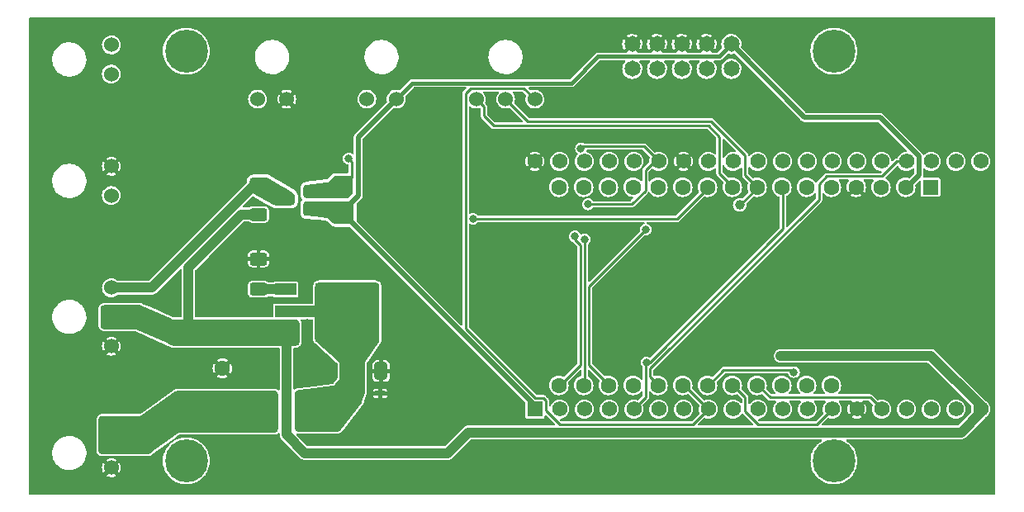
<source format=gbr>
%TF.GenerationSoftware,KiCad,Pcbnew,(6.0.5)*%
%TF.CreationDate,2022-09-13T16:11:19+02:00*%
%TF.ProjectId,Pixelix,50697865-6c69-4782-9e6b-696361645f70,V2.0*%
%TF.SameCoordinates,PX6052340PY72894a0*%
%TF.FileFunction,Copper,L1,Top*%
%TF.FilePolarity,Positive*%
%FSLAX46Y46*%
G04 Gerber Fmt 4.6, Leading zero omitted, Abs format (unit mm)*
G04 Created by KiCad (PCBNEW (6.0.5)) date 2022-09-13 16:11:19*
%MOMM*%
%LPD*%
G01*
G04 APERTURE LIST*
G04 Aperture macros list*
%AMRoundRect*
0 Rectangle with rounded corners*
0 $1 Rounding radius*
0 $2 $3 $4 $5 $6 $7 $8 $9 X,Y pos of 4 corners*
0 Add a 4 corners polygon primitive as box body*
4,1,4,$2,$3,$4,$5,$6,$7,$8,$9,$2,$3,0*
0 Add four circle primitives for the rounded corners*
1,1,$1+$1,$2,$3*
1,1,$1+$1,$4,$5*
1,1,$1+$1,$6,$7*
1,1,$1+$1,$8,$9*
0 Add four rect primitives between the rounded corners*
20,1,$1+$1,$2,$3,$4,$5,0*
20,1,$1+$1,$4,$5,$6,$7,0*
20,1,$1+$1,$6,$7,$8,$9,0*
20,1,$1+$1,$8,$9,$2,$3,0*%
G04 Aperture macros list end*
%TA.AperFunction,SMDPad,CuDef*%
%ADD10R,4.240000X3.810000*%
%TD*%
%TA.AperFunction,ComponentPad*%
%ADD11C,1.530000*%
%TD*%
%TA.AperFunction,ComponentPad*%
%ADD12R,1.600000X1.600000*%
%TD*%
%TA.AperFunction,ComponentPad*%
%ADD13C,1.600000*%
%TD*%
%TA.AperFunction,SMDPad,CuDef*%
%ADD14RoundRect,0.250000X0.625000X-0.400000X0.625000X0.400000X-0.625000X0.400000X-0.625000X-0.400000X0*%
%TD*%
%TA.AperFunction,ComponentPad*%
%ADD15C,0.700000*%
%TD*%
%TA.AperFunction,ComponentPad*%
%ADD16C,4.400000*%
%TD*%
%TA.AperFunction,SMDPad,CuDef*%
%ADD17RoundRect,0.250000X-0.412500X-0.650000X0.412500X-0.650000X0.412500X0.650000X-0.412500X0.650000X0*%
%TD*%
%TA.AperFunction,ComponentPad*%
%ADD18C,1.650000*%
%TD*%
%TA.AperFunction,SMDPad,CuDef*%
%ADD19R,2.200000X1.200000*%
%TD*%
%TA.AperFunction,SMDPad,CuDef*%
%ADD20R,6.400000X5.800000*%
%TD*%
%TA.AperFunction,SMDPad,CuDef*%
%ADD21R,1.900000X0.800000*%
%TD*%
%TA.AperFunction,ComponentPad*%
%ADD22R,1.560000X1.560000*%
%TD*%
%TA.AperFunction,ComponentPad*%
%ADD23C,1.560000*%
%TD*%
%TA.AperFunction,SMDPad,CuDef*%
%ADD24R,1.060000X0.500000*%
%TD*%
%TA.AperFunction,ViaPad*%
%ADD25C,0.800000*%
%TD*%
%TA.AperFunction,ViaPad*%
%ADD26C,1.000000*%
%TD*%
%TA.AperFunction,Conductor*%
%ADD27C,1.000000*%
%TD*%
%TA.AperFunction,Conductor*%
%ADD28C,0.250000*%
%TD*%
%TA.AperFunction,Conductor*%
%ADD29C,0.500000*%
%TD*%
%TA.AperFunction,Conductor*%
%ADD30C,0.400000*%
%TD*%
%TA.AperFunction,Conductor*%
%ADD31C,1.200000*%
%TD*%
G04 APERTURE END LIST*
D10*
%TO.P,F1,1*%
%TO.N,Net-(C1-Pad1)*%
X29990000Y9100000D03*
%TO.P,F1,2*%
%TO.N,Net-(F1-Pad2)*%
X23610000Y9100000D03*
%TD*%
D11*
%TO.P,J7,1,Pin_1*%
%TO.N,/I2S_CLK*%
X46330000Y41080000D03*
%TO.P,J7,2,Pin_2*%
%TO.N,/I2S_WS*%
X49330000Y41080000D03*
%TO.P,J7,3,Pin_3*%
%TO.N,/I2S_Data_IN*%
X52330000Y41080000D03*
%TD*%
%TO.P,J1,1,Pin_1*%
%TO.N,/LDR-ANALOG-IN*%
X35115000Y41080000D03*
%TO.P,J1,2,Pin_2*%
%TO.N,+3V3*%
X38115000Y41080000D03*
%TD*%
%TO.P,J8,1,Pin_1*%
%TO.N,/RESET*%
X23900000Y41080000D03*
%TO.P,J8,2,Pin_2*%
%TO.N,GND*%
X26900000Y41080000D03*
%TD*%
D12*
%TO.P,C2,1*%
%TO.N,/VCC-PROTECTED*%
X16800000Y16987500D03*
D13*
%TO.P,C2,2*%
%TO.N,GND*%
X20300000Y13487500D03*
%TD*%
D14*
%TO.P,R1,1*%
%TO.N,+3V3*%
X32600000Y29250000D03*
%TO.P,R1,2*%
%TO.N,/LV-DATA-OUT*%
X32600000Y32350000D03*
%TD*%
D15*
%TO.P,H1,1,1*%
%TO.N,unconnected-(H1-Pad1)*%
X14950000Y4000000D03*
X18250000Y4000000D03*
X15433274Y2833274D03*
X17766726Y5166726D03*
D16*
X16600000Y4000000D03*
D15*
X15433274Y5166726D03*
X17766726Y2833274D03*
X16600000Y2350000D03*
X16600000Y5650000D03*
%TD*%
D17*
%TO.P,C1,1*%
%TO.N,Net-(C1-Pad1)*%
X33447500Y13200000D03*
%TO.P,C1,2*%
%TO.N,GND*%
X36572500Y13200000D03*
%TD*%
D15*
%TO.P,H4,1,1*%
%TO.N,unconnected-(H4-Pad1)*%
X83000000Y47650000D03*
X81833274Y47166726D03*
X84650000Y46000000D03*
X83000000Y44350000D03*
X81833274Y44833274D03*
D16*
X83000000Y46000000D03*
D15*
X84166726Y44833274D03*
X84166726Y47166726D03*
X81350000Y46000000D03*
%TD*%
D13*
%TO.P,A1,28,VBAT*%
%TO.N,unconnected-(A1-Pad28)*%
X82740000Y11732500D03*
%TO.P,A1,27,EN*%
%TO.N,unconnected-(A1-Pad27)*%
X80200000Y11732500D03*
%TO.P,A1,26,USB*%
%TO.N,/VCC-PROTECTED*%
X77660000Y11732500D03*
%TO.P,A1,25,A12/IO13*%
%TO.N,/MTCK*%
X75120000Y11732500D03*
%TO.P,A1,24,A11/IO12*%
%TO.N,/MTDI*%
X72580000Y11732500D03*
%TO.P,A1,23,A10/IO27*%
%TO.N,/LV-DATA-OUT*%
X70040000Y11732500D03*
%TO.P,A1,22,A9/IO33*%
%TO.N,/I2S_Data_IN*%
X67500000Y11732500D03*
%TO.P,A1,21,A8/IO15*%
%TO.N,/MTDO*%
X64960000Y11732500D03*
%TO.P,A1,20,A7/IO32*%
%TO.N,unconnected-(A1-Pad20)*%
X62420000Y11732500D03*
%TO.P,A1,19,A6/IO14*%
%TO.N,/MTMS*%
X59880000Y11732500D03*
%TO.P,A1,18,SCL/IO22*%
%TO.N,/SCL*%
X57340000Y11732500D03*
%TO.P,A1,17,SDA/IO23*%
%TO.N,/SDA*%
X54800000Y11732500D03*
%TO.P,A1,16,I37*%
%TO.N,unconnected-(A1-Pad16)*%
X54800000Y32052500D03*
%TO.P,A1,15,TX/IO17*%
%TO.N,unconnected-(A1-Pad15)*%
X57340000Y32052500D03*
%TO.P,A1,14,RX/IO16*%
%TO.N,unconnected-(A1-Pad14)*%
X59880000Y32052500D03*
%TO.P,A1,13,MISO/IO19*%
%TO.N,unconnected-(A1-Pad13)*%
X62420000Y32052500D03*
%TO.P,A1,12,MOSI/IO18*%
%TO.N,unconnected-(A1-Pad12)*%
X64960000Y32052500D03*
%TO.P,A1,11,SCK/IO5*%
%TO.N,unconnected-(A1-Pad11)*%
X67500000Y32052500D03*
%TO.P,A1,10,IO4/A5*%
%TO.N,/USER-BUTTON*%
X70040000Y32052500D03*
%TO.P,A1,9,IO36/A4*%
%TO.N,/I2S_CLK*%
X72580000Y32052500D03*
%TO.P,A1,8,I39/A3*%
%TO.N,/I2S_WS*%
X75120000Y32052500D03*
%TO.P,A1,7,I34/A2*%
%TO.N,/LDR-ANALOG-IN*%
X77660000Y32052500D03*
%TO.P,A1,6,DAC1/A1*%
%TO.N,unconnected-(A1-Pad6)*%
X80200000Y32052500D03*
%TO.P,A1,5,DAC2/A0*%
%TO.N,unconnected-(A1-Pad5)*%
X82740000Y32052500D03*
%TO.P,A1,4,GND*%
%TO.N,GND*%
X85280000Y32052500D03*
%TO.P,A1,3,NC*%
%TO.N,unconnected-(A1-Pad3)*%
X87820000Y32052500D03*
%TO.P,A1,2,3V3*%
%TO.N,+3V3*%
X90360000Y32052500D03*
D12*
%TO.P,A1,1,~{RESET}*%
%TO.N,/RESET*%
X92900000Y32052500D03*
%TD*%
D15*
%TO.P,H3,1,1*%
%TO.N,unconnected-(H3-Pad1)*%
X16600000Y47650000D03*
X15433274Y44833274D03*
X14950000Y46000000D03*
D16*
X16600000Y46000000D03*
D15*
X17766726Y47166726D03*
X18250000Y46000000D03*
X17766726Y44833274D03*
X16600000Y44350000D03*
X15433274Y47166726D03*
%TD*%
D18*
%TO.P,J5,1,Pin_1*%
%TO.N,+3V3*%
X72480000Y46720000D03*
%TO.P,J5,2,Pin_2*%
%TO.N,Net-(J5-Pad2)*%
X72480000Y44180000D03*
%TO.P,J5,3,Pin_3*%
%TO.N,GND*%
X69940000Y46720000D03*
%TO.P,J5,4,Pin_4*%
%TO.N,Net-(J5-Pad4)*%
X69940000Y44180000D03*
%TO.P,J5,5,Pin_5*%
%TO.N,GND*%
X67400000Y46720000D03*
%TO.P,J5,6,Pin_6*%
%TO.N,Net-(J5-Pad6)*%
X67400000Y44180000D03*
%TO.P,J5,7,Pin_7*%
%TO.N,GND*%
X64860000Y46720000D03*
%TO.P,J5,8,Pin_8*%
%TO.N,Net-(J5-Pad8)*%
X64860000Y44180000D03*
%TO.P,J5,9,Pin_9*%
%TO.N,GND*%
X62320000Y46720000D03*
%TO.P,J5,10,Pin_10*%
%TO.N,unconnected-(J5-Pad10)*%
X62320000Y44180000D03*
%TD*%
D11*
%TO.P,J2,1,Pin_1*%
%TO.N,GND*%
X8920000Y3300000D03*
%TO.P,J2,2,Pin_2*%
%TO.N,Net-(F1-Pad2)*%
X8920000Y6300000D03*
%TD*%
D19*
%TO.P,Q2,1,G*%
%TO.N,Net-(Q2-Pad1)*%
X26800000Y21580000D03*
%TO.P,Q2,2,D*%
%TO.N,Net-(C1-Pad1)*%
X26800000Y19300000D03*
D20*
X33100000Y19300000D03*
D19*
%TO.P,Q2,3,S*%
%TO.N,/VCC-PROTECTED*%
X26800000Y17020000D03*
%TD*%
D11*
%TO.P,J4,1,Pin_1*%
%TO.N,/USER-BUTTON*%
X8920000Y31200000D03*
%TO.P,J4,2,Pin_2*%
%TO.N,GND*%
X8920000Y34200000D03*
%TD*%
D15*
%TO.P,H2,1,1*%
%TO.N,unconnected-(H2-Pad1)*%
X81350000Y4000000D03*
X81833274Y2833274D03*
X83000000Y2350000D03*
X83000000Y5650000D03*
X81833274Y5166726D03*
D16*
X83000000Y4000000D03*
D15*
X84650000Y4000000D03*
X84166726Y2833274D03*
X84166726Y5166726D03*
%TD*%
D14*
%TO.P,R3,1*%
%TO.N,/VCC-PROTECTED*%
X24000000Y29250000D03*
%TO.P,R3,2*%
%TO.N,/HV-DATA-OUT*%
X24000000Y32350000D03*
%TD*%
D11*
%TO.P,J3,1,Pin_1*%
%TO.N,GND*%
X8920000Y15750000D03*
%TO.P,J3,2,Pin_2*%
%TO.N,/VCC-PROTECTED*%
X8920000Y18750000D03*
%TO.P,J3,3,Pin_3*%
%TO.N,/HV-DATA-OUT*%
X8920000Y21750000D03*
%TD*%
D21*
%TO.P,Q1,1,G*%
%TO.N,+3V3*%
X29700000Y29850000D03*
%TO.P,Q1,2,S*%
%TO.N,/LV-DATA-OUT*%
X29700000Y31750000D03*
%TO.P,Q1,3,D*%
%TO.N,/HV-DATA-OUT*%
X26700000Y30800000D03*
%TD*%
D22*
%TO.P,U1,1,3V3*%
%TO.N,+3V3*%
X52340000Y9300000D03*
D23*
%TO.P,U1,2,EN*%
%TO.N,/RESET*%
X54880000Y9300000D03*
%TO.P,U1,3,SENSOR_VP*%
%TO.N,unconnected-(U1-Pad3)*%
X57420000Y9300000D03*
%TO.P,U1,4,SENSOR_VN*%
%TO.N,unconnected-(U1-Pad4)*%
X59960000Y9300000D03*
%TO.P,U1,5,IO34*%
%TO.N,/LDR-ANALOG-IN*%
X62500000Y9300000D03*
%TO.P,U1,6,IO35*%
%TO.N,unconnected-(U1-Pad6)*%
X65040000Y9300000D03*
%TO.P,U1,7,IO32*%
%TO.N,unconnected-(U1-Pad7)*%
X67580000Y9300000D03*
%TO.P,U1,8,IO33*%
%TO.N,/I2S_Data_IN*%
X70120000Y9300000D03*
%TO.P,U1,9,IO25*%
%TO.N,/I2S_WS*%
X72660000Y9300000D03*
%TO.P,U1,10,IO26*%
%TO.N,/I2S_CLK*%
X75200000Y9300000D03*
%TO.P,U1,11,IO27*%
%TO.N,/LV-DATA-OUT*%
X77740000Y9300000D03*
%TO.P,U1,12,IO14*%
%TO.N,/MTMS*%
X80280000Y9300000D03*
%TO.P,U1,13,IO12*%
%TO.N,/MTDI*%
X82820000Y9300000D03*
%TO.P,U1,14,GND1*%
%TO.N,GND*%
X85360000Y9300000D03*
%TO.P,U1,15,IO13*%
%TO.N,/MTCK*%
X87900000Y9300000D03*
%TO.P,U1,16,SD2*%
%TO.N,unconnected-(U1-Pad16)*%
X90440000Y9300000D03*
%TO.P,U1,17,SD3*%
%TO.N,unconnected-(U1-Pad17)*%
X92980000Y9300000D03*
%TO.P,U1,18,CMD*%
%TO.N,unconnected-(U1-Pad18)*%
X95520000Y9300000D03*
%TO.P,U1,19,EXT_5V*%
%TO.N,/VCC-PROTECTED*%
X98060000Y9300000D03*
%TO.P,U1,20,GND3*%
%TO.N,GND*%
X52340000Y34700000D03*
%TO.P,U1,21,IO23*%
%TO.N,unconnected-(U1-Pad21)*%
X54880000Y34700000D03*
%TO.P,U1,22,IO22*%
%TO.N,/SCL*%
X57420000Y34700000D03*
%TO.P,U1,23,TXD0*%
%TO.N,unconnected-(U1-Pad23)*%
X59960000Y34700000D03*
%TO.P,U1,24,RXD0*%
%TO.N,unconnected-(U1-Pad24)*%
X62500000Y34700000D03*
%TO.P,U1,25,IO21*%
%TO.N,/SDA*%
X65040000Y34700000D03*
%TO.P,U1,26,GND2*%
%TO.N,GND*%
X67580000Y34700000D03*
%TO.P,U1,27,IO19*%
%TO.N,unconnected-(U1-Pad27)*%
X70120000Y34700000D03*
%TO.P,U1,28,IO18*%
%TO.N,unconnected-(U1-Pad28)*%
X72660000Y34700000D03*
%TO.P,U1,29,IO5*%
%TO.N,unconnected-(U1-Pad29)*%
X75200000Y34700000D03*
%TO.P,U1,30,IO17*%
%TO.N,unconnected-(U1-Pad30)*%
X77740000Y34700000D03*
%TO.P,U1,31,IO16*%
%TO.N,unconnected-(U1-Pad31)*%
X80280000Y34700000D03*
%TO.P,U1,32,IO4*%
%TO.N,/USER-BUTTON*%
X82820000Y34700000D03*
%TO.P,U1,33,IO0*%
%TO.N,unconnected-(U1-Pad33)*%
X85360000Y34700000D03*
%TO.P,U1,34,IO2*%
%TO.N,unconnected-(U1-Pad34)*%
X87900000Y34700000D03*
%TO.P,U1,35,IO15*%
%TO.N,/MTDO*%
X90440000Y34700000D03*
%TO.P,U1,36,SD1*%
%TO.N,unconnected-(U1-Pad36)*%
X92980000Y34700000D03*
%TO.P,U1,37,SD0*%
%TO.N,unconnected-(U1-Pad37)*%
X95520000Y34700000D03*
%TO.P,U1,38,CLK*%
%TO.N,unconnected-(U1-Pad38)*%
X98060000Y34700000D03*
%TD*%
D14*
%TO.P,R4,1*%
%TO.N,Net-(Q2-Pad1)*%
X24000000Y21600000D03*
%TO.P,R4,2*%
%TO.N,GND*%
X24000000Y24700000D03*
%TD*%
D11*
%TO.P,J6,1,Pin_1*%
%TO.N,/SCL*%
X8920000Y43650000D03*
%TO.P,J6,2,Pin_2*%
%TO.N,/SDA*%
X8920000Y46650000D03*
%TD*%
D24*
%TO.P,D1,1*%
%TO.N,Net-(C1-Pad1)*%
X34120000Y10900000D03*
%TO.P,D1,2*%
%TO.N,GND*%
X36480000Y10900000D03*
%TD*%
D25*
%TO.N,GND*%
X94225100Y8149900D03*
X86625100Y33974900D03*
X63550000Y43170000D03*
X71220000Y43200000D03*
X68700000Y43200000D03*
X66110000Y43150000D03*
X72960000Y40380000D03*
X68900000Y35940000D03*
X71200000Y39570000D03*
X66120000Y39575500D03*
X68650000Y39575500D03*
X72000000Y35920000D03*
X39400000Y29200000D03*
X93000000Y2100000D03*
X12000000Y2100000D03*
X50840000Y41250000D03*
X2000000Y42100000D03*
X13400000Y41700000D03*
X89325100Y35699900D03*
X28200000Y35000000D03*
X23475000Y30575000D03*
X32000000Y48100000D03*
X52000000Y2100000D03*
X2000000Y27100000D03*
X65900000Y14100000D03*
X59550000Y29550000D03*
X74170000Y38010000D03*
X17200000Y27900000D03*
X79600000Y44900000D03*
X90400000Y15900000D03*
X41100000Y33000000D03*
X44600000Y44100000D03*
X15500000Y22400000D03*
X36800000Y9100000D03*
X28000000Y12200000D03*
X6900000Y21400000D03*
X93000000Y48100000D03*
X86400000Y25900000D03*
X42000000Y48100000D03*
X56400000Y40800000D03*
X95150100Y10799900D03*
X2000000Y22100000D03*
X76200000Y30300000D03*
X86900000Y37934500D03*
X28020000Y32970000D03*
X61000000Y13600000D03*
X74850000Y14124500D03*
X57000000Y48100000D03*
X45500000Y15000000D03*
X80050000Y13500000D03*
X90400000Y22500000D03*
X31300000Y12600000D03*
X18200000Y19300000D03*
X62100000Y37375989D03*
X67600000Y27500000D03*
X58800000Y16300000D03*
X50200000Y9100000D03*
X72000000Y2100000D03*
X89525100Y8099900D03*
X53000000Y37100000D03*
X47000000Y2100000D03*
X79000000Y8659011D03*
X13000000Y48100000D03*
X56050000Y22550000D03*
X84100000Y8524500D03*
X84300000Y15900000D03*
X43900000Y38000000D03*
X72600000Y24100000D03*
X64400000Y15900000D03*
X13700000Y37900000D03*
X56061752Y29975500D03*
X15000000Y34700000D03*
X32800000Y41600000D03*
X10800000Y43500000D03*
X98000000Y48100000D03*
X98000000Y42100000D03*
X48800000Y34400000D03*
X35700000Y33000000D03*
X69950000Y13300000D03*
X49700000Y5800000D03*
X34600000Y29100000D03*
X8800000Y38900000D03*
X2000000Y2100000D03*
X93075100Y12849900D03*
X37200000Y38300000D03*
X72700000Y14124500D03*
X73000000Y20900000D03*
X46200000Y39590000D03*
X67600000Y23400000D03*
X61200000Y33400000D03*
X43910000Y7210000D03*
X18200000Y23200000D03*
X62635100Y29550000D03*
X67600000Y15600000D03*
X7000000Y2100000D03*
X41100000Y36300000D03*
X59100000Y27550000D03*
X27800000Y24950000D03*
X39100000Y44100000D03*
X77000000Y2100000D03*
X22000000Y2100000D03*
X37550000Y16800000D03*
X20800000Y34700000D03*
X2000000Y12100000D03*
X93500000Y44800000D03*
X85000000Y13500000D03*
X28800000Y21000000D03*
X79100000Y5800000D03*
X79100000Y30300000D03*
X81600000Y20600000D03*
X93000000Y15900000D03*
X98000000Y32100000D03*
X84100000Y35500000D03*
X98000000Y27100000D03*
X67144500Y30400000D03*
X76500000Y8659011D03*
X32000000Y2100000D03*
X2000000Y48100000D03*
X98000000Y17100000D03*
X98000000Y2100000D03*
X58700000Y10500000D03*
X62000000Y2100000D03*
X76500000Y35400000D03*
X37400000Y22900000D03*
X47000000Y48100000D03*
X88000000Y42100000D03*
X11600000Y29500000D03*
X42200000Y41800000D03*
X19600000Y44200000D03*
X12400000Y23100000D03*
X64524500Y33400000D03*
X63300000Y40170000D03*
X58900000Y20600000D03*
X2000000Y17100000D03*
X52100000Y29900000D03*
X70100000Y30000000D03*
X7000000Y48100000D03*
X37470000Y11640000D03*
X25400000Y14800000D03*
X50550000Y28000000D03*
X56450000Y28050000D03*
X46090000Y18700000D03*
X52000000Y48100000D03*
X67000000Y48100000D03*
X93000000Y22500000D03*
X93000000Y29500000D03*
X48500000Y39370000D03*
X36400000Y35600000D03*
X77000000Y48100000D03*
X22000000Y48100000D03*
X58400000Y24000000D03*
X43800000Y25100000D03*
X22050000Y23350000D03*
X56300000Y44400000D03*
X62400000Y27850000D03*
X98000000Y12100000D03*
X67000000Y2100000D03*
X90900000Y5800000D03*
X2000000Y32100000D03*
X15000000Y32700000D03*
X60000000Y44200000D03*
X22350000Y38350000D03*
X30900000Y44100000D03*
X61800000Y18500000D03*
X56560000Y37375989D03*
X15700000Y19300000D03*
X74900000Y45900000D03*
X37000000Y2100000D03*
X74300000Y43200000D03*
X70100000Y21800000D03*
X98000000Y7100000D03*
X19000000Y6100000D03*
X56050000Y16950000D03*
X64400000Y5795990D03*
X98000000Y37100000D03*
X65100000Y30100000D03*
X91900000Y38400000D03*
X37000000Y6200000D03*
X38800000Y24700000D03*
X67600000Y19300000D03*
X43900000Y29800000D03*
X19900000Y41700000D03*
X53250000Y39810000D03*
X50800000Y16800000D03*
X41200000Y12300000D03*
X37000000Y48100000D03*
X46020000Y27610000D03*
X2000000Y7100000D03*
X90400000Y29500000D03*
X75300000Y16700000D03*
X7600000Y26900000D03*
X54100000Y13650000D03*
X78100000Y15900000D03*
X75600000Y27100000D03*
X27000000Y2100000D03*
X40400000Y19700000D03*
X10600000Y20600000D03*
X34000000Y26600000D03*
X29000000Y15300000D03*
X52325500Y21700000D03*
X72600000Y27500000D03*
X71400000Y10500000D03*
X82500000Y30100000D03*
X29000000Y18100000D03*
X80000000Y41100000D03*
X84400000Y11500000D03*
X54050000Y21100000D03*
X6200000Y13400000D03*
X42000000Y2100000D03*
X44420000Y18950000D03*
X25400000Y12300000D03*
X69200000Y16900000D03*
X88750000Y11400000D03*
X85436000Y5800000D03*
X26460000Y29300000D03*
X57000000Y2100000D03*
X89650100Y33424900D03*
X90800000Y13500000D03*
X56100000Y10500000D03*
X27000000Y48100000D03*
X66300000Y10500000D03*
X70100000Y25700000D03*
X62550000Y24350000D03*
X25600000Y5900000D03*
X78700000Y37934500D03*
X54200000Y25800000D03*
X2000000Y37100000D03*
X72000000Y48100000D03*
X21800000Y32700000D03*
X98000000Y22100000D03*
X30475000Y38350000D03*
X62000000Y48100000D03*
X26400000Y34550000D03*
X65250000Y27700000D03*
X19000000Y12100000D03*
X22050000Y27350000D03*
X87000000Y2100000D03*
X65350000Y20550000D03*
X24600000Y19200000D03*
X19300000Y38350000D03*
X91066045Y10841446D03*
X47400000Y23500000D03*
X52250000Y11900000D03*
X29600000Y6100000D03*
X11000000Y9700000D03*
X75300000Y23300000D03*
X65647700Y35947700D03*
X46080000Y32890000D03*
X58640000Y35420000D03*
X72000000Y17200000D03*
X87000000Y48100000D03*
X47860000Y41410000D03*
X68900000Y33400000D03*
X79900000Y26200000D03*
X11500000Y32700000D03*
X61190000Y35440000D03*
%TO.N,/LDR-ANALOG-IN*%
X63769857Y14094456D03*
D26*
%TO.N,/I2S_WS*%
X73333240Y30233240D03*
D25*
%TO.N,/USER-BUTTON*%
X46000000Y28800000D03*
%TO.N,/SDA*%
X56450000Y27000000D03*
X57060000Y36040000D03*
X57800000Y30300000D03*
%TO.N,/SCL*%
X57450000Y26700000D03*
%TO.N,/MTMS*%
X63700000Y27700000D03*
%TO.N,/LV-DATA-OUT*%
X33250600Y34990000D03*
X78900000Y13100000D03*
D26*
%TO.N,/VCC-PROTECTED*%
X77550000Y14750000D03*
%TD*%
D27*
%TO.N,/VCC-PROTECTED*%
X45515490Y6915490D02*
X96015690Y6915490D01*
X98060000Y8959800D02*
X98060000Y9300000D01*
X26875100Y6690878D02*
X28765978Y4800000D01*
X28765978Y4800000D02*
X43400000Y4800000D01*
X96015690Y6915490D02*
X98060000Y8959800D01*
X26875100Y16944900D02*
X26875100Y6690878D01*
X26800000Y17020000D02*
X26875100Y16944900D01*
X43400000Y4800000D02*
X45515490Y6915490D01*
X98060000Y9640000D02*
X92950000Y14750000D01*
X92950000Y14750000D02*
X77550000Y14750000D01*
X98060000Y9300000D02*
X98060000Y9640000D01*
D28*
%TO.N,/MTDO*%
X64150100Y12642400D02*
X65060000Y11732500D01*
X81480000Y30780000D02*
X64150100Y13450100D01*
X89475200Y34700000D02*
X87952211Y33177011D01*
X90440000Y34700000D02*
X89475200Y34700000D01*
X82274211Y33177011D02*
X81480000Y32382800D01*
%TO.N,/LDR-ANALOG-IN*%
X63700590Y10500590D02*
X63700590Y14025189D01*
X63700590Y14025189D02*
X63769857Y14094456D01*
%TO.N,/MTDO*%
X64150100Y13450100D02*
X64150100Y12642400D01*
X87952211Y33177011D02*
X82274211Y33177011D01*
X81480000Y32382800D02*
X81480000Y30780000D01*
%TO.N,/LDR-ANALOG-IN*%
X62500000Y9300000D02*
X63700590Y10500590D01*
%TO.N,/SDA*%
X63670000Y33770000D02*
X63670000Y31712200D01*
X65040000Y34700000D02*
X64600000Y34700000D01*
X64600000Y34700000D02*
X63670000Y33770000D01*
X63670000Y31712200D02*
X62257800Y30300000D01*
X62257800Y30300000D02*
X57800000Y30300000D01*
D29*
%TO.N,+3V3*%
X91700000Y35225000D02*
X91700000Y33292500D01*
X91700000Y33292500D02*
X90460000Y32052500D01*
X87725000Y39200000D02*
X91700000Y35225000D01*
X80000000Y39200000D02*
X87725000Y39200000D01*
X72480000Y46720000D02*
X80000000Y39200000D01*
D28*
%TO.N,/MTDI*%
X75197984Y7740000D02*
X81260000Y7740000D01*
X81260000Y7740000D02*
X82820000Y9300000D01*
X73900000Y10512500D02*
X73900000Y9037984D01*
X72680000Y11732500D02*
X73900000Y10512500D01*
X73900000Y9037984D02*
X75197984Y7740000D01*
%TO.N,/LV-DATA-OUT*%
X33550100Y34690500D02*
X33250600Y34990000D01*
X33550100Y32999900D02*
X33550100Y34690500D01*
X32900200Y32350000D02*
X33550100Y32999900D01*
X32700000Y32350000D02*
X32900200Y32350000D01*
D29*
%TO.N,+3V3*%
X52340000Y9640000D02*
X52340000Y9300000D01*
X38115000Y41080000D02*
X34225100Y37190100D01*
X34225100Y37190100D02*
X34225100Y31174900D01*
X34225100Y31174900D02*
X32515100Y29464900D01*
X32515100Y29464900D02*
X52340000Y9640000D01*
D28*
%TO.N,/I2S_Data_IN*%
X68560001Y7740001D02*
X70120000Y9300000D01*
X54877983Y7740001D02*
X68560001Y7740001D01*
X53444511Y9173473D02*
X54877983Y7740001D01*
X52390000Y10410000D02*
X53250000Y10410000D01*
X45230000Y41650000D02*
X45230000Y17570000D01*
X53444511Y10215489D02*
X53444511Y9173473D01*
X45785489Y42205489D02*
X45230000Y41650000D01*
X53250000Y10410000D02*
X53444511Y10215489D01*
X51204511Y42205489D02*
X45785489Y42205489D01*
X45230000Y17570000D02*
X52390000Y10410000D01*
X52330000Y41080000D02*
X51204511Y42205489D01*
%TO.N,/I2S_WS*%
X73910000Y33262500D02*
X75120000Y32052500D01*
X73910000Y35290000D02*
X73910000Y33262500D01*
X70400489Y38799511D02*
X73910000Y35290000D01*
X49330000Y41080000D02*
X51610489Y38799511D01*
X51610489Y38799511D02*
X70400489Y38799511D01*
X73400740Y30233240D02*
X73333240Y30233240D01*
X75120000Y32052500D02*
X75120000Y31952500D01*
X75120000Y31952500D02*
X73400740Y30233240D01*
%TO.N,/SDA*%
X63520000Y36220000D02*
X57240000Y36220000D01*
X65040000Y34700000D02*
X63520000Y36220000D01*
X57240000Y36220000D02*
X57060000Y36040000D01*
%TO.N,/I2S_CLK*%
X71270000Y33462500D02*
X72680000Y32052500D01*
X71270000Y37230000D02*
X71270000Y33462500D01*
X70150000Y38350000D02*
X71270000Y37230000D01*
X48109100Y38350000D02*
X70150000Y38350000D01*
X47095000Y39364100D02*
X48109100Y38350000D01*
X47095000Y40315000D02*
X47095000Y39364100D01*
X46330000Y41080000D02*
X47095000Y40315000D01*
%TO.N,/LDR-ANALOG-IN*%
X77760000Y32052500D02*
X77760000Y27760000D01*
X64094456Y14094456D02*
X63769857Y14094456D01*
X77760000Y27760000D02*
X64094456Y14094456D01*
D30*
%TO.N,+3V3*%
X39765000Y42730000D02*
X38115000Y41080000D01*
X71210000Y45450000D02*
X58830000Y45450000D01*
X58830000Y45450000D02*
X56110000Y42730000D01*
X72480000Y46720000D02*
X71210000Y45450000D01*
X56110000Y42730000D02*
X39765000Y42730000D01*
D28*
%TO.N,/USER-BUTTON*%
X70140000Y32052500D02*
X66887500Y28800000D01*
X66887500Y28800000D02*
X46000000Y28800000D01*
%TO.N,/SDA*%
X56450000Y26650000D02*
X56450000Y27000000D01*
X57000000Y13832500D02*
X57000000Y26100000D01*
X54900000Y11732500D02*
X57000000Y13832500D01*
X57000000Y26100000D02*
X56450000Y26650000D01*
%TO.N,/SCL*%
X57450000Y11742500D02*
X57450000Y26700000D01*
X57440000Y11732500D02*
X57450000Y11742500D01*
%TO.N,/MTMS*%
X59980000Y11732500D02*
X57900000Y13812500D01*
X57900000Y13812500D02*
X57900000Y21900000D01*
X57900000Y21900000D02*
X63700000Y27700000D01*
%TO.N,/I2S_Data_IN*%
X67667500Y11732500D02*
X67600000Y11732500D01*
X70120000Y9300000D02*
X70100000Y9300000D01*
X70100000Y9300000D02*
X67667500Y11732500D01*
%TO.N,/LV-DATA-OUT*%
X71707500Y13300000D02*
X78700000Y13300000D01*
X70140000Y11732500D02*
X71707500Y13300000D01*
X78700000Y13300000D02*
X78900000Y13100000D01*
%TO.N,/MTCK*%
X86700000Y10500000D02*
X87900000Y9300000D01*
X75220000Y11732500D02*
X76452500Y10500000D01*
X76452500Y10500000D02*
X86700000Y10500000D01*
D31*
%TO.N,Net-(C1-Pad1)*%
X26800000Y19300000D02*
X33100000Y19300000D01*
D27*
%TO.N,/VCC-PROTECTED*%
X22250000Y29250000D02*
X16800000Y23800000D01*
X24000000Y29250000D02*
X22250000Y29250000D01*
X16800000Y23800000D02*
X16800000Y16987500D01*
%TO.N,/HV-DATA-OUT*%
X24000000Y32350000D02*
X23650000Y32350000D01*
X23650000Y32350000D02*
X13050000Y21750000D01*
X13050000Y21750000D02*
X8920000Y21750000D01*
%TO.N,Net-(Q2-Pad1)*%
X26800000Y21580000D02*
X24220000Y21580000D01*
%TD*%
%TA.AperFunction,Conductor*%
%TO.N,GND*%
G36*
X99458691Y49480593D02*
G01*
X99494655Y49431093D01*
X99499500Y49400500D01*
X99499500Y599500D01*
X99480593Y541309D01*
X99431093Y505345D01*
X99400500Y500500D01*
X599500Y500500D01*
X541309Y519407D01*
X505345Y568907D01*
X500500Y599500D01*
X500500Y2489752D01*
X8397867Y2489752D01*
X8405096Y2482240D01*
X8527570Y2413792D01*
X8536392Y2409937D01*
X8707173Y2354447D01*
X8716586Y2352378D01*
X8894891Y2331117D01*
X8904518Y2330915D01*
X9083554Y2344691D01*
X9093043Y2346364D01*
X9265992Y2394653D01*
X9274981Y2398140D01*
X9435244Y2479094D01*
X9437586Y2480580D01*
X9443829Y2489835D01*
X9443758Y2491864D01*
X9441061Y2496096D01*
X8931086Y3006071D01*
X8919203Y3012125D01*
X8914172Y3011329D01*
X8403344Y2500501D01*
X8397867Y2489752D01*
X500500Y2489752D01*
X500500Y4692835D01*
X2847866Y4692835D01*
X2848360Y4689207D01*
X2848360Y4689203D01*
X2860349Y4601110D01*
X2882952Y4435030D01*
X2955758Y4185243D01*
X2957297Y4181905D01*
X3063148Y3952296D01*
X3063151Y3952290D01*
X3064686Y3948961D01*
X3207341Y3731375D01*
X3380591Y3537265D01*
X3580629Y3370895D01*
X3803061Y3235920D01*
X4043001Y3135305D01*
X4046563Y3134401D01*
X4046564Y3134400D01*
X4291616Y3072165D01*
X4291621Y3072164D01*
X4295177Y3071261D01*
X4511286Y3049500D01*
X4666044Y3049500D01*
X4752885Y3055954D01*
X4855812Y3063602D01*
X4855818Y3063603D01*
X4859466Y3063874D01*
X5083512Y3114570D01*
X5109648Y3120484D01*
X5113232Y3121295D01*
X5149259Y3135305D01*
X5181850Y3147979D01*
X5355723Y3215595D01*
X5518656Y3308719D01*
X7950831Y3308719D01*
X7965856Y3129774D01*
X7967594Y3120307D01*
X8017089Y2947699D01*
X8020640Y2938731D01*
X8101821Y2780769D01*
X8109373Y2775752D01*
X8111584Y2775845D01*
X8115545Y2778388D01*
X8626071Y3288914D01*
X8631313Y3299203D01*
X9207875Y3299203D01*
X9208671Y3294172D01*
X9719182Y2783661D01*
X9730037Y2778130D01*
X9737445Y2785209D01*
X9803448Y2901394D01*
X9807363Y2910189D01*
X9864045Y3080580D01*
X9866179Y3089974D01*
X9888943Y3270172D01*
X9889330Y3275699D01*
X9889630Y3297241D01*
X9889400Y3302738D01*
X9871674Y3483533D01*
X9869805Y3492971D01*
X9817902Y3664880D01*
X9814233Y3673784D01*
X9739111Y3815065D01*
X9730695Y3823193D01*
X9720977Y3818134D01*
X9213929Y3311086D01*
X9207875Y3299203D01*
X8631313Y3299203D01*
X8632125Y3300797D01*
X8631329Y3305828D01*
X8120149Y3817008D01*
X8109507Y3822430D01*
X8101893Y3815051D01*
X8031078Y3686239D01*
X8027278Y3677376D01*
X7972985Y3506221D01*
X7970981Y3496793D01*
X7950965Y3318347D01*
X7950831Y3308719D01*
X5518656Y3308719D01*
X5581612Y3344701D01*
X5617823Y3373247D01*
X5783045Y3503498D01*
X5785936Y3505777D01*
X5788450Y3508450D01*
X5788456Y3508455D01*
X5961694Y3692613D01*
X5961697Y3692617D01*
X5964208Y3695286D01*
X6112511Y3909063D01*
X6212195Y4111204D01*
X8396424Y4111204D01*
X8401528Y4101315D01*
X8908914Y3593929D01*
X8920797Y3587875D01*
X8925828Y3588671D01*
X9337157Y4000000D01*
X14194754Y4000000D01*
X14194949Y3996901D01*
X14205926Y3822430D01*
X14213720Y3698543D01*
X14270319Y3401840D01*
X14271275Y3398898D01*
X14271277Y3398890D01*
X14330834Y3215595D01*
X14363659Y3114570D01*
X14364986Y3111750D01*
X14446403Y2938731D01*
X14492267Y2841264D01*
X14493936Y2838635D01*
X14493936Y2838634D01*
X14527841Y2785209D01*
X14654115Y2586232D01*
X14656097Y2583836D01*
X14656100Y2583832D01*
X14733930Y2489752D01*
X14846651Y2353496D01*
X15066838Y2146726D01*
X15311205Y1969184D01*
X15313932Y1967685D01*
X15573174Y1825164D01*
X15573180Y1825161D01*
X15575896Y1823668D01*
X15578784Y1822525D01*
X15578783Y1822525D01*
X15853848Y1713619D01*
X15853851Y1713618D01*
X15856738Y1712475D01*
X15859741Y1711704D01*
X15859747Y1711702D01*
X16146295Y1638130D01*
X16149302Y1637358D01*
X16152383Y1636969D01*
X16152387Y1636968D01*
X16251903Y1624396D01*
X16448973Y1599500D01*
X16751027Y1599500D01*
X16948097Y1624396D01*
X17047613Y1636968D01*
X17047617Y1636969D01*
X17050698Y1637358D01*
X17053705Y1638130D01*
X17340253Y1711702D01*
X17340259Y1711704D01*
X17343262Y1712475D01*
X17346149Y1713618D01*
X17346152Y1713619D01*
X17621217Y1822525D01*
X17621216Y1822525D01*
X17624104Y1823668D01*
X17626820Y1825161D01*
X17626826Y1825164D01*
X17886068Y1967685D01*
X17888795Y1969184D01*
X18133162Y2146726D01*
X18353349Y2353496D01*
X18466070Y2489752D01*
X18543900Y2583832D01*
X18543903Y2583836D01*
X18545885Y2586232D01*
X18672160Y2785209D01*
X18706064Y2838634D01*
X18706064Y2838635D01*
X18707733Y2841264D01*
X18753598Y2938731D01*
X18835014Y3111750D01*
X18836341Y3114570D01*
X18869166Y3215595D01*
X18928723Y3398890D01*
X18928725Y3398898D01*
X18929681Y3401840D01*
X18986280Y3698543D01*
X18994075Y3822430D01*
X19005051Y3996901D01*
X19005246Y4000000D01*
X18999222Y4095748D01*
X18986476Y4298348D01*
X18986475Y4298354D01*
X18986280Y4301457D01*
X18929681Y4598160D01*
X18928725Y4601102D01*
X18928723Y4601110D01*
X18837303Y4882469D01*
X18836341Y4885430D01*
X18801376Y4959734D01*
X18709058Y5155921D01*
X18709055Y5155926D01*
X18707733Y5158736D01*
X18545885Y5413768D01*
X18542306Y5418095D01*
X18355330Y5644109D01*
X18353349Y5646504D01*
X18345250Y5654110D01*
X18302816Y5693958D01*
X18133162Y5853274D01*
X18116255Y5865558D01*
X18066510Y5901699D01*
X17888795Y6030816D01*
X17773459Y6094223D01*
X17626826Y6174836D01*
X17626820Y6174839D01*
X17624104Y6176332D01*
X17535992Y6211218D01*
X17346152Y6286381D01*
X17346149Y6286382D01*
X17343262Y6287525D01*
X17340259Y6288296D01*
X17340253Y6288298D01*
X17053705Y6361870D01*
X17053704Y6361870D01*
X17050698Y6362642D01*
X17047617Y6363031D01*
X17047613Y6363032D01*
X16948097Y6375604D01*
X16751027Y6400500D01*
X16448973Y6400500D01*
X16251903Y6375604D01*
X16152387Y6363032D01*
X16152383Y6363031D01*
X16149302Y6362642D01*
X16146296Y6361870D01*
X16146295Y6361870D01*
X15859747Y6288298D01*
X15859741Y6288296D01*
X15856738Y6287525D01*
X15853851Y6286382D01*
X15853848Y6286381D01*
X15664008Y6211218D01*
X15575896Y6176332D01*
X15573180Y6174839D01*
X15573174Y6174836D01*
X15426541Y6094223D01*
X15311205Y6030816D01*
X15133490Y5901699D01*
X15083746Y5865558D01*
X15066838Y5853274D01*
X14897184Y5693958D01*
X14854751Y5654110D01*
X14846651Y5646504D01*
X14844670Y5644109D01*
X14657695Y5418095D01*
X14654115Y5413768D01*
X14492267Y5158736D01*
X14490945Y5155926D01*
X14490942Y5155921D01*
X14398624Y4959734D01*
X14363659Y4885430D01*
X14362697Y4882469D01*
X14271277Y4601110D01*
X14271275Y4601102D01*
X14270319Y4598160D01*
X14213720Y4301457D01*
X14213525Y4298354D01*
X14213524Y4298348D01*
X14200778Y4095748D01*
X14194754Y4000000D01*
X9337157Y4000000D01*
X9437397Y4100240D01*
X9442764Y4110774D01*
X9435236Y4118488D01*
X9300016Y4191602D01*
X9291145Y4195331D01*
X9119600Y4248434D01*
X9110168Y4250370D01*
X8931586Y4269139D01*
X8921948Y4269206D01*
X8743122Y4252932D01*
X8733656Y4251126D01*
X8561403Y4200429D01*
X8552462Y4196816D01*
X8404528Y4119478D01*
X8396424Y4111204D01*
X6212195Y4111204D01*
X6227586Y4142413D01*
X6262385Y4251126D01*
X6305787Y4386712D01*
X6305787Y4386713D01*
X6306906Y4390208D01*
X6307496Y4393829D01*
X6348139Y4643387D01*
X6348139Y4643392D01*
X6348728Y4647006D01*
X6352134Y4907165D01*
X6349502Y4926510D01*
X6331182Y5061119D01*
X6324830Y5107790D01*
X7394500Y5107790D01*
X7395134Y5091665D01*
X7396353Y5076178D01*
X7398249Y5060156D01*
X7414154Y4959734D01*
X7421683Y4928375D01*
X7431255Y4898917D01*
X7431999Y4897121D01*
X7432003Y4897110D01*
X7436842Y4885430D01*
X7443595Y4869127D01*
X7486174Y4785562D01*
X7487184Y4783913D01*
X7487190Y4783903D01*
X7497335Y4767347D01*
X7503017Y4758074D01*
X7521222Y4733015D01*
X7542170Y4708489D01*
X7608489Y4642170D01*
X7633015Y4621222D01*
X7658074Y4603017D01*
X7663675Y4599585D01*
X7683903Y4587190D01*
X7683913Y4587184D01*
X7685562Y4586174D01*
X7769127Y4543595D01*
X7781432Y4538498D01*
X7797110Y4532003D01*
X7797121Y4531999D01*
X7798917Y4531255D01*
X7828375Y4521683D01*
X7830275Y4521227D01*
X7830285Y4521224D01*
X7857834Y4514610D01*
X7857838Y4514609D01*
X7859734Y4514154D01*
X7910026Y4506189D01*
X7959195Y4498401D01*
X7959205Y4498400D01*
X7960156Y4498249D01*
X7976178Y4496353D01*
X7977150Y4496276D01*
X7977155Y4496276D01*
X7990708Y4495209D01*
X7990725Y4495208D01*
X7991665Y4495134D01*
X7992597Y4495097D01*
X7992620Y4495096D01*
X8006840Y4494537D01*
X8006858Y4494537D01*
X8007790Y4494500D01*
X12661205Y4494500D01*
X12670069Y4494850D01*
X12676490Y4495104D01*
X12676510Y4495105D01*
X12677441Y4495142D01*
X12683918Y4495655D01*
X12692079Y4496302D01*
X12692087Y4496303D01*
X12693036Y4496378D01*
X12693983Y4496491D01*
X12693994Y4496492D01*
X12708210Y4498187D01*
X12708224Y4498189D01*
X12709172Y4498302D01*
X12806635Y4513849D01*
X12808303Y4514115D01*
X12808306Y4514116D01*
X12808741Y4514185D01*
X12810247Y4514425D01*
X12812149Y4514885D01*
X12812155Y4514886D01*
X12824448Y4517858D01*
X12841842Y4522063D01*
X12856361Y4526816D01*
X12869628Y4531159D01*
X12869637Y4531162D01*
X12871484Y4531767D01*
X12885001Y4537410D01*
X12899643Y4543522D01*
X12899651Y4543526D01*
X12901453Y4544278D01*
X12992526Y4591065D01*
X12993343Y4591526D01*
X12993359Y4591535D01*
X13005089Y4598160D01*
X13006669Y4599052D01*
X13007516Y4599576D01*
X13007532Y4599585D01*
X13019138Y4606759D01*
X13019147Y4606765D01*
X13019974Y4607276D01*
X13020766Y4607810D01*
X13020783Y4607821D01*
X13032627Y4615807D01*
X13032641Y4615817D01*
X13033451Y4616363D01*
X13034229Y4616933D01*
X13034251Y4616949D01*
X15238594Y6233468D01*
X15796463Y6642572D01*
X15809765Y6650795D01*
X15857198Y6675162D01*
X15886839Y6684866D01*
X15939486Y6693264D01*
X15955081Y6694500D01*
X25592210Y6694500D01*
X25593142Y6694537D01*
X25593160Y6694537D01*
X25607380Y6695096D01*
X25607403Y6695097D01*
X25608335Y6695134D01*
X25609275Y6695208D01*
X25609292Y6695209D01*
X25622845Y6696276D01*
X25622850Y6696276D01*
X25623822Y6696353D01*
X25639844Y6698249D01*
X25640795Y6698400D01*
X25640805Y6698401D01*
X25689974Y6706189D01*
X25740266Y6714154D01*
X25742162Y6714609D01*
X25742166Y6714610D01*
X25769715Y6721224D01*
X25769725Y6721227D01*
X25771625Y6721683D01*
X25801083Y6731255D01*
X25802879Y6731999D01*
X25802890Y6732003D01*
X25818568Y6738498D01*
X25830873Y6743595D01*
X25914438Y6786174D01*
X25916087Y6787184D01*
X25916097Y6787190D01*
X25934100Y6798222D01*
X25941926Y6803017D01*
X25966985Y6821222D01*
X25991511Y6842170D01*
X26005596Y6856255D01*
X26060113Y6884032D01*
X26120545Y6874461D01*
X26163810Y6831196D01*
X26174600Y6786251D01*
X26174600Y6718607D01*
X26174371Y6711873D01*
X26170422Y6653948D01*
X26171447Y6648077D01*
X26171447Y6648072D01*
X26181398Y6591058D01*
X26182155Y6585931D01*
X26189076Y6528739D01*
X26189824Y6522558D01*
X26191933Y6516977D01*
X26193078Y6513946D01*
X26197992Y6495983D01*
X26199573Y6486924D01*
X26201973Y6481457D01*
X26225230Y6428474D01*
X26227188Y6423676D01*
X26249755Y6363955D01*
X26253133Y6359040D01*
X26253137Y6359032D01*
X26254965Y6356373D01*
X26264023Y6340100D01*
X26267721Y6331676D01*
X26271352Y6326944D01*
X26271355Y6326939D01*
X26306587Y6281024D01*
X26309633Y6276832D01*
X26340224Y6232323D01*
X26345788Y6224227D01*
X26350241Y6220260D01*
X26350244Y6220256D01*
X26392326Y6182763D01*
X26396472Y6178850D01*
X28251049Y4324273D01*
X28255648Y4319349D01*
X28293809Y4275604D01*
X28328638Y4251126D01*
X28346049Y4238889D01*
X28350203Y4235803D01*
X28400435Y4196417D01*
X28408820Y4192631D01*
X28424996Y4183404D01*
X28432525Y4178113D01*
X28492040Y4154909D01*
X28496751Y4152929D01*
X28554962Y4126645D01*
X28563368Y4125087D01*
X28564004Y4124969D01*
X28581916Y4119867D01*
X28590491Y4116524D01*
X28653797Y4108190D01*
X28658892Y4107384D01*
X28684900Y4102563D01*
X28715797Y4096836D01*
X28715801Y4096836D01*
X28721670Y4095748D01*
X28780526Y4099142D01*
X28783897Y4099336D01*
X28789596Y4099500D01*
X43372271Y4099500D01*
X43379005Y4099271D01*
X43436930Y4095322D01*
X43442801Y4096347D01*
X43442806Y4096347D01*
X43499820Y4106298D01*
X43504947Y4107055D01*
X43562396Y4114007D01*
X43562397Y4114007D01*
X43568320Y4114724D01*
X43576932Y4117978D01*
X43594895Y4122892D01*
X43603954Y4124473D01*
X43652808Y4145918D01*
X43662404Y4150130D01*
X43667202Y4152088D01*
X43721339Y4172545D01*
X43726923Y4174655D01*
X43731838Y4178033D01*
X43731846Y4178037D01*
X43734505Y4179865D01*
X43750778Y4188923D01*
X43753739Y4190223D01*
X43759202Y4192621D01*
X43763934Y4196252D01*
X43763939Y4196255D01*
X43809854Y4231487D01*
X43814046Y4234533D01*
X43861732Y4267307D01*
X43861733Y4267308D01*
X43866651Y4270688D01*
X43870618Y4275141D01*
X43870622Y4275144D01*
X43908115Y4317226D01*
X43912028Y4321372D01*
X45776651Y6185994D01*
X45831168Y6213771D01*
X45846655Y6214990D01*
X81661021Y6214990D01*
X81719212Y6196083D01*
X81755176Y6146583D01*
X81755176Y6085397D01*
X81719212Y6035897D01*
X81714065Y6032400D01*
X81713927Y6032313D01*
X81711205Y6030816D01*
X81533490Y5901699D01*
X81483746Y5865558D01*
X81466838Y5853274D01*
X81297184Y5693958D01*
X81254751Y5654110D01*
X81246651Y5646504D01*
X81244670Y5644109D01*
X81057695Y5418095D01*
X81054115Y5413768D01*
X80892267Y5158736D01*
X80890945Y5155926D01*
X80890942Y5155921D01*
X80798624Y4959734D01*
X80763659Y4885430D01*
X80762697Y4882469D01*
X80671277Y4601110D01*
X80671275Y4601102D01*
X80670319Y4598160D01*
X80613720Y4301457D01*
X80613525Y4298354D01*
X80613524Y4298348D01*
X80600778Y4095748D01*
X80594754Y4000000D01*
X80594949Y3996901D01*
X80605926Y3822430D01*
X80613720Y3698543D01*
X80670319Y3401840D01*
X80671275Y3398898D01*
X80671277Y3398890D01*
X80730834Y3215595D01*
X80763659Y3114570D01*
X80764986Y3111750D01*
X80846403Y2938731D01*
X80892267Y2841264D01*
X80893936Y2838635D01*
X80893936Y2838634D01*
X80927841Y2785209D01*
X81054115Y2586232D01*
X81056097Y2583836D01*
X81056100Y2583832D01*
X81133930Y2489752D01*
X81246651Y2353496D01*
X81466838Y2146726D01*
X81711205Y1969184D01*
X81713932Y1967685D01*
X81973174Y1825164D01*
X81973180Y1825161D01*
X81975896Y1823668D01*
X81978784Y1822525D01*
X81978783Y1822525D01*
X82253848Y1713619D01*
X82253851Y1713618D01*
X82256738Y1712475D01*
X82259741Y1711704D01*
X82259747Y1711702D01*
X82546295Y1638130D01*
X82549302Y1637358D01*
X82552383Y1636969D01*
X82552387Y1636968D01*
X82651903Y1624396D01*
X82848973Y1599500D01*
X83151027Y1599500D01*
X83348097Y1624396D01*
X83447613Y1636968D01*
X83447617Y1636969D01*
X83450698Y1637358D01*
X83453705Y1638130D01*
X83740253Y1711702D01*
X83740259Y1711704D01*
X83743262Y1712475D01*
X83746149Y1713618D01*
X83746152Y1713619D01*
X84021217Y1822525D01*
X84021216Y1822525D01*
X84024104Y1823668D01*
X84026820Y1825161D01*
X84026826Y1825164D01*
X84286068Y1967685D01*
X84288795Y1969184D01*
X84533162Y2146726D01*
X84753349Y2353496D01*
X84866070Y2489752D01*
X84943900Y2583832D01*
X84943903Y2583836D01*
X84945885Y2586232D01*
X85072160Y2785209D01*
X85106064Y2838634D01*
X85106064Y2838635D01*
X85107733Y2841264D01*
X85153598Y2938731D01*
X85235014Y3111750D01*
X85236341Y3114570D01*
X85269166Y3215595D01*
X85328723Y3398890D01*
X85328725Y3398898D01*
X85329681Y3401840D01*
X85386280Y3698543D01*
X85394075Y3822430D01*
X85405051Y3996901D01*
X85405246Y4000000D01*
X85399222Y4095748D01*
X85386476Y4298348D01*
X85386475Y4298354D01*
X85386280Y4301457D01*
X85329681Y4598160D01*
X85328725Y4601102D01*
X85328723Y4601110D01*
X85237303Y4882469D01*
X85236341Y4885430D01*
X85201376Y4959734D01*
X85109058Y5155921D01*
X85109055Y5155926D01*
X85107733Y5158736D01*
X84945885Y5413768D01*
X84942306Y5418095D01*
X84755330Y5644109D01*
X84753349Y5646504D01*
X84745250Y5654110D01*
X84702816Y5693958D01*
X84533162Y5853274D01*
X84516255Y5865558D01*
X84466510Y5901699D01*
X84288795Y6030816D01*
X84286073Y6032313D01*
X84285935Y6032400D01*
X84246932Y6079542D01*
X84243088Y6140607D01*
X84275871Y6192269D01*
X84332759Y6214794D01*
X84338979Y6214990D01*
X95987961Y6214990D01*
X95994695Y6214761D01*
X96052620Y6210812D01*
X96058491Y6211837D01*
X96058496Y6211837D01*
X96115510Y6221788D01*
X96120637Y6222545D01*
X96178086Y6229497D01*
X96178087Y6229497D01*
X96184010Y6230214D01*
X96192622Y6233468D01*
X96210585Y6238382D01*
X96219644Y6239963D01*
X96254581Y6255299D01*
X96278094Y6265620D01*
X96282892Y6267578D01*
X96337029Y6288035D01*
X96342613Y6290145D01*
X96347528Y6293523D01*
X96347536Y6293527D01*
X96350195Y6295355D01*
X96366468Y6304413D01*
X96369429Y6305713D01*
X96374892Y6308111D01*
X96379624Y6311742D01*
X96379629Y6311745D01*
X96425544Y6346977D01*
X96429736Y6350023D01*
X96477422Y6382797D01*
X96477423Y6382798D01*
X96482341Y6386178D01*
X96486308Y6390631D01*
X96486312Y6390634D01*
X96523805Y6432716D01*
X96527718Y6436862D01*
X98518244Y8427387D01*
X98543611Y8445749D01*
X98583599Y8465948D01*
X98583602Y8465950D01*
X98587920Y8468131D01*
X98601485Y8478729D01*
X98735628Y8583532D01*
X98735632Y8583535D01*
X98739444Y8586514D01*
X98743758Y8591511D01*
X98861923Y8728408D01*
X98861925Y8728410D01*
X98865087Y8732074D01*
X98867480Y8736286D01*
X98957676Y8895059D01*
X98957677Y8895062D01*
X98960065Y8899265D01*
X98961660Y8904058D01*
X99019233Y9077130D01*
X99019233Y9077132D01*
X99020760Y9081721D01*
X99025280Y9117496D01*
X99044512Y9269737D01*
X99044860Y9272490D01*
X99045244Y9300000D01*
X99044431Y9308299D01*
X99026952Y9486558D01*
X99026951Y9486562D01*
X99026480Y9491368D01*
X99023866Y9500028D01*
X98972301Y9670816D01*
X98970903Y9675447D01*
X98880631Y9845226D01*
X98759100Y9994237D01*
X98747383Y10003930D01*
X98614668Y10113721D01*
X98614667Y10113722D01*
X98610941Y10116804D01*
X98542899Y10153595D01*
X98519981Y10170676D01*
X93464922Y15225735D01*
X93460323Y15230659D01*
X93426092Y15269899D01*
X93422169Y15274396D01*
X93369939Y15311103D01*
X93365786Y15314188D01*
X93320242Y15349900D01*
X93320239Y15349902D01*
X93315543Y15353584D01*
X93310099Y15356042D01*
X93307165Y15357367D01*
X93290972Y15366602D01*
X93283453Y15371887D01*
X93277894Y15374054D01*
X93277891Y15374056D01*
X93223973Y15395078D01*
X93219197Y15397086D01*
X93169698Y15419435D01*
X93161016Y15423355D01*
X93151975Y15425031D01*
X93134062Y15430133D01*
X93125487Y15433476D01*
X93062181Y15441810D01*
X93057086Y15442616D01*
X93019537Y15449576D01*
X93000180Y15453164D01*
X93000177Y15453164D01*
X92994308Y15454252D01*
X92932076Y15450664D01*
X92926378Y15450500D01*
X77558769Y15450500D01*
X77558250Y15450501D01*
X77474862Y15450938D01*
X77474860Y15450938D01*
X77468895Y15450969D01*
X77431277Y15441938D01*
X77420076Y15439923D01*
X77381680Y15435276D01*
X77349432Y15423090D01*
X77337556Y15419436D01*
X77304032Y15411388D01*
X77275740Y15396785D01*
X77269671Y15393653D01*
X77259259Y15389017D01*
X77228660Y15377455D01*
X77228657Y15377454D01*
X77223077Y15375345D01*
X77218164Y15371968D01*
X77218154Y15371963D01*
X77194665Y15355818D01*
X77183996Y15349432D01*
X77153369Y15333625D01*
X77148870Y15329701D01*
X77148868Y15329699D01*
X77124221Y15308199D01*
X77115220Y15301216D01*
X77083349Y15279312D01*
X77060419Y15253576D01*
X77051582Y15244831D01*
X77025604Y15222169D01*
X77022174Y15217288D01*
X77022170Y15217284D01*
X77003367Y15190530D01*
X76996289Y15181599D01*
X76970560Y15152721D01*
X76967767Y15147446D01*
X76954428Y15122254D01*
X76947934Y15111656D01*
X76928113Y15083453D01*
X76925945Y15077892D01*
X76914067Y15047427D01*
X76909323Y15037065D01*
X76891224Y15002881D01*
X76889770Y14997094D01*
X76889770Y14997093D01*
X76882826Y14969448D01*
X76879048Y14957608D01*
X76866524Y14925487D01*
X76865745Y14919572D01*
X76865745Y14919571D01*
X76861476Y14887143D01*
X76859341Y14875952D01*
X76849919Y14838441D01*
X76849742Y14804447D01*
X76849739Y14803964D01*
X76848894Y14791566D01*
X76844394Y14757389D01*
X76845049Y14751455D01*
X76845049Y14751451D01*
X76848636Y14718959D01*
X76849233Y14707580D01*
X76849031Y14668895D01*
X76850423Y14663097D01*
X76850424Y14663088D01*
X76857079Y14635371D01*
X76859217Y14623123D01*
X76862999Y14588865D01*
X76865049Y14583262D01*
X76865050Y14583259D01*
X76876292Y14552537D01*
X76879585Y14541631D01*
X76888612Y14504032D01*
X76894921Y14491809D01*
X76904421Y14473403D01*
X76909419Y14462018D01*
X76921266Y14429644D01*
X76924591Y14424696D01*
X76942837Y14397542D01*
X76948637Y14387734D01*
X76966375Y14353369D01*
X76970299Y14348870D01*
X76970303Y14348865D01*
X76989034Y14327393D01*
X76996602Y14317531D01*
X77012501Y14293870D01*
X77012504Y14293866D01*
X77015830Y14288917D01*
X77020242Y14284903D01*
X77020244Y14284900D01*
X77044437Y14262886D01*
X77052410Y14254744D01*
X77058476Y14247791D01*
X77077831Y14225604D01*
X77106033Y14205783D01*
X77115734Y14198011D01*
X77136812Y14178831D01*
X77136816Y14178828D01*
X77141233Y14174809D01*
X77146478Y14171961D01*
X77146481Y14171959D01*
X77175222Y14156354D01*
X77184907Y14150350D01*
X77216547Y14128113D01*
X77245189Y14116946D01*
X77248659Y14115593D01*
X77259936Y14110359D01*
X77281032Y14098905D01*
X77290235Y14093908D01*
X77296003Y14092395D01*
X77296005Y14092394D01*
X77327641Y14084095D01*
X77338481Y14080572D01*
X77368951Y14068692D01*
X77368956Y14068691D01*
X77374513Y14066524D01*
X77380424Y14065746D01*
X77380427Y14065745D01*
X77408692Y14062024D01*
X77420890Y14059631D01*
X77454233Y14050884D01*
X77460195Y14050790D01*
X77460198Y14050790D01*
X77493490Y14050267D01*
X77498405Y14050067D01*
X77500623Y14049922D01*
X77503826Y14049500D01*
X77541548Y14049500D01*
X77543103Y14049488D01*
X77623760Y14048221D01*
X77627887Y14049166D01*
X77634261Y14049500D01*
X92618836Y14049500D01*
X92677027Y14030593D01*
X92688840Y14020504D01*
X97079784Y9629560D01*
X97107561Y9575043D01*
X97104146Y9529623D01*
X97096286Y9504844D01*
X97074852Y9313756D01*
X97075310Y9308299D01*
X97090530Y9127054D01*
X97090942Y9122145D01*
X97102534Y9081721D01*
X97106233Y9068821D01*
X97104098Y9007672D01*
X97081072Y8971528D01*
X96380404Y8270861D01*
X95754529Y7644986D01*
X95700012Y7617209D01*
X95684525Y7615990D01*
X81835324Y7615990D01*
X81777133Y7634897D01*
X81741169Y7684397D01*
X81741169Y7745583D01*
X81765320Y7784994D01*
X82045827Y8065500D01*
X82346378Y8366051D01*
X82400895Y8393828D01*
X82446973Y8390201D01*
X82521299Y8366051D01*
X82603822Y8339237D01*
X82603824Y8339237D01*
X82608433Y8337739D01*
X82799367Y8314972D01*
X82804189Y8315343D01*
X82804192Y8315343D01*
X82986258Y8329352D01*
X82986263Y8329353D01*
X82991086Y8329724D01*
X83176288Y8381434D01*
X83180601Y8383613D01*
X83180607Y8383615D01*
X83343599Y8465948D01*
X83343601Y8465950D01*
X83347920Y8468131D01*
X83361485Y8478729D01*
X84826843Y8478729D01*
X84834072Y8471217D01*
X84961533Y8399981D01*
X84970361Y8396124D01*
X85143942Y8339724D01*
X85153342Y8337657D01*
X85334575Y8316047D01*
X85344202Y8315845D01*
X85526171Y8329847D01*
X85535661Y8331520D01*
X85711442Y8380599D01*
X85720431Y8384086D01*
X85883330Y8466372D01*
X85887820Y8469222D01*
X85894516Y8479149D01*
X85894445Y8481178D01*
X85891748Y8485409D01*
X85371086Y9006071D01*
X85359203Y9012125D01*
X85354172Y9011329D01*
X84832320Y8489478D01*
X84826843Y8478729D01*
X83361485Y8478729D01*
X83495628Y8583532D01*
X83495632Y8583535D01*
X83499444Y8586514D01*
X83503758Y8591511D01*
X83621923Y8728408D01*
X83621925Y8728410D01*
X83625087Y8732074D01*
X83627480Y8736286D01*
X83717676Y8895059D01*
X83717677Y8895062D01*
X83720065Y8899265D01*
X83721660Y8904058D01*
X83779233Y9077130D01*
X83779233Y9077132D01*
X83780760Y9081721D01*
X83785280Y9117496D01*
X83804512Y9269737D01*
X83804860Y9272490D01*
X83805244Y9300000D01*
X83804431Y9308299D01*
X83804369Y9308929D01*
X84375759Y9308929D01*
X84391031Y9127054D01*
X84392769Y9117586D01*
X84443074Y8942150D01*
X84446625Y8933182D01*
X84530046Y8770862D01*
X84530094Y8770789D01*
X84538696Y8765073D01*
X84540904Y8765165D01*
X84544868Y8767710D01*
X85066071Y9288914D01*
X85071313Y9299203D01*
X85647875Y9299203D01*
X85648671Y9294172D01*
X86170184Y8772658D01*
X86181040Y8767127D01*
X86188447Y8774205D01*
X86257219Y8895265D01*
X86261134Y8904058D01*
X86318744Y9077241D01*
X86320878Y9086635D01*
X86344010Y9269751D01*
X86344397Y9275279D01*
X86344703Y9297241D01*
X86344473Y9302738D01*
X86326460Y9486461D01*
X86324591Y9495898D01*
X86271837Y9670624D01*
X86268167Y9679529D01*
X86190205Y9826156D01*
X86181786Y9834285D01*
X86172069Y9829227D01*
X85653929Y9311086D01*
X85647875Y9299203D01*
X85071313Y9299203D01*
X85072125Y9300797D01*
X85071329Y9305828D01*
X84549103Y9828055D01*
X84538461Y9833477D01*
X84530847Y9826099D01*
X84457224Y9692179D01*
X84453425Y9683314D01*
X84398241Y9509354D01*
X84396237Y9499926D01*
X84375893Y9318557D01*
X84375759Y9308929D01*
X83804369Y9308929D01*
X83786952Y9486558D01*
X83786951Y9486562D01*
X83786480Y9491368D01*
X83783866Y9500028D01*
X83732301Y9670816D01*
X83730903Y9675447D01*
X83640631Y9845226D01*
X83519100Y9994237D01*
X83515006Y9997624D01*
X83513077Y9999220D01*
X83512352Y10000362D01*
X83511956Y10000761D01*
X83512044Y10000848D01*
X83480293Y10050881D01*
X83484136Y10111946D01*
X83523138Y10159089D01*
X83576183Y10174500D01*
X84735239Y10174500D01*
X84793430Y10155593D01*
X84818370Y10129260D01*
X84827134Y10115708D01*
X85348914Y9593929D01*
X85360797Y9587875D01*
X85365828Y9588671D01*
X85888465Y10111307D01*
X85893121Y10120445D01*
X85936386Y10163709D01*
X85981331Y10174500D01*
X86524166Y10174500D01*
X86582357Y10155593D01*
X86594170Y10145504D01*
X86965620Y9774054D01*
X86993397Y9719537D01*
X86989982Y9674117D01*
X86936286Y9504844D01*
X86914852Y9313756D01*
X86915310Y9308299D01*
X86930530Y9127054D01*
X86930942Y9122145D01*
X86932274Y9117499D01*
X86932275Y9117496D01*
X86982607Y8941965D01*
X86982608Y8941962D01*
X86983943Y8937307D01*
X86986158Y8932997D01*
X86986934Y8931487D01*
X87071837Y8766285D01*
X87191275Y8615592D01*
X87194955Y8612460D01*
X87194957Y8612458D01*
X87299849Y8523189D01*
X87337708Y8490968D01*
X87341931Y8488608D01*
X87341935Y8488605D01*
X87474721Y8414394D01*
X87505559Y8397159D01*
X87553955Y8381434D01*
X87683822Y8339237D01*
X87683824Y8339237D01*
X87688433Y8337739D01*
X87879367Y8314972D01*
X87884189Y8315343D01*
X87884192Y8315343D01*
X88066258Y8329352D01*
X88066263Y8329353D01*
X88071086Y8329724D01*
X88256288Y8381434D01*
X88260601Y8383613D01*
X88260607Y8383615D01*
X88423599Y8465948D01*
X88423601Y8465950D01*
X88427920Y8468131D01*
X88441485Y8478729D01*
X88575628Y8583532D01*
X88575632Y8583535D01*
X88579444Y8586514D01*
X88583758Y8591511D01*
X88701923Y8728408D01*
X88701925Y8728410D01*
X88705087Y8732074D01*
X88707480Y8736286D01*
X88797676Y8895059D01*
X88797677Y8895062D01*
X88800065Y8899265D01*
X88801660Y8904058D01*
X88859233Y9077130D01*
X88859233Y9077132D01*
X88860760Y9081721D01*
X88865280Y9117496D01*
X88884512Y9269737D01*
X88884860Y9272490D01*
X88885244Y9300000D01*
X88884431Y9308299D01*
X88883896Y9313756D01*
X89454852Y9313756D01*
X89455310Y9308299D01*
X89470530Y9127054D01*
X89470942Y9122145D01*
X89472274Y9117499D01*
X89472275Y9117496D01*
X89522607Y8941965D01*
X89522608Y8941962D01*
X89523943Y8937307D01*
X89526158Y8932997D01*
X89526934Y8931487D01*
X89611837Y8766285D01*
X89731275Y8615592D01*
X89734955Y8612460D01*
X89734957Y8612458D01*
X89839849Y8523189D01*
X89877708Y8490968D01*
X89881931Y8488608D01*
X89881935Y8488605D01*
X90014721Y8414394D01*
X90045559Y8397159D01*
X90093955Y8381434D01*
X90223822Y8339237D01*
X90223824Y8339237D01*
X90228433Y8337739D01*
X90419367Y8314972D01*
X90424189Y8315343D01*
X90424192Y8315343D01*
X90606258Y8329352D01*
X90606263Y8329353D01*
X90611086Y8329724D01*
X90796288Y8381434D01*
X90800601Y8383613D01*
X90800607Y8383615D01*
X90963599Y8465948D01*
X90963601Y8465950D01*
X90967920Y8468131D01*
X90981485Y8478729D01*
X91115628Y8583532D01*
X91115632Y8583535D01*
X91119444Y8586514D01*
X91123758Y8591511D01*
X91241923Y8728408D01*
X91241925Y8728410D01*
X91245087Y8732074D01*
X91247480Y8736286D01*
X91337676Y8895059D01*
X91337677Y8895062D01*
X91340065Y8899265D01*
X91341660Y8904058D01*
X91399233Y9077130D01*
X91399233Y9077132D01*
X91400760Y9081721D01*
X91405280Y9117496D01*
X91424512Y9269737D01*
X91424860Y9272490D01*
X91425244Y9300000D01*
X91424431Y9308299D01*
X91423896Y9313756D01*
X91994852Y9313756D01*
X91995310Y9308299D01*
X92010530Y9127054D01*
X92010942Y9122145D01*
X92012274Y9117499D01*
X92012275Y9117496D01*
X92062607Y8941965D01*
X92062608Y8941962D01*
X92063943Y8937307D01*
X92066158Y8932997D01*
X92066934Y8931487D01*
X92151837Y8766285D01*
X92271275Y8615592D01*
X92274955Y8612460D01*
X92274957Y8612458D01*
X92379849Y8523189D01*
X92417708Y8490968D01*
X92421931Y8488608D01*
X92421935Y8488605D01*
X92554721Y8414394D01*
X92585559Y8397159D01*
X92633955Y8381434D01*
X92763822Y8339237D01*
X92763824Y8339237D01*
X92768433Y8337739D01*
X92959367Y8314972D01*
X92964189Y8315343D01*
X92964192Y8315343D01*
X93146258Y8329352D01*
X93146263Y8329353D01*
X93151086Y8329724D01*
X93336288Y8381434D01*
X93340601Y8383613D01*
X93340607Y8383615D01*
X93503599Y8465948D01*
X93503601Y8465950D01*
X93507920Y8468131D01*
X93521485Y8478729D01*
X93655628Y8583532D01*
X93655632Y8583535D01*
X93659444Y8586514D01*
X93663758Y8591511D01*
X93781923Y8728408D01*
X93781925Y8728410D01*
X93785087Y8732074D01*
X93787480Y8736286D01*
X93877676Y8895059D01*
X93877677Y8895062D01*
X93880065Y8899265D01*
X93881660Y8904058D01*
X93939233Y9077130D01*
X93939233Y9077132D01*
X93940760Y9081721D01*
X93945280Y9117496D01*
X93964512Y9269737D01*
X93964860Y9272490D01*
X93965244Y9300000D01*
X93964431Y9308299D01*
X93963896Y9313756D01*
X94534852Y9313756D01*
X94535310Y9308299D01*
X94550530Y9127054D01*
X94550942Y9122145D01*
X94552274Y9117499D01*
X94552275Y9117496D01*
X94602607Y8941965D01*
X94602608Y8941962D01*
X94603943Y8937307D01*
X94606158Y8932997D01*
X94606934Y8931487D01*
X94691837Y8766285D01*
X94811275Y8615592D01*
X94814955Y8612460D01*
X94814957Y8612458D01*
X94919849Y8523189D01*
X94957708Y8490968D01*
X94961931Y8488608D01*
X94961935Y8488605D01*
X95094721Y8414394D01*
X95125559Y8397159D01*
X95173955Y8381434D01*
X95303822Y8339237D01*
X95303824Y8339237D01*
X95308433Y8337739D01*
X95499367Y8314972D01*
X95504189Y8315343D01*
X95504192Y8315343D01*
X95686258Y8329352D01*
X95686263Y8329353D01*
X95691086Y8329724D01*
X95876288Y8381434D01*
X95880601Y8383613D01*
X95880607Y8383615D01*
X96043599Y8465948D01*
X96043601Y8465950D01*
X96047920Y8468131D01*
X96061485Y8478729D01*
X96195628Y8583532D01*
X96195632Y8583535D01*
X96199444Y8586514D01*
X96203758Y8591511D01*
X96321923Y8728408D01*
X96321925Y8728410D01*
X96325087Y8732074D01*
X96327480Y8736286D01*
X96417676Y8895059D01*
X96417677Y8895062D01*
X96420065Y8899265D01*
X96421660Y8904058D01*
X96479233Y9077130D01*
X96479233Y9077132D01*
X96480760Y9081721D01*
X96485280Y9117496D01*
X96504512Y9269737D01*
X96504860Y9272490D01*
X96505244Y9300000D01*
X96504431Y9308299D01*
X96486952Y9486558D01*
X96486951Y9486562D01*
X96486480Y9491368D01*
X96483866Y9500028D01*
X96432301Y9670816D01*
X96430903Y9675447D01*
X96340631Y9845226D01*
X96219100Y9994237D01*
X96207383Y10003930D01*
X96074668Y10113721D01*
X96074667Y10113722D01*
X96070941Y10116804D01*
X95901797Y10208260D01*
X95718111Y10265121D01*
X95705695Y10266426D01*
X95531694Y10284714D01*
X95531692Y10284714D01*
X95526878Y10285220D01*
X95471407Y10280172D01*
X95340203Y10268232D01*
X95340199Y10268231D01*
X95335384Y10267793D01*
X95299804Y10257321D01*
X95155568Y10214870D01*
X95155565Y10214869D01*
X95150921Y10213502D01*
X94980517Y10124417D01*
X94976748Y10121387D01*
X94976747Y10121386D01*
X94834434Y10006964D01*
X94834432Y10006962D01*
X94830661Y10003930D01*
X94827548Y10000219D01*
X94827546Y10000218D01*
X94745006Y9901850D01*
X94707062Y9856630D01*
X94704726Y9852382D01*
X94704726Y9852381D01*
X94687052Y9820232D01*
X94614427Y9688129D01*
X94612965Y9683520D01*
X94612964Y9683517D01*
X94582347Y9586998D01*
X94556286Y9504844D01*
X94534852Y9313756D01*
X93963896Y9313756D01*
X93946952Y9486558D01*
X93946951Y9486562D01*
X93946480Y9491368D01*
X93943866Y9500028D01*
X93892301Y9670816D01*
X93890903Y9675447D01*
X93800631Y9845226D01*
X93679100Y9994237D01*
X93667383Y10003930D01*
X93534668Y10113721D01*
X93534667Y10113722D01*
X93530941Y10116804D01*
X93361797Y10208260D01*
X93178111Y10265121D01*
X93165695Y10266426D01*
X92991694Y10284714D01*
X92991692Y10284714D01*
X92986878Y10285220D01*
X92931407Y10280172D01*
X92800203Y10268232D01*
X92800199Y10268231D01*
X92795384Y10267793D01*
X92759804Y10257321D01*
X92615568Y10214870D01*
X92615565Y10214869D01*
X92610921Y10213502D01*
X92440517Y10124417D01*
X92436748Y10121387D01*
X92436747Y10121386D01*
X92294434Y10006964D01*
X92294432Y10006962D01*
X92290661Y10003930D01*
X92287548Y10000219D01*
X92287546Y10000218D01*
X92205006Y9901850D01*
X92167062Y9856630D01*
X92164726Y9852382D01*
X92164726Y9852381D01*
X92147052Y9820232D01*
X92074427Y9688129D01*
X92072965Y9683520D01*
X92072964Y9683517D01*
X92042347Y9586998D01*
X92016286Y9504844D01*
X91994852Y9313756D01*
X91423896Y9313756D01*
X91406952Y9486558D01*
X91406951Y9486562D01*
X91406480Y9491368D01*
X91403866Y9500028D01*
X91352301Y9670816D01*
X91350903Y9675447D01*
X91260631Y9845226D01*
X91139100Y9994237D01*
X91127383Y10003930D01*
X90994668Y10113721D01*
X90994667Y10113722D01*
X90990941Y10116804D01*
X90821797Y10208260D01*
X90638111Y10265121D01*
X90625695Y10266426D01*
X90451694Y10284714D01*
X90451692Y10284714D01*
X90446878Y10285220D01*
X90391407Y10280172D01*
X90260203Y10268232D01*
X90260199Y10268231D01*
X90255384Y10267793D01*
X90219804Y10257321D01*
X90075568Y10214870D01*
X90075565Y10214869D01*
X90070921Y10213502D01*
X89900517Y10124417D01*
X89896748Y10121387D01*
X89896747Y10121386D01*
X89754434Y10006964D01*
X89754432Y10006962D01*
X89750661Y10003930D01*
X89747548Y10000219D01*
X89747546Y10000218D01*
X89665006Y9901850D01*
X89627062Y9856630D01*
X89624726Y9852382D01*
X89624726Y9852381D01*
X89607052Y9820232D01*
X89534427Y9688129D01*
X89532965Y9683520D01*
X89532964Y9683517D01*
X89502347Y9586998D01*
X89476286Y9504844D01*
X89454852Y9313756D01*
X88883896Y9313756D01*
X88866952Y9486558D01*
X88866951Y9486562D01*
X88866480Y9491368D01*
X88863866Y9500028D01*
X88812301Y9670816D01*
X88810903Y9675447D01*
X88720631Y9845226D01*
X88599100Y9994237D01*
X88587383Y10003930D01*
X88454668Y10113721D01*
X88454667Y10113722D01*
X88450941Y10116804D01*
X88281797Y10208260D01*
X88098111Y10265121D01*
X88085695Y10266426D01*
X87911694Y10284714D01*
X87911692Y10284714D01*
X87906878Y10285220D01*
X87851407Y10280172D01*
X87720203Y10268232D01*
X87720199Y10268231D01*
X87715384Y10267793D01*
X87679804Y10257321D01*
X87535568Y10214870D01*
X87535565Y10214869D01*
X87530921Y10213502D01*
X87530699Y10213386D01*
X87471110Y10209217D01*
X87425055Y10235272D01*
X86943269Y10717057D01*
X86937434Y10723425D01*
X86927302Y10735500D01*
X86912455Y10753194D01*
X86878792Y10772629D01*
X86871511Y10777268D01*
X86869056Y10778987D01*
X86839684Y10799554D01*
X86831316Y10801796D01*
X86826029Y10804262D01*
X86820544Y10806258D01*
X86813045Y10810588D01*
X86804519Y10812091D01*
X86804517Y10812092D01*
X86774784Y10817334D01*
X86766349Y10819204D01*
X86737174Y10827022D01*
X86728807Y10829264D01*
X86720178Y10828509D01*
X86690095Y10825877D01*
X86681466Y10825500D01*
X83491761Y10825500D01*
X83433570Y10844407D01*
X83397606Y10893907D01*
X83397606Y10955093D01*
X83427000Y10997072D01*
X83425982Y10998141D01*
X83429488Y11001479D01*
X83433303Y11004460D01*
X83458915Y11034131D01*
X83558345Y11149323D01*
X83558347Y11149325D01*
X83561509Y11152989D01*
X83563902Y11157201D01*
X83656036Y11319385D01*
X83656037Y11319388D01*
X83658425Y11323591D01*
X83661995Y11334320D01*
X83718831Y11505177D01*
X83718832Y11505181D01*
X83720358Y11509768D01*
X83720966Y11514575D01*
X83744601Y11701676D01*
X83744949Y11704429D01*
X83745341Y11732500D01*
X83744438Y11741717D01*
X83730862Y11880166D01*
X83726194Y11927772D01*
X83669484Y12115606D01*
X83606445Y12234165D01*
X83579643Y12284573D01*
X83579641Y12284577D01*
X83577370Y12288847D01*
X83490073Y12395885D01*
X83456422Y12437145D01*
X83456421Y12437146D01*
X83453361Y12440898D01*
X83302180Y12565965D01*
X83157823Y12644019D01*
X83133839Y12656987D01*
X83133837Y12656988D01*
X83129585Y12659287D01*
X82942152Y12717307D01*
X82937342Y12717813D01*
X82937340Y12717813D01*
X82751835Y12737311D01*
X82751833Y12737311D01*
X82747019Y12737817D01*
X82682891Y12731981D01*
X82556438Y12720473D01*
X82556435Y12720472D01*
X82551618Y12720034D01*
X82546976Y12718668D01*
X82546972Y12718667D01*
X82368040Y12666004D01*
X82368037Y12666003D01*
X82363393Y12664636D01*
X82189512Y12573733D01*
X82185743Y12570703D01*
X82185742Y12570702D01*
X82178909Y12565208D01*
X82036600Y12450789D01*
X82025147Y12437140D01*
X81913589Y12304190D01*
X81913586Y12304186D01*
X81910480Y12300484D01*
X81815956Y12128546D01*
X81814492Y12123932D01*
X81814491Y12123929D01*
X81806090Y12097445D01*
X81756628Y11941522D01*
X81734757Y11746537D01*
X81751175Y11551017D01*
X81752508Y11546369D01*
X81752508Y11546368D01*
X81803656Y11367997D01*
X81805258Y11362409D01*
X81807473Y11358099D01*
X81892731Y11192204D01*
X81892734Y11192200D01*
X81894944Y11187899D01*
X82016818Y11034131D01*
X82057050Y10999891D01*
X82089109Y10947779D01*
X82084415Y10886774D01*
X82044760Y10840179D01*
X81992885Y10825500D01*
X80951761Y10825500D01*
X80893570Y10844407D01*
X80857606Y10893907D01*
X80857606Y10955093D01*
X80887000Y10997072D01*
X80885982Y10998141D01*
X80889488Y11001479D01*
X80893303Y11004460D01*
X80918915Y11034131D01*
X81018345Y11149323D01*
X81018347Y11149325D01*
X81021509Y11152989D01*
X81023902Y11157201D01*
X81116036Y11319385D01*
X81116037Y11319388D01*
X81118425Y11323591D01*
X81121995Y11334320D01*
X81178831Y11505177D01*
X81178832Y11505181D01*
X81180358Y11509768D01*
X81180966Y11514575D01*
X81204601Y11701676D01*
X81204949Y11704429D01*
X81205341Y11732500D01*
X81204438Y11741717D01*
X81190862Y11880166D01*
X81186194Y11927772D01*
X81129484Y12115606D01*
X81066445Y12234165D01*
X81039643Y12284573D01*
X81039641Y12284577D01*
X81037370Y12288847D01*
X80950073Y12395885D01*
X80916422Y12437145D01*
X80916421Y12437146D01*
X80913361Y12440898D01*
X80762180Y12565965D01*
X80617823Y12644019D01*
X80593839Y12656987D01*
X80593837Y12656988D01*
X80589585Y12659287D01*
X80402152Y12717307D01*
X80397342Y12717813D01*
X80397340Y12717813D01*
X80211835Y12737311D01*
X80211833Y12737311D01*
X80207019Y12737817D01*
X80142891Y12731981D01*
X80016438Y12720473D01*
X80016435Y12720472D01*
X80011618Y12720034D01*
X80006976Y12718668D01*
X80006972Y12718667D01*
X79828040Y12666004D01*
X79828037Y12666003D01*
X79823393Y12664636D01*
X79649512Y12573733D01*
X79645743Y12570703D01*
X79645742Y12570702D01*
X79638909Y12565208D01*
X79496600Y12450789D01*
X79485147Y12437140D01*
X79373589Y12304190D01*
X79373586Y12304186D01*
X79370480Y12300484D01*
X79275956Y12128546D01*
X79274492Y12123932D01*
X79274491Y12123929D01*
X79266090Y12097445D01*
X79216628Y11941522D01*
X79194757Y11746537D01*
X79211175Y11551017D01*
X79212508Y11546369D01*
X79212508Y11546368D01*
X79263656Y11367997D01*
X79265258Y11362409D01*
X79267473Y11358099D01*
X79352731Y11192204D01*
X79352734Y11192200D01*
X79354944Y11187899D01*
X79476818Y11034131D01*
X79517050Y10999891D01*
X79549109Y10947779D01*
X79544415Y10886774D01*
X79504760Y10840179D01*
X79452885Y10825500D01*
X78411761Y10825500D01*
X78353570Y10844407D01*
X78317606Y10893907D01*
X78317606Y10955093D01*
X78347000Y10997072D01*
X78345982Y10998141D01*
X78349488Y11001479D01*
X78353303Y11004460D01*
X78378915Y11034131D01*
X78478345Y11149323D01*
X78478347Y11149325D01*
X78481509Y11152989D01*
X78483902Y11157201D01*
X78576036Y11319385D01*
X78576037Y11319388D01*
X78578425Y11323591D01*
X78581995Y11334320D01*
X78638831Y11505177D01*
X78638832Y11505181D01*
X78640358Y11509768D01*
X78640966Y11514575D01*
X78664601Y11701676D01*
X78664949Y11704429D01*
X78665341Y11732500D01*
X78664438Y11741717D01*
X78650862Y11880166D01*
X78646194Y11927772D01*
X78589484Y12115606D01*
X78526445Y12234165D01*
X78499643Y12284573D01*
X78499641Y12284577D01*
X78497370Y12288847D01*
X78410073Y12395885D01*
X78376422Y12437145D01*
X78376421Y12437146D01*
X78373361Y12440898D01*
X78222180Y12565965D01*
X78077823Y12644019D01*
X78053839Y12656987D01*
X78053837Y12656988D01*
X78049585Y12659287D01*
X77862152Y12717307D01*
X77857342Y12717813D01*
X77857340Y12717813D01*
X77671835Y12737311D01*
X77671833Y12737311D01*
X77667019Y12737817D01*
X77602891Y12731981D01*
X77476438Y12720473D01*
X77476435Y12720472D01*
X77471618Y12720034D01*
X77466976Y12718668D01*
X77466972Y12718667D01*
X77288040Y12666004D01*
X77288037Y12666003D01*
X77283393Y12664636D01*
X77109512Y12573733D01*
X77105743Y12570703D01*
X77105742Y12570702D01*
X77098909Y12565208D01*
X76956600Y12450789D01*
X76945147Y12437140D01*
X76833589Y12304190D01*
X76833586Y12304186D01*
X76830480Y12300484D01*
X76735956Y12128546D01*
X76734492Y12123932D01*
X76734491Y12123929D01*
X76726090Y12097445D01*
X76676628Y11941522D01*
X76654757Y11746537D01*
X76671175Y11551017D01*
X76672508Y11546369D01*
X76672508Y11546368D01*
X76723656Y11367997D01*
X76725258Y11362409D01*
X76727473Y11358099D01*
X76812731Y11192204D01*
X76812734Y11192200D01*
X76814944Y11187899D01*
X76936818Y11034131D01*
X76977050Y10999891D01*
X77009109Y10947779D01*
X77004415Y10886774D01*
X76964760Y10840179D01*
X76912885Y10825500D01*
X76628335Y10825500D01*
X76570144Y10844407D01*
X76558332Y10854496D01*
X76094344Y11318483D01*
X76066566Y11373000D01*
X76070408Y11419737D01*
X76077229Y11440239D01*
X76100358Y11509768D01*
X76100966Y11514575D01*
X76124601Y11701676D01*
X76124949Y11704429D01*
X76125341Y11732500D01*
X76124438Y11741717D01*
X76110862Y11880166D01*
X76106194Y11927772D01*
X76049484Y12115606D01*
X75986445Y12234165D01*
X75959643Y12284573D01*
X75959641Y12284577D01*
X75957370Y12288847D01*
X75870073Y12395885D01*
X75836422Y12437145D01*
X75836421Y12437146D01*
X75833361Y12440898D01*
X75682180Y12565965D01*
X75537823Y12644019D01*
X75513839Y12656987D01*
X75513837Y12656988D01*
X75509585Y12659287D01*
X75322152Y12717307D01*
X75317342Y12717813D01*
X75317340Y12717813D01*
X75131835Y12737311D01*
X75131833Y12737311D01*
X75127019Y12737817D01*
X75062891Y12731981D01*
X74936438Y12720473D01*
X74936435Y12720472D01*
X74931618Y12720034D01*
X74926976Y12718668D01*
X74926972Y12718667D01*
X74748040Y12666004D01*
X74748037Y12666003D01*
X74743393Y12664636D01*
X74569512Y12573733D01*
X74565743Y12570703D01*
X74565742Y12570702D01*
X74558909Y12565208D01*
X74416600Y12450789D01*
X74405147Y12437140D01*
X74293589Y12304190D01*
X74293586Y12304186D01*
X74290480Y12300484D01*
X74195956Y12128546D01*
X74194492Y12123932D01*
X74194491Y12123929D01*
X74186090Y12097445D01*
X74136628Y11941522D01*
X74114757Y11746537D01*
X74131175Y11551017D01*
X74132508Y11546369D01*
X74132508Y11546368D01*
X74183656Y11367997D01*
X74185258Y11362409D01*
X74187473Y11358099D01*
X74272731Y11192204D01*
X74272734Y11192200D01*
X74274944Y11187899D01*
X74396818Y11034131D01*
X74400505Y11030993D01*
X74400507Y11030991D01*
X74542550Y10910103D01*
X74542555Y10910100D01*
X74546238Y10906965D01*
X74550460Y10904605D01*
X74550465Y10904602D01*
X74658173Y10844407D01*
X74717513Y10811243D01*
X74818549Y10778414D01*
X74899513Y10752107D01*
X74899516Y10752106D01*
X74904118Y10750611D01*
X75098946Y10727379D01*
X75103768Y10727750D01*
X75103771Y10727750D01*
X75289748Y10742060D01*
X75289753Y10742061D01*
X75294576Y10742432D01*
X75483556Y10795197D01*
X75492182Y10799554D01*
X75531082Y10819204D01*
X75561384Y10834511D01*
X75621849Y10843872D01*
X75676025Y10816149D01*
X75950866Y10541307D01*
X76209242Y10282931D01*
X76215065Y10276576D01*
X76240045Y10246806D01*
X76273719Y10227364D01*
X76280975Y10222741D01*
X76312816Y10200446D01*
X76321178Y10198205D01*
X76326460Y10195742D01*
X76331954Y10193743D01*
X76339455Y10189412D01*
X76366568Y10184631D01*
X76377728Y10182663D01*
X76386156Y10180794D01*
X76415327Y10172978D01*
X76415330Y10172978D01*
X76423693Y10170737D01*
X76462396Y10174123D01*
X76471025Y10174500D01*
X76982924Y10174500D01*
X77041115Y10155593D01*
X77077079Y10106093D01*
X77077079Y10044907D01*
X77052680Y10005553D01*
X77050661Y10003930D01*
X77047548Y10000220D01*
X77047547Y10000219D01*
X76965838Y9902841D01*
X76927062Y9856630D01*
X76924726Y9852382D01*
X76924726Y9852381D01*
X76907052Y9820232D01*
X76834427Y9688129D01*
X76832965Y9683520D01*
X76832964Y9683517D01*
X76802347Y9586998D01*
X76776286Y9504844D01*
X76754852Y9313756D01*
X76755310Y9308299D01*
X76770530Y9127054D01*
X76770942Y9122145D01*
X76772274Y9117499D01*
X76772275Y9117496D01*
X76822607Y8941965D01*
X76822608Y8941962D01*
X76823943Y8937307D01*
X76826158Y8932997D01*
X76826934Y8931487D01*
X76911837Y8766285D01*
X77031275Y8615592D01*
X77034955Y8612460D01*
X77034957Y8612458D01*
X77139849Y8523189D01*
X77177708Y8490968D01*
X77181931Y8488608D01*
X77181935Y8488605D01*
X77314721Y8414394D01*
X77345559Y8397159D01*
X77393955Y8381434D01*
X77523822Y8339237D01*
X77523824Y8339237D01*
X77528433Y8337739D01*
X77719367Y8314972D01*
X77724189Y8315343D01*
X77724192Y8315343D01*
X77906258Y8329352D01*
X77906263Y8329353D01*
X77911086Y8329724D01*
X78096288Y8381434D01*
X78100601Y8383613D01*
X78100607Y8383615D01*
X78263599Y8465948D01*
X78263601Y8465950D01*
X78267920Y8468131D01*
X78281485Y8478729D01*
X78415628Y8583532D01*
X78415632Y8583535D01*
X78419444Y8586514D01*
X78423758Y8591511D01*
X78541923Y8728408D01*
X78541925Y8728410D01*
X78545087Y8732074D01*
X78547480Y8736286D01*
X78637676Y8895059D01*
X78637677Y8895062D01*
X78640065Y8899265D01*
X78641660Y8904058D01*
X78699233Y9077130D01*
X78699233Y9077132D01*
X78700760Y9081721D01*
X78705280Y9117496D01*
X78724512Y9269737D01*
X78724860Y9272490D01*
X78725244Y9300000D01*
X78724431Y9308299D01*
X78706952Y9486558D01*
X78706951Y9486562D01*
X78706480Y9491368D01*
X78703866Y9500028D01*
X78652301Y9670816D01*
X78650903Y9675447D01*
X78560631Y9845226D01*
X78439100Y9994237D01*
X78435006Y9997624D01*
X78433077Y9999220D01*
X78432352Y10000362D01*
X78431956Y10000761D01*
X78432044Y10000848D01*
X78400293Y10050881D01*
X78404136Y10111946D01*
X78443138Y10159089D01*
X78496183Y10174500D01*
X79522924Y10174500D01*
X79581115Y10155593D01*
X79617079Y10106093D01*
X79617079Y10044907D01*
X79592680Y10005553D01*
X79590661Y10003930D01*
X79587548Y10000220D01*
X79587547Y10000219D01*
X79505838Y9902841D01*
X79467062Y9856630D01*
X79464726Y9852382D01*
X79464726Y9852381D01*
X79447052Y9820232D01*
X79374427Y9688129D01*
X79372965Y9683520D01*
X79372964Y9683517D01*
X79342347Y9586998D01*
X79316286Y9504844D01*
X79294852Y9313756D01*
X79295310Y9308299D01*
X79310530Y9127054D01*
X79310942Y9122145D01*
X79312274Y9117499D01*
X79312275Y9117496D01*
X79362607Y8941965D01*
X79362608Y8941962D01*
X79363943Y8937307D01*
X79366158Y8932997D01*
X79366934Y8931487D01*
X79451837Y8766285D01*
X79571275Y8615592D01*
X79574955Y8612460D01*
X79574957Y8612458D01*
X79679849Y8523189D01*
X79717708Y8490968D01*
X79721931Y8488608D01*
X79721935Y8488605D01*
X79854721Y8414394D01*
X79885559Y8397159D01*
X79933955Y8381434D01*
X80063822Y8339237D01*
X80063824Y8339237D01*
X80068433Y8337739D01*
X80259367Y8314972D01*
X80264189Y8315343D01*
X80264192Y8315343D01*
X80446258Y8329352D01*
X80446263Y8329353D01*
X80451086Y8329724D01*
X80636288Y8381434D01*
X80640601Y8383613D01*
X80640607Y8383615D01*
X80803599Y8465948D01*
X80803601Y8465950D01*
X80807920Y8468131D01*
X80821485Y8478729D01*
X80955628Y8583532D01*
X80955632Y8583535D01*
X80959444Y8586514D01*
X80963758Y8591511D01*
X81081923Y8728408D01*
X81081925Y8728410D01*
X81085087Y8732074D01*
X81087480Y8736286D01*
X81177676Y8895059D01*
X81177677Y8895062D01*
X81180065Y8899265D01*
X81181660Y8904058D01*
X81239233Y9077130D01*
X81239233Y9077132D01*
X81240760Y9081721D01*
X81245280Y9117496D01*
X81264512Y9269737D01*
X81264860Y9272490D01*
X81265244Y9300000D01*
X81264431Y9308299D01*
X81246952Y9486558D01*
X81246951Y9486562D01*
X81246480Y9491368D01*
X81243866Y9500028D01*
X81192301Y9670816D01*
X81190903Y9675447D01*
X81100631Y9845226D01*
X80979100Y9994237D01*
X80975006Y9997624D01*
X80973077Y9999220D01*
X80972352Y10000362D01*
X80971956Y10000761D01*
X80972044Y10000848D01*
X80940293Y10050881D01*
X80944136Y10111946D01*
X80983138Y10159089D01*
X81036183Y10174500D01*
X82062924Y10174500D01*
X82121115Y10155593D01*
X82157079Y10106093D01*
X82157079Y10044907D01*
X82132680Y10005553D01*
X82130661Y10003930D01*
X82127548Y10000220D01*
X82127547Y10000219D01*
X82045838Y9902841D01*
X82007062Y9856630D01*
X82004726Y9852382D01*
X82004726Y9852381D01*
X81987052Y9820232D01*
X81914427Y9688129D01*
X81912965Y9683520D01*
X81912964Y9683517D01*
X81882347Y9586998D01*
X81856286Y9504844D01*
X81834852Y9313756D01*
X81835310Y9308299D01*
X81850530Y9127054D01*
X81850942Y9122145D01*
X81903943Y8937307D01*
X81906158Y8932997D01*
X81906755Y8931490D01*
X81910599Y8870426D01*
X81884712Y8825039D01*
X81154170Y8094496D01*
X81099653Y8066719D01*
X81084166Y8065500D01*
X75373818Y8065500D01*
X75315627Y8084407D01*
X75303814Y8094496D01*
X75242398Y8155912D01*
X75214621Y8210429D01*
X75224192Y8270861D01*
X75267457Y8314126D01*
X75304807Y8324624D01*
X75366258Y8329352D01*
X75366263Y8329353D01*
X75371086Y8329724D01*
X75556288Y8381434D01*
X75560601Y8383613D01*
X75560607Y8383615D01*
X75723599Y8465948D01*
X75723601Y8465950D01*
X75727920Y8468131D01*
X75741485Y8478729D01*
X75875628Y8583532D01*
X75875632Y8583535D01*
X75879444Y8586514D01*
X75883758Y8591511D01*
X76001923Y8728408D01*
X76001925Y8728410D01*
X76005087Y8732074D01*
X76007480Y8736286D01*
X76097676Y8895059D01*
X76097677Y8895062D01*
X76100065Y8899265D01*
X76101660Y8904058D01*
X76159233Y9077130D01*
X76159233Y9077132D01*
X76160760Y9081721D01*
X76165280Y9117496D01*
X76184512Y9269737D01*
X76184860Y9272490D01*
X76185244Y9300000D01*
X76184431Y9308299D01*
X76166952Y9486558D01*
X76166951Y9486562D01*
X76166480Y9491368D01*
X76163866Y9500028D01*
X76112301Y9670816D01*
X76110903Y9675447D01*
X76020631Y9845226D01*
X75899100Y9994237D01*
X75887383Y10003930D01*
X75754668Y10113721D01*
X75754667Y10113722D01*
X75750941Y10116804D01*
X75581797Y10208260D01*
X75398111Y10265121D01*
X75385695Y10266426D01*
X75211694Y10284714D01*
X75211692Y10284714D01*
X75206878Y10285220D01*
X75151407Y10280172D01*
X75020203Y10268232D01*
X75020199Y10268231D01*
X75015384Y10267793D01*
X74979804Y10257321D01*
X74835568Y10214870D01*
X74835565Y10214869D01*
X74830921Y10213502D01*
X74660517Y10124417D01*
X74656748Y10121387D01*
X74656747Y10121386D01*
X74514434Y10006964D01*
X74514432Y10006962D01*
X74510661Y10003930D01*
X74507548Y10000219D01*
X74507546Y10000218D01*
X74400338Y9872452D01*
X74348450Y9840029D01*
X74287414Y9844297D01*
X74240543Y9883626D01*
X74225500Y9936088D01*
X74225500Y10493966D01*
X74225877Y10502595D01*
X74228509Y10532678D01*
X74229264Y10541307D01*
X74219204Y10578850D01*
X74217334Y10587284D01*
X74212092Y10617017D01*
X74212091Y10617019D01*
X74210588Y10625545D01*
X74206258Y10633044D01*
X74204262Y10638529D01*
X74201796Y10643816D01*
X74199554Y10652184D01*
X74177268Y10684011D01*
X74172627Y10691295D01*
X74169981Y10695878D01*
X74153194Y10724955D01*
X74123429Y10749931D01*
X74117061Y10755765D01*
X73554343Y11318483D01*
X73526566Y11373000D01*
X73530408Y11419737D01*
X73537229Y11440239D01*
X73560358Y11509768D01*
X73560966Y11514575D01*
X73584601Y11701676D01*
X73584949Y11704429D01*
X73585341Y11732500D01*
X73584438Y11741717D01*
X73570862Y11880166D01*
X73566194Y11927772D01*
X73509484Y12115606D01*
X73446445Y12234165D01*
X73419643Y12284573D01*
X73419641Y12284577D01*
X73417370Y12288847D01*
X73330073Y12395885D01*
X73296422Y12437145D01*
X73296421Y12437146D01*
X73293361Y12440898D01*
X73142180Y12565965D01*
X72997823Y12644019D01*
X72973839Y12656987D01*
X72973837Y12656988D01*
X72969585Y12659287D01*
X72782152Y12717307D01*
X72777342Y12717813D01*
X72777340Y12717813D01*
X72591835Y12737311D01*
X72591833Y12737311D01*
X72587019Y12737817D01*
X72522891Y12731981D01*
X72396438Y12720473D01*
X72396435Y12720472D01*
X72391618Y12720034D01*
X72386976Y12718668D01*
X72386972Y12718667D01*
X72208040Y12666004D01*
X72208037Y12666003D01*
X72203393Y12664636D01*
X72029512Y12573733D01*
X72025743Y12570703D01*
X72025742Y12570702D01*
X72018909Y12565208D01*
X71876600Y12450789D01*
X71865147Y12437140D01*
X71753589Y12304190D01*
X71753586Y12304186D01*
X71750480Y12300484D01*
X71655956Y12128546D01*
X71654492Y12123932D01*
X71654491Y12123929D01*
X71646090Y12097445D01*
X71596628Y11941522D01*
X71574757Y11746537D01*
X71591175Y11551017D01*
X71592508Y11546369D01*
X71592508Y11546368D01*
X71643656Y11367997D01*
X71645258Y11362409D01*
X71647473Y11358099D01*
X71732731Y11192204D01*
X71732734Y11192200D01*
X71734944Y11187899D01*
X71856818Y11034131D01*
X71860505Y11030993D01*
X71860507Y11030991D01*
X72002550Y10910103D01*
X72002555Y10910100D01*
X72006238Y10906965D01*
X72010460Y10904605D01*
X72010465Y10904602D01*
X72118173Y10844407D01*
X72177513Y10811243D01*
X72278549Y10778414D01*
X72359513Y10752107D01*
X72359516Y10752106D01*
X72364118Y10750611D01*
X72558946Y10727379D01*
X72563768Y10727750D01*
X72563771Y10727750D01*
X72749748Y10742060D01*
X72749753Y10742061D01*
X72754576Y10742432D01*
X72943556Y10795197D01*
X72952182Y10799554D01*
X72991082Y10819204D01*
X73021384Y10834511D01*
X73081849Y10843872D01*
X73136025Y10816149D01*
X73545504Y10406670D01*
X73573281Y10352153D01*
X73574500Y10336666D01*
X73574500Y10008155D01*
X73555593Y9949964D01*
X73506093Y9914000D01*
X73444907Y9914000D01*
X73398781Y9945584D01*
X73367863Y9983493D01*
X73359100Y9994237D01*
X73347383Y10003930D01*
X73214668Y10113721D01*
X73214667Y10113722D01*
X73210941Y10116804D01*
X73041797Y10208260D01*
X72858111Y10265121D01*
X72845695Y10266426D01*
X72671694Y10284714D01*
X72671692Y10284714D01*
X72666878Y10285220D01*
X72611407Y10280172D01*
X72480203Y10268232D01*
X72480199Y10268231D01*
X72475384Y10267793D01*
X72439804Y10257321D01*
X72295568Y10214870D01*
X72295565Y10214869D01*
X72290921Y10213502D01*
X72120517Y10124417D01*
X72116748Y10121387D01*
X72116747Y10121386D01*
X71974434Y10006964D01*
X71974432Y10006962D01*
X71970661Y10003930D01*
X71967548Y10000219D01*
X71967546Y10000218D01*
X71885006Y9901850D01*
X71847062Y9856630D01*
X71844726Y9852382D01*
X71844726Y9852381D01*
X71827052Y9820232D01*
X71754427Y9688129D01*
X71752965Y9683520D01*
X71752964Y9683517D01*
X71722347Y9586998D01*
X71696286Y9504844D01*
X71674852Y9313756D01*
X71675310Y9308299D01*
X71690530Y9127054D01*
X71690942Y9122145D01*
X71692274Y9117499D01*
X71692275Y9117496D01*
X71742607Y8941965D01*
X71742608Y8941962D01*
X71743943Y8937307D01*
X71746158Y8932997D01*
X71746934Y8931487D01*
X71831837Y8766285D01*
X71951275Y8615592D01*
X71954955Y8612460D01*
X71954957Y8612458D01*
X72059849Y8523189D01*
X72097708Y8490968D01*
X72101931Y8488608D01*
X72101935Y8488605D01*
X72234721Y8414394D01*
X72265559Y8397159D01*
X72313955Y8381434D01*
X72443822Y8339237D01*
X72443824Y8339237D01*
X72448433Y8337739D01*
X72639367Y8314972D01*
X72644189Y8315343D01*
X72644192Y8315343D01*
X72826258Y8329352D01*
X72826263Y8329353D01*
X72831086Y8329724D01*
X73016288Y8381434D01*
X73020601Y8383613D01*
X73020607Y8383615D01*
X73183599Y8465948D01*
X73183601Y8465950D01*
X73187920Y8468131D01*
X73201485Y8478729D01*
X73335628Y8583532D01*
X73335632Y8583535D01*
X73339444Y8586514D01*
X73343758Y8591511D01*
X73461923Y8728408D01*
X73461925Y8728410D01*
X73465087Y8732074D01*
X73501008Y8795306D01*
X73546190Y8836562D01*
X73606994Y8843382D01*
X73650723Y8822242D01*
X73676571Y8800553D01*
X73682939Y8794719D01*
X74692664Y7784994D01*
X74720441Y7730477D01*
X74710870Y7670045D01*
X74667605Y7626780D01*
X74622660Y7615990D01*
X69135324Y7615990D01*
X69077133Y7634897D01*
X69041169Y7684397D01*
X69041169Y7745583D01*
X69065320Y7784994D01*
X69646377Y8366051D01*
X69700894Y8393828D01*
X69746973Y8390201D01*
X69792378Y8375448D01*
X69903822Y8339237D01*
X69903824Y8339237D01*
X69908433Y8337739D01*
X70099367Y8314972D01*
X70104189Y8315343D01*
X70104192Y8315343D01*
X70286258Y8329352D01*
X70286263Y8329353D01*
X70291086Y8329724D01*
X70476288Y8381434D01*
X70480601Y8383613D01*
X70480607Y8383615D01*
X70643599Y8465948D01*
X70643601Y8465950D01*
X70647920Y8468131D01*
X70661485Y8478729D01*
X70795628Y8583532D01*
X70795632Y8583535D01*
X70799444Y8586514D01*
X70803758Y8591511D01*
X70921923Y8728408D01*
X70921925Y8728410D01*
X70925087Y8732074D01*
X70927480Y8736286D01*
X71017676Y8895059D01*
X71017677Y8895062D01*
X71020065Y8899265D01*
X71021660Y8904058D01*
X71079233Y9077130D01*
X71079233Y9077132D01*
X71080760Y9081721D01*
X71085280Y9117496D01*
X71104512Y9269737D01*
X71104860Y9272490D01*
X71105244Y9300000D01*
X71104431Y9308299D01*
X71086952Y9486558D01*
X71086951Y9486562D01*
X71086480Y9491368D01*
X71083866Y9500028D01*
X71032301Y9670816D01*
X71030903Y9675447D01*
X70940631Y9845226D01*
X70819100Y9994237D01*
X70807383Y10003930D01*
X70674668Y10113721D01*
X70674667Y10113722D01*
X70670941Y10116804D01*
X70501797Y10208260D01*
X70318111Y10265121D01*
X70305695Y10266426D01*
X70131694Y10284714D01*
X70131692Y10284714D01*
X70126878Y10285220D01*
X70071407Y10280172D01*
X69940203Y10268232D01*
X69940199Y10268231D01*
X69935384Y10267793D01*
X69899804Y10257321D01*
X69755568Y10214870D01*
X69755565Y10214869D01*
X69750921Y10213502D01*
X69746628Y10211257D01*
X69742142Y10209445D01*
X69741692Y10210559D01*
X69686689Y10201252D01*
X69631140Y10229187D01*
X68491193Y11369133D01*
X68463416Y11423650D01*
X68467258Y11470386D01*
X68478829Y11505170D01*
X68478831Y11505177D01*
X68480358Y11509768D01*
X68504949Y11704429D01*
X68505341Y11732500D01*
X68504438Y11741717D01*
X68503965Y11746537D01*
X69034757Y11746537D01*
X69051175Y11551017D01*
X69052508Y11546369D01*
X69052508Y11546368D01*
X69103656Y11367997D01*
X69105258Y11362409D01*
X69107473Y11358099D01*
X69192731Y11192204D01*
X69192734Y11192200D01*
X69194944Y11187899D01*
X69316818Y11034131D01*
X69320505Y11030993D01*
X69320507Y11030991D01*
X69462550Y10910103D01*
X69462555Y10910100D01*
X69466238Y10906965D01*
X69470460Y10904605D01*
X69470465Y10904602D01*
X69578173Y10844407D01*
X69637513Y10811243D01*
X69738549Y10778414D01*
X69819513Y10752107D01*
X69819516Y10752106D01*
X69824118Y10750611D01*
X70018946Y10727379D01*
X70023768Y10727750D01*
X70023771Y10727750D01*
X70209748Y10742060D01*
X70209753Y10742061D01*
X70214576Y10742432D01*
X70403556Y10795197D01*
X70407869Y10797376D01*
X70407875Y10797378D01*
X70574368Y10881480D01*
X70574370Y10881482D01*
X70578689Y10883663D01*
X70584303Y10888049D01*
X70729487Y11001478D01*
X70729491Y11001482D01*
X70733303Y11004460D01*
X70758915Y11034131D01*
X70858345Y11149323D01*
X70858347Y11149325D01*
X70861509Y11152989D01*
X70863902Y11157201D01*
X70956036Y11319385D01*
X70956037Y11319388D01*
X70958425Y11323591D01*
X70961995Y11334320D01*
X71018831Y11505177D01*
X71018832Y11505181D01*
X71020358Y11509768D01*
X71020966Y11514575D01*
X71044601Y11701676D01*
X71044949Y11704429D01*
X71045341Y11732500D01*
X71044438Y11741717D01*
X71030862Y11880166D01*
X71026194Y11927772D01*
X70989844Y12048171D01*
X70991126Y12109343D01*
X71014615Y12146789D01*
X71813330Y12945504D01*
X71867847Y12973281D01*
X71883334Y12974500D01*
X78235857Y12974500D01*
X78294048Y12955593D01*
X78327321Y12913386D01*
X78375464Y12797159D01*
X78471718Y12671718D01*
X78597159Y12575464D01*
X78743238Y12514956D01*
X78900000Y12494318D01*
X79056762Y12514956D01*
X79202841Y12575464D01*
X79328282Y12671718D01*
X79424536Y12797159D01*
X79485044Y12943238D01*
X79505682Y13100000D01*
X79485044Y13256762D01*
X79424536Y13402841D01*
X79328282Y13528282D01*
X79202841Y13624536D01*
X79056762Y13685044D01*
X78900000Y13705682D01*
X78743238Y13685044D01*
X78635596Y13640457D01*
X78617680Y13633036D01*
X78579794Y13625500D01*
X71726034Y13625500D01*
X71717405Y13625877D01*
X71687322Y13628509D01*
X71678693Y13629264D01*
X71670326Y13627022D01*
X71641151Y13619204D01*
X71632716Y13617334D01*
X71602983Y13612092D01*
X71602981Y13612091D01*
X71594455Y13610588D01*
X71586956Y13606258D01*
X71581471Y13604262D01*
X71576184Y13601796D01*
X71567816Y13599554D01*
X71538444Y13578987D01*
X71535989Y13577268D01*
X71528708Y13572629D01*
X71495045Y13553194D01*
X71489478Y13546559D01*
X71470069Y13523429D01*
X71464235Y13517061D01*
X70596566Y12649392D01*
X70542049Y12621615D01*
X70479476Y12632311D01*
X70429585Y12659287D01*
X70242152Y12717307D01*
X70237342Y12717813D01*
X70237340Y12717813D01*
X70051835Y12737311D01*
X70051833Y12737311D01*
X70047019Y12737817D01*
X69982891Y12731981D01*
X69856438Y12720473D01*
X69856435Y12720472D01*
X69851618Y12720034D01*
X69846976Y12718668D01*
X69846972Y12718667D01*
X69668040Y12666004D01*
X69668037Y12666003D01*
X69663393Y12664636D01*
X69489512Y12573733D01*
X69485743Y12570703D01*
X69485742Y12570702D01*
X69478909Y12565208D01*
X69336600Y12450789D01*
X69325147Y12437140D01*
X69213589Y12304190D01*
X69213586Y12304186D01*
X69210480Y12300484D01*
X69115956Y12128546D01*
X69114492Y12123932D01*
X69114491Y12123929D01*
X69106090Y12097445D01*
X69056628Y11941522D01*
X69034757Y11746537D01*
X68503965Y11746537D01*
X68490862Y11880166D01*
X68486194Y11927772D01*
X68429484Y12115606D01*
X68366445Y12234165D01*
X68339643Y12284573D01*
X68339641Y12284577D01*
X68337370Y12288847D01*
X68250073Y12395885D01*
X68216422Y12437145D01*
X68216421Y12437146D01*
X68213361Y12440898D01*
X68062180Y12565965D01*
X67917823Y12644019D01*
X67893839Y12656987D01*
X67893837Y12656988D01*
X67889585Y12659287D01*
X67702152Y12717307D01*
X67697342Y12717813D01*
X67697340Y12717813D01*
X67511835Y12737311D01*
X67511833Y12737311D01*
X67507019Y12737817D01*
X67442891Y12731981D01*
X67316438Y12720473D01*
X67316435Y12720472D01*
X67311618Y12720034D01*
X67306976Y12718668D01*
X67306972Y12718667D01*
X67128040Y12666004D01*
X67128037Y12666003D01*
X67123393Y12664636D01*
X66949512Y12573733D01*
X66945743Y12570703D01*
X66945742Y12570702D01*
X66938909Y12565208D01*
X66796600Y12450789D01*
X66785147Y12437140D01*
X66673589Y12304190D01*
X66673586Y12304186D01*
X66670480Y12300484D01*
X66575956Y12128546D01*
X66574492Y12123932D01*
X66574491Y12123929D01*
X66566090Y12097445D01*
X66516628Y11941522D01*
X66494757Y11746537D01*
X66511175Y11551017D01*
X66512508Y11546369D01*
X66512508Y11546368D01*
X66563656Y11367997D01*
X66565258Y11362409D01*
X66567473Y11358099D01*
X66652731Y11192204D01*
X66652734Y11192200D01*
X66654944Y11187899D01*
X66776818Y11034131D01*
X66780505Y11030993D01*
X66780507Y11030991D01*
X66922550Y10910103D01*
X66922555Y10910100D01*
X66926238Y10906965D01*
X66930460Y10904605D01*
X66930465Y10904602D01*
X67038173Y10844407D01*
X67097513Y10811243D01*
X67198549Y10778414D01*
X67279513Y10752107D01*
X67279516Y10752106D01*
X67284118Y10750611D01*
X67478946Y10727379D01*
X67483768Y10727750D01*
X67483771Y10727750D01*
X67669748Y10742060D01*
X67669753Y10742061D01*
X67674576Y10742432D01*
X67863556Y10795197D01*
X67867869Y10797376D01*
X67867875Y10797378D01*
X67986230Y10857164D01*
X68046695Y10866524D01*
X68100871Y10838802D01*
X69180803Y9758870D01*
X69208580Y9704353D01*
X69205165Y9658932D01*
X69181469Y9584231D01*
X69156286Y9504844D01*
X69134852Y9313756D01*
X69135310Y9308299D01*
X69150530Y9127054D01*
X69150942Y9122145D01*
X69203943Y8937307D01*
X69206154Y8933005D01*
X69206755Y8931487D01*
X69210598Y8870423D01*
X69184712Y8825038D01*
X68454171Y8094497D01*
X68399654Y8066720D01*
X68384167Y8065501D01*
X55053817Y8065501D01*
X54995626Y8084408D01*
X54983813Y8094497D01*
X54922398Y8155912D01*
X54894621Y8210429D01*
X54904192Y8270861D01*
X54947457Y8314126D01*
X54984807Y8324624D01*
X55046258Y8329352D01*
X55046263Y8329353D01*
X55051086Y8329724D01*
X55236288Y8381434D01*
X55240601Y8383613D01*
X55240607Y8383615D01*
X55403599Y8465948D01*
X55403601Y8465950D01*
X55407920Y8468131D01*
X55421485Y8478729D01*
X55555628Y8583532D01*
X55555632Y8583535D01*
X55559444Y8586514D01*
X55563758Y8591511D01*
X55681923Y8728408D01*
X55681925Y8728410D01*
X55685087Y8732074D01*
X55687480Y8736286D01*
X55777676Y8895059D01*
X55777677Y8895062D01*
X55780065Y8899265D01*
X55781660Y8904058D01*
X55839233Y9077130D01*
X55839233Y9077132D01*
X55840760Y9081721D01*
X55845280Y9117496D01*
X55864512Y9269737D01*
X55864860Y9272490D01*
X55865244Y9300000D01*
X55864431Y9308299D01*
X55863896Y9313756D01*
X56434852Y9313756D01*
X56435310Y9308299D01*
X56450530Y9127054D01*
X56450942Y9122145D01*
X56452274Y9117499D01*
X56452275Y9117496D01*
X56502607Y8941965D01*
X56502608Y8941962D01*
X56503943Y8937307D01*
X56506158Y8932997D01*
X56506934Y8931487D01*
X56591837Y8766285D01*
X56711275Y8615592D01*
X56714955Y8612460D01*
X56714957Y8612458D01*
X56819849Y8523189D01*
X56857708Y8490968D01*
X56861931Y8488608D01*
X56861935Y8488605D01*
X56994721Y8414394D01*
X57025559Y8397159D01*
X57073955Y8381434D01*
X57203822Y8339237D01*
X57203824Y8339237D01*
X57208433Y8337739D01*
X57399367Y8314972D01*
X57404189Y8315343D01*
X57404192Y8315343D01*
X57586258Y8329352D01*
X57586263Y8329353D01*
X57591086Y8329724D01*
X57776288Y8381434D01*
X57780601Y8383613D01*
X57780607Y8383615D01*
X57943599Y8465948D01*
X57943601Y8465950D01*
X57947920Y8468131D01*
X57961485Y8478729D01*
X58095628Y8583532D01*
X58095632Y8583535D01*
X58099444Y8586514D01*
X58103758Y8591511D01*
X58221923Y8728408D01*
X58221925Y8728410D01*
X58225087Y8732074D01*
X58227480Y8736286D01*
X58317676Y8895059D01*
X58317677Y8895062D01*
X58320065Y8899265D01*
X58321660Y8904058D01*
X58379233Y9077130D01*
X58379233Y9077132D01*
X58380760Y9081721D01*
X58385280Y9117496D01*
X58404512Y9269737D01*
X58404860Y9272490D01*
X58405244Y9300000D01*
X58404431Y9308299D01*
X58403896Y9313756D01*
X58974852Y9313756D01*
X58975310Y9308299D01*
X58990530Y9127054D01*
X58990942Y9122145D01*
X58992274Y9117499D01*
X58992275Y9117496D01*
X59042607Y8941965D01*
X59042608Y8941962D01*
X59043943Y8937307D01*
X59046158Y8932997D01*
X59046934Y8931487D01*
X59131837Y8766285D01*
X59251275Y8615592D01*
X59254955Y8612460D01*
X59254957Y8612458D01*
X59359849Y8523189D01*
X59397708Y8490968D01*
X59401931Y8488608D01*
X59401935Y8488605D01*
X59534721Y8414394D01*
X59565559Y8397159D01*
X59613955Y8381434D01*
X59743822Y8339237D01*
X59743824Y8339237D01*
X59748433Y8337739D01*
X59939367Y8314972D01*
X59944189Y8315343D01*
X59944192Y8315343D01*
X60126258Y8329352D01*
X60126263Y8329353D01*
X60131086Y8329724D01*
X60316288Y8381434D01*
X60320601Y8383613D01*
X60320607Y8383615D01*
X60483599Y8465948D01*
X60483601Y8465950D01*
X60487920Y8468131D01*
X60501485Y8478729D01*
X60635628Y8583532D01*
X60635632Y8583535D01*
X60639444Y8586514D01*
X60643758Y8591511D01*
X60761923Y8728408D01*
X60761925Y8728410D01*
X60765087Y8732074D01*
X60767480Y8736286D01*
X60857676Y8895059D01*
X60857677Y8895062D01*
X60860065Y8899265D01*
X60861660Y8904058D01*
X60919233Y9077130D01*
X60919233Y9077132D01*
X60920760Y9081721D01*
X60925280Y9117496D01*
X60944512Y9269737D01*
X60944860Y9272490D01*
X60945244Y9300000D01*
X60944431Y9308299D01*
X60926952Y9486558D01*
X60926951Y9486562D01*
X60926480Y9491368D01*
X60923866Y9500028D01*
X60872301Y9670816D01*
X60870903Y9675447D01*
X60780631Y9845226D01*
X60659100Y9994237D01*
X60647383Y10003930D01*
X60514668Y10113721D01*
X60514667Y10113722D01*
X60510941Y10116804D01*
X60341797Y10208260D01*
X60158111Y10265121D01*
X60145695Y10266426D01*
X59971694Y10284714D01*
X59971692Y10284714D01*
X59966878Y10285220D01*
X59911407Y10280172D01*
X59780203Y10268232D01*
X59780199Y10268231D01*
X59775384Y10267793D01*
X59739804Y10257321D01*
X59595568Y10214870D01*
X59595565Y10214869D01*
X59590921Y10213502D01*
X59420517Y10124417D01*
X59416748Y10121387D01*
X59416747Y10121386D01*
X59274434Y10006964D01*
X59274432Y10006962D01*
X59270661Y10003930D01*
X59267548Y10000219D01*
X59267546Y10000218D01*
X59185006Y9901850D01*
X59147062Y9856630D01*
X59144726Y9852382D01*
X59144726Y9852381D01*
X59127052Y9820232D01*
X59054427Y9688129D01*
X59052965Y9683520D01*
X59052964Y9683517D01*
X59022347Y9586998D01*
X58996286Y9504844D01*
X58974852Y9313756D01*
X58403896Y9313756D01*
X58386952Y9486558D01*
X58386951Y9486562D01*
X58386480Y9491368D01*
X58383866Y9500028D01*
X58332301Y9670816D01*
X58330903Y9675447D01*
X58240631Y9845226D01*
X58119100Y9994237D01*
X58107383Y10003930D01*
X57974668Y10113721D01*
X57974667Y10113722D01*
X57970941Y10116804D01*
X57801797Y10208260D01*
X57618111Y10265121D01*
X57605695Y10266426D01*
X57431694Y10284714D01*
X57431692Y10284714D01*
X57426878Y10285220D01*
X57371407Y10280172D01*
X57240203Y10268232D01*
X57240199Y10268231D01*
X57235384Y10267793D01*
X57199804Y10257321D01*
X57055568Y10214870D01*
X57055565Y10214869D01*
X57050921Y10213502D01*
X56880517Y10124417D01*
X56876748Y10121387D01*
X56876747Y10121386D01*
X56734434Y10006964D01*
X56734432Y10006962D01*
X56730661Y10003930D01*
X56727548Y10000219D01*
X56727546Y10000218D01*
X56645006Y9901850D01*
X56607062Y9856630D01*
X56604726Y9852382D01*
X56604726Y9852381D01*
X56587052Y9820232D01*
X56514427Y9688129D01*
X56512965Y9683520D01*
X56512964Y9683517D01*
X56482347Y9586998D01*
X56456286Y9504844D01*
X56434852Y9313756D01*
X55863896Y9313756D01*
X55846952Y9486558D01*
X55846951Y9486562D01*
X55846480Y9491368D01*
X55843866Y9500028D01*
X55792301Y9670816D01*
X55790903Y9675447D01*
X55700631Y9845226D01*
X55579100Y9994237D01*
X55567383Y10003930D01*
X55434668Y10113721D01*
X55434667Y10113722D01*
X55430941Y10116804D01*
X55261797Y10208260D01*
X55078111Y10265121D01*
X55065695Y10266426D01*
X54891694Y10284714D01*
X54891692Y10284714D01*
X54886878Y10285220D01*
X54831407Y10280172D01*
X54700203Y10268232D01*
X54700199Y10268231D01*
X54695384Y10267793D01*
X54659804Y10257321D01*
X54515568Y10214870D01*
X54515565Y10214869D01*
X54510921Y10213502D01*
X54340517Y10124417D01*
X54336748Y10121387D01*
X54336747Y10121386D01*
X54194434Y10006964D01*
X54194432Y10006962D01*
X54190661Y10003930D01*
X54187548Y10000219D01*
X54187546Y10000218D01*
X54105006Y9901850D01*
X54067062Y9856630D01*
X54064726Y9852382D01*
X54064726Y9852381D01*
X54047052Y9820232D01*
X53974427Y9688129D01*
X53970613Y9676104D01*
X53963377Y9653294D01*
X53927759Y9603545D01*
X53869702Y9584231D01*
X53811381Y9602732D01*
X53775072Y9651980D01*
X53770011Y9683229D01*
X53770011Y10196963D01*
X53770388Y10205591D01*
X53771888Y10222739D01*
X53773774Y10244296D01*
X53771533Y10252659D01*
X53771533Y10252662D01*
X53763717Y10281833D01*
X53761848Y10290261D01*
X53756603Y10320004D01*
X53755099Y10328534D01*
X53750768Y10336037D01*
X53748769Y10341528D01*
X53746307Y10346808D01*
X53744065Y10355173D01*
X53721779Y10387000D01*
X53717138Y10394284D01*
X53702034Y10420445D01*
X53697705Y10427944D01*
X53667940Y10452920D01*
X53661572Y10458754D01*
X53493269Y10627057D01*
X53487434Y10633425D01*
X53471693Y10652184D01*
X53462455Y10663194D01*
X53428792Y10682629D01*
X53421511Y10687268D01*
X53415100Y10691757D01*
X53389684Y10709554D01*
X53381316Y10711796D01*
X53376029Y10714262D01*
X53370544Y10716258D01*
X53363045Y10720588D01*
X53354519Y10722091D01*
X53354517Y10722092D01*
X53324784Y10727334D01*
X53316349Y10729204D01*
X53287174Y10737022D01*
X53278807Y10739264D01*
X53270178Y10738509D01*
X53240095Y10735877D01*
X53231466Y10735500D01*
X52565834Y10735500D01*
X52507643Y10754407D01*
X52495830Y10764496D01*
X45584496Y17675830D01*
X45556719Y17730347D01*
X45555500Y17745834D01*
X45555500Y28186756D01*
X45574407Y28244947D01*
X45623907Y28280911D01*
X45685093Y28280911D01*
X45696929Y28275641D01*
X45697159Y28275464D01*
X45843238Y28214956D01*
X46000000Y28194318D01*
X46156762Y28214956D01*
X46302841Y28275464D01*
X46428282Y28371718D01*
X46477429Y28435767D01*
X46527852Y28470423D01*
X46555970Y28474500D01*
X63502918Y28474500D01*
X63561109Y28455593D01*
X63597073Y28406093D01*
X63597073Y28344907D01*
X63561109Y28295407D01*
X63540804Y28284036D01*
X63397159Y28224536D01*
X63271718Y28128282D01*
X63175464Y28002841D01*
X63114956Y27856762D01*
X63094318Y27700000D01*
X63104856Y27619958D01*
X63093706Y27559799D01*
X63076707Y27537033D01*
X57944504Y22404830D01*
X57889987Y22377053D01*
X57829555Y22386624D01*
X57786290Y22429889D01*
X57775500Y22474834D01*
X57775500Y26144030D01*
X57794407Y26202221D01*
X57814233Y26222572D01*
X57873129Y26267764D01*
X57878282Y26271718D01*
X57974536Y26397159D01*
X58035044Y26543238D01*
X58055682Y26700000D01*
X58035044Y26856762D01*
X57974536Y27002841D01*
X57878282Y27128282D01*
X57752841Y27224536D01*
X57606762Y27285044D01*
X57450000Y27305682D01*
X57293238Y27285044D01*
X57147159Y27224536D01*
X57142010Y27220585D01*
X57136393Y27217342D01*
X57135569Y27218769D01*
X57085453Y27201028D01*
X57026789Y27218411D01*
X56991408Y27262109D01*
X56977021Y27296844D01*
X56977018Y27296850D01*
X56974536Y27302841D01*
X56878282Y27428282D01*
X56752841Y27524536D01*
X56606762Y27585044D01*
X56450000Y27605682D01*
X56293238Y27585044D01*
X56147159Y27524536D01*
X56021718Y27428282D01*
X55925464Y27302841D01*
X55864956Y27156762D01*
X55844318Y27000000D01*
X55864956Y26843238D01*
X55925464Y26697159D01*
X56021718Y26571718D01*
X56147159Y26475464D01*
X56155112Y26472170D01*
X56157160Y26470668D01*
X56158774Y26469736D01*
X56158672Y26469559D01*
X56192747Y26444575D01*
X56196806Y26437545D01*
X56203442Y26431977D01*
X56226576Y26412565D01*
X56232944Y26406730D01*
X56645504Y25994169D01*
X56673281Y25939653D01*
X56674500Y25924166D01*
X56674500Y14008335D01*
X56655593Y13950144D01*
X56645504Y13938331D01*
X55356566Y12649393D01*
X55302049Y12621616D01*
X55239476Y12632311D01*
X55189585Y12659287D01*
X55002152Y12717307D01*
X54997342Y12717813D01*
X54997340Y12717813D01*
X54811835Y12737311D01*
X54811833Y12737311D01*
X54807019Y12737817D01*
X54742891Y12731981D01*
X54616438Y12720473D01*
X54616435Y12720472D01*
X54611618Y12720034D01*
X54606976Y12718668D01*
X54606972Y12718667D01*
X54428040Y12666004D01*
X54428037Y12666003D01*
X54423393Y12664636D01*
X54249512Y12573733D01*
X54245743Y12570703D01*
X54245742Y12570702D01*
X54238909Y12565208D01*
X54096600Y12450789D01*
X54085147Y12437140D01*
X53973589Y12304190D01*
X53973586Y12304186D01*
X53970480Y12300484D01*
X53875956Y12128546D01*
X53874492Y12123932D01*
X53874491Y12123929D01*
X53866090Y12097445D01*
X53816628Y11941522D01*
X53794757Y11746537D01*
X53811175Y11551017D01*
X53812508Y11546369D01*
X53812508Y11546368D01*
X53863656Y11367997D01*
X53865258Y11362409D01*
X53867473Y11358099D01*
X53952731Y11192204D01*
X53952734Y11192200D01*
X53954944Y11187899D01*
X54076818Y11034131D01*
X54080505Y11030993D01*
X54080507Y11030991D01*
X54222550Y10910103D01*
X54222555Y10910100D01*
X54226238Y10906965D01*
X54230460Y10904605D01*
X54230465Y10904602D01*
X54338173Y10844407D01*
X54397513Y10811243D01*
X54498549Y10778414D01*
X54579513Y10752107D01*
X54579516Y10752106D01*
X54584118Y10750611D01*
X54778946Y10727379D01*
X54783768Y10727750D01*
X54783771Y10727750D01*
X54969748Y10742060D01*
X54969753Y10742061D01*
X54974576Y10742432D01*
X55163556Y10795197D01*
X55167869Y10797376D01*
X55167875Y10797378D01*
X55334368Y10881480D01*
X55334370Y10881482D01*
X55338689Y10883663D01*
X55344303Y10888049D01*
X55489487Y11001478D01*
X55489491Y11001482D01*
X55493303Y11004460D01*
X55518915Y11034131D01*
X55618345Y11149323D01*
X55618347Y11149325D01*
X55621509Y11152989D01*
X55623902Y11157201D01*
X55716036Y11319385D01*
X55716037Y11319388D01*
X55718425Y11323591D01*
X55721995Y11334320D01*
X55778831Y11505177D01*
X55778832Y11505181D01*
X55780358Y11509768D01*
X55780966Y11514575D01*
X55804601Y11701676D01*
X55804949Y11704429D01*
X55805341Y11732500D01*
X55804438Y11741717D01*
X55790862Y11880166D01*
X55786194Y11927772D01*
X55749844Y12048171D01*
X55751126Y12109342D01*
X55774615Y12146788D01*
X56955496Y13327669D01*
X57010013Y13355446D01*
X57070445Y13345875D01*
X57113710Y13302610D01*
X57124500Y13257665D01*
X57124500Y12786114D01*
X57105593Y12727923D01*
X57053452Y12691142D01*
X57029294Y12684032D01*
X56968040Y12666004D01*
X56968037Y12666003D01*
X56963393Y12664636D01*
X56789512Y12573733D01*
X56785743Y12570703D01*
X56785742Y12570702D01*
X56778909Y12565208D01*
X56636600Y12450789D01*
X56625147Y12437140D01*
X56513589Y12304190D01*
X56513586Y12304186D01*
X56510480Y12300484D01*
X56415956Y12128546D01*
X56414492Y12123932D01*
X56414491Y12123929D01*
X56406090Y12097445D01*
X56356628Y11941522D01*
X56334757Y11746537D01*
X56351175Y11551017D01*
X56352508Y11546369D01*
X56352508Y11546368D01*
X56403656Y11367997D01*
X56405258Y11362409D01*
X56407473Y11358099D01*
X56492731Y11192204D01*
X56492734Y11192200D01*
X56494944Y11187899D01*
X56616818Y11034131D01*
X56620505Y11030993D01*
X56620507Y11030991D01*
X56762550Y10910103D01*
X56762555Y10910100D01*
X56766238Y10906965D01*
X56770460Y10904605D01*
X56770465Y10904602D01*
X56878173Y10844407D01*
X56937513Y10811243D01*
X57038549Y10778414D01*
X57119513Y10752107D01*
X57119516Y10752106D01*
X57124118Y10750611D01*
X57318946Y10727379D01*
X57323768Y10727750D01*
X57323771Y10727750D01*
X57509748Y10742060D01*
X57509753Y10742061D01*
X57514576Y10742432D01*
X57703556Y10795197D01*
X57707869Y10797376D01*
X57707875Y10797378D01*
X57874368Y10881480D01*
X57874370Y10881482D01*
X57878689Y10883663D01*
X57884303Y10888049D01*
X58029487Y11001478D01*
X58029491Y11001482D01*
X58033303Y11004460D01*
X58058915Y11034131D01*
X58158345Y11149323D01*
X58158347Y11149325D01*
X58161509Y11152989D01*
X58163902Y11157201D01*
X58256036Y11319385D01*
X58256037Y11319388D01*
X58258425Y11323591D01*
X58261995Y11334320D01*
X58318831Y11505177D01*
X58318832Y11505181D01*
X58320358Y11509768D01*
X58320966Y11514575D01*
X58344601Y11701676D01*
X58344949Y11704429D01*
X58345341Y11732500D01*
X58344438Y11741717D01*
X58330862Y11880166D01*
X58326194Y11927772D01*
X58269484Y12115606D01*
X58206445Y12234165D01*
X58179643Y12284573D01*
X58179641Y12284577D01*
X58177370Y12288847D01*
X58090073Y12395885D01*
X58056422Y12437145D01*
X58056421Y12437146D01*
X58053361Y12440898D01*
X57902180Y12565965D01*
X57873054Y12581714D01*
X57827413Y12606392D01*
X57785218Y12650701D01*
X57775500Y12693477D01*
X57775500Y13237666D01*
X57794407Y13295857D01*
X57843907Y13331821D01*
X57905093Y13331821D01*
X57944504Y13307670D01*
X58455014Y12797159D01*
X58962875Y12289298D01*
X58990652Y12234781D01*
X58979625Y12171601D01*
X58958293Y12132797D01*
X58955956Y12128546D01*
X58954492Y12123932D01*
X58954491Y12123929D01*
X58946090Y12097445D01*
X58896628Y11941522D01*
X58874757Y11746537D01*
X58891175Y11551017D01*
X58892508Y11546369D01*
X58892508Y11546368D01*
X58943656Y11367997D01*
X58945258Y11362409D01*
X58947473Y11358099D01*
X59032731Y11192204D01*
X59032734Y11192200D01*
X59034944Y11187899D01*
X59156818Y11034131D01*
X59160505Y11030993D01*
X59160507Y11030991D01*
X59302550Y10910103D01*
X59302555Y10910100D01*
X59306238Y10906965D01*
X59310460Y10904605D01*
X59310465Y10904602D01*
X59418173Y10844407D01*
X59477513Y10811243D01*
X59578549Y10778414D01*
X59659513Y10752107D01*
X59659516Y10752106D01*
X59664118Y10750611D01*
X59858946Y10727379D01*
X59863768Y10727750D01*
X59863771Y10727750D01*
X60049748Y10742060D01*
X60049753Y10742061D01*
X60054576Y10742432D01*
X60243556Y10795197D01*
X60247869Y10797376D01*
X60247875Y10797378D01*
X60414368Y10881480D01*
X60414370Y10881482D01*
X60418689Y10883663D01*
X60424303Y10888049D01*
X60569487Y11001478D01*
X60569491Y11001482D01*
X60573303Y11004460D01*
X60598915Y11034131D01*
X60698345Y11149323D01*
X60698347Y11149325D01*
X60701509Y11152989D01*
X60703902Y11157201D01*
X60796036Y11319385D01*
X60796037Y11319388D01*
X60798425Y11323591D01*
X60801995Y11334320D01*
X60858831Y11505177D01*
X60858832Y11505181D01*
X60860358Y11509768D01*
X60860966Y11514575D01*
X60884601Y11701676D01*
X60884949Y11704429D01*
X60885341Y11732500D01*
X60884438Y11741717D01*
X60870862Y11880166D01*
X60866194Y11927772D01*
X60809484Y12115606D01*
X60746445Y12234165D01*
X60719643Y12284573D01*
X60719641Y12284577D01*
X60717370Y12288847D01*
X60630073Y12395885D01*
X60596422Y12437145D01*
X60596421Y12437146D01*
X60593361Y12440898D01*
X60442180Y12565965D01*
X60297823Y12644019D01*
X60273839Y12656987D01*
X60273837Y12656988D01*
X60269585Y12659287D01*
X60082152Y12717307D01*
X60077342Y12717813D01*
X60077340Y12717813D01*
X59891835Y12737311D01*
X59891833Y12737311D01*
X59887019Y12737817D01*
X59822891Y12731981D01*
X59696438Y12720473D01*
X59696435Y12720472D01*
X59691618Y12720034D01*
X59686976Y12718668D01*
X59686972Y12718667D01*
X59563491Y12682324D01*
X59502329Y12684032D01*
X59465535Y12707292D01*
X58254496Y13918330D01*
X58226719Y13972847D01*
X58225500Y13988334D01*
X58225500Y21724166D01*
X58244407Y21782357D01*
X58254496Y21794170D01*
X63537033Y27076707D01*
X63591550Y27104484D01*
X63619955Y27104856D01*
X63700000Y27094318D01*
X63856762Y27114956D01*
X64002841Y27175464D01*
X64128282Y27271718D01*
X64224536Y27397159D01*
X64285044Y27543238D01*
X64305682Y27700000D01*
X64285044Y27856762D01*
X64224536Y28002841D01*
X64128282Y28128282D01*
X64002841Y28224536D01*
X63859196Y28284036D01*
X63812671Y28323773D01*
X63798387Y28383268D01*
X63821802Y28439795D01*
X63873971Y28471765D01*
X63897082Y28474500D01*
X66868966Y28474500D01*
X66877595Y28474123D01*
X66916307Y28470736D01*
X66953850Y28480796D01*
X66962284Y28482666D01*
X66992017Y28487908D01*
X66992019Y28487909D01*
X67000545Y28489412D01*
X67008044Y28493742D01*
X67013529Y28495738D01*
X67018816Y28498204D01*
X67027184Y28500446D01*
X67059011Y28522732D01*
X67066295Y28527373D01*
X67099955Y28546806D01*
X67124931Y28576571D01*
X67130765Y28582939D01*
X69625979Y31078153D01*
X69680496Y31105930D01*
X69726575Y31102304D01*
X69819510Y31072108D01*
X69819512Y31072107D01*
X69824118Y31070611D01*
X70018946Y31047379D01*
X70023768Y31047750D01*
X70023771Y31047750D01*
X70209748Y31062060D01*
X70209753Y31062061D01*
X70214576Y31062432D01*
X70403556Y31115197D01*
X70407869Y31117376D01*
X70407875Y31117378D01*
X70574368Y31201480D01*
X70574370Y31201482D01*
X70578689Y31203663D01*
X70582506Y31206645D01*
X70729487Y31321478D01*
X70729491Y31321482D01*
X70733303Y31324460D01*
X70743661Y31336459D01*
X70858345Y31469323D01*
X70858347Y31469325D01*
X70861509Y31472989D01*
X70863902Y31477201D01*
X70956036Y31639385D01*
X70956037Y31639388D01*
X70958425Y31643591D01*
X70960020Y31648384D01*
X71018831Y31825177D01*
X71018831Y31825179D01*
X71020358Y31829768D01*
X71026687Y31879864D01*
X71043638Y32014052D01*
X71044949Y32024429D01*
X71045341Y32052500D01*
X71044438Y32061717D01*
X71032576Y32182682D01*
X71026194Y32247772D01*
X70969484Y32435606D01*
X70910485Y32546567D01*
X70879643Y32604573D01*
X70879641Y32604577D01*
X70877370Y32608847D01*
X70871576Y32615952D01*
X70756422Y32757145D01*
X70756421Y32757146D01*
X70753361Y32760898D01*
X70627138Y32865318D01*
X70605907Y32882882D01*
X70605906Y32882883D01*
X70602180Y32885965D01*
X70429585Y32979287D01*
X70242152Y33037307D01*
X70237342Y33037813D01*
X70237340Y33037813D01*
X70051835Y33057311D01*
X70051833Y33057311D01*
X70047019Y33057817D01*
X69986079Y33052271D01*
X69856438Y33040473D01*
X69856435Y33040472D01*
X69851618Y33040034D01*
X69846976Y33038668D01*
X69846972Y33038667D01*
X69668040Y32986004D01*
X69668037Y32986003D01*
X69663393Y32984636D01*
X69489512Y32893733D01*
X69485743Y32890703D01*
X69485742Y32890702D01*
X69477148Y32883792D01*
X69336600Y32770789D01*
X69316626Y32746985D01*
X69213589Y32624190D01*
X69213586Y32624186D01*
X69210480Y32620484D01*
X69115956Y32448546D01*
X69114492Y32443932D01*
X69114491Y32443929D01*
X69064619Y32286712D01*
X69056628Y32261522D01*
X69056088Y32256710D01*
X69056088Y32256709D01*
X69036481Y32081905D01*
X69034757Y32066537D01*
X69036783Y32042413D01*
X69050763Y31875926D01*
X69051175Y31871017D01*
X69052508Y31866369D01*
X69052508Y31866368D01*
X69102816Y31690926D01*
X69105258Y31682409D01*
X69141622Y31611654D01*
X69151404Y31551258D01*
X69123573Y31496399D01*
X66781670Y29154496D01*
X66727153Y29126719D01*
X66711666Y29125500D01*
X46555970Y29125500D01*
X46497779Y29144407D01*
X46477428Y29164233D01*
X46460480Y29186321D01*
X46428282Y29228282D01*
X46302841Y29324536D01*
X46156762Y29385044D01*
X46000000Y29405682D01*
X45843238Y29385044D01*
X45697159Y29324536D01*
X45696581Y29325932D01*
X45644156Y29314786D01*
X45588260Y29339669D01*
X45557664Y29392656D01*
X45555500Y29413244D01*
X45555500Y32066537D01*
X53794757Y32066537D01*
X53796783Y32042413D01*
X53810763Y31875926D01*
X53811175Y31871017D01*
X53812508Y31866369D01*
X53812508Y31866368D01*
X53862816Y31690926D01*
X53865258Y31682409D01*
X53867471Y31678103D01*
X53867473Y31678099D01*
X53952731Y31512204D01*
X53952733Y31512201D01*
X53954944Y31507899D01*
X53957951Y31504105D01*
X53961407Y31499745D01*
X54076818Y31354131D01*
X54080505Y31350993D01*
X54080507Y31350991D01*
X54222550Y31230103D01*
X54222555Y31230100D01*
X54226238Y31226965D01*
X54230460Y31224605D01*
X54230465Y31224602D01*
X54327881Y31170159D01*
X54397513Y31131243D01*
X54475418Y31105930D01*
X54579513Y31072107D01*
X54579516Y31072106D01*
X54584118Y31070611D01*
X54778946Y31047379D01*
X54783768Y31047750D01*
X54783771Y31047750D01*
X54969748Y31062060D01*
X54969753Y31062061D01*
X54974576Y31062432D01*
X55163556Y31115197D01*
X55167869Y31117376D01*
X55167875Y31117378D01*
X55334368Y31201480D01*
X55334370Y31201482D01*
X55338689Y31203663D01*
X55342506Y31206645D01*
X55489487Y31321478D01*
X55489491Y31321482D01*
X55493303Y31324460D01*
X55503661Y31336459D01*
X55618345Y31469323D01*
X55618347Y31469325D01*
X55621509Y31472989D01*
X55623902Y31477201D01*
X55716036Y31639385D01*
X55716037Y31639388D01*
X55718425Y31643591D01*
X55720020Y31648384D01*
X55778831Y31825177D01*
X55778831Y31825179D01*
X55780358Y31829768D01*
X55786687Y31879864D01*
X55803638Y32014052D01*
X55804949Y32024429D01*
X55805341Y32052500D01*
X55804438Y32061717D01*
X55803965Y32066537D01*
X56334757Y32066537D01*
X56336783Y32042413D01*
X56350763Y31875926D01*
X56351175Y31871017D01*
X56352508Y31866369D01*
X56352508Y31866368D01*
X56402816Y31690926D01*
X56405258Y31682409D01*
X56407471Y31678103D01*
X56407473Y31678099D01*
X56492731Y31512204D01*
X56492733Y31512201D01*
X56494944Y31507899D01*
X56497951Y31504105D01*
X56501407Y31499745D01*
X56616818Y31354131D01*
X56620505Y31350993D01*
X56620507Y31350991D01*
X56762550Y31230103D01*
X56762555Y31230100D01*
X56766238Y31226965D01*
X56770460Y31224605D01*
X56770465Y31224602D01*
X56867881Y31170159D01*
X56937513Y31131243D01*
X57015418Y31105930D01*
X57119513Y31072107D01*
X57119516Y31072106D01*
X57124118Y31070611D01*
X57318946Y31047379D01*
X57323768Y31047750D01*
X57323771Y31047750D01*
X57509748Y31062060D01*
X57509753Y31062061D01*
X57514576Y31062432D01*
X57703556Y31115197D01*
X57707869Y31117376D01*
X57707875Y31117378D01*
X57874368Y31201480D01*
X57874370Y31201482D01*
X57878689Y31203663D01*
X57882506Y31206645D01*
X58029487Y31321478D01*
X58029491Y31321482D01*
X58033303Y31324460D01*
X58043661Y31336459D01*
X58158345Y31469323D01*
X58158347Y31469325D01*
X58161509Y31472989D01*
X58163902Y31477201D01*
X58256036Y31639385D01*
X58256037Y31639388D01*
X58258425Y31643591D01*
X58260020Y31648384D01*
X58318831Y31825177D01*
X58318831Y31825179D01*
X58320358Y31829768D01*
X58326687Y31879864D01*
X58343638Y32014052D01*
X58344949Y32024429D01*
X58345341Y32052500D01*
X58344438Y32061717D01*
X58343965Y32066537D01*
X58874757Y32066537D01*
X58876783Y32042413D01*
X58890763Y31875926D01*
X58891175Y31871017D01*
X58892508Y31866369D01*
X58892508Y31866368D01*
X58942816Y31690926D01*
X58945258Y31682409D01*
X58947471Y31678103D01*
X58947473Y31678099D01*
X59032731Y31512204D01*
X59032733Y31512201D01*
X59034944Y31507899D01*
X59037951Y31504105D01*
X59041407Y31499745D01*
X59156818Y31354131D01*
X59160505Y31350993D01*
X59160507Y31350991D01*
X59302550Y31230103D01*
X59302555Y31230100D01*
X59306238Y31226965D01*
X59310460Y31224605D01*
X59310465Y31224602D01*
X59407881Y31170159D01*
X59477513Y31131243D01*
X59555418Y31105930D01*
X59659513Y31072107D01*
X59659516Y31072106D01*
X59664118Y31070611D01*
X59858946Y31047379D01*
X59863768Y31047750D01*
X59863771Y31047750D01*
X60049748Y31062060D01*
X60049753Y31062061D01*
X60054576Y31062432D01*
X60243556Y31115197D01*
X60247869Y31117376D01*
X60247875Y31117378D01*
X60414368Y31201480D01*
X60414370Y31201482D01*
X60418689Y31203663D01*
X60422506Y31206645D01*
X60569487Y31321478D01*
X60569491Y31321482D01*
X60573303Y31324460D01*
X60583661Y31336459D01*
X60698345Y31469323D01*
X60698347Y31469325D01*
X60701509Y31472989D01*
X60703902Y31477201D01*
X60796036Y31639385D01*
X60796037Y31639388D01*
X60798425Y31643591D01*
X60800020Y31648384D01*
X60858831Y31825177D01*
X60858831Y31825179D01*
X60860358Y31829768D01*
X60866687Y31879864D01*
X60883638Y32014052D01*
X60884949Y32024429D01*
X60885341Y32052500D01*
X60884438Y32061717D01*
X60872576Y32182682D01*
X60866194Y32247772D01*
X60809484Y32435606D01*
X60750485Y32546567D01*
X60719643Y32604573D01*
X60719641Y32604577D01*
X60717370Y32608847D01*
X60711576Y32615952D01*
X60596422Y32757145D01*
X60596421Y32757146D01*
X60593361Y32760898D01*
X60467138Y32865318D01*
X60445907Y32882882D01*
X60445906Y32882883D01*
X60442180Y32885965D01*
X60269585Y32979287D01*
X60082152Y33037307D01*
X60077342Y33037813D01*
X60077340Y33037813D01*
X59891835Y33057311D01*
X59891833Y33057311D01*
X59887019Y33057817D01*
X59826079Y33052271D01*
X59696438Y33040473D01*
X59696435Y33040472D01*
X59691618Y33040034D01*
X59686976Y33038668D01*
X59686972Y33038667D01*
X59508040Y32986004D01*
X59508037Y32986003D01*
X59503393Y32984636D01*
X59329512Y32893733D01*
X59325743Y32890703D01*
X59325742Y32890702D01*
X59317148Y32883792D01*
X59176600Y32770789D01*
X59156626Y32746985D01*
X59053589Y32624190D01*
X59053586Y32624186D01*
X59050480Y32620484D01*
X58955956Y32448546D01*
X58954492Y32443932D01*
X58954491Y32443929D01*
X58904619Y32286712D01*
X58896628Y32261522D01*
X58896088Y32256710D01*
X58896088Y32256709D01*
X58876481Y32081905D01*
X58874757Y32066537D01*
X58343965Y32066537D01*
X58332576Y32182682D01*
X58326194Y32247772D01*
X58269484Y32435606D01*
X58210485Y32546567D01*
X58179643Y32604573D01*
X58179641Y32604577D01*
X58177370Y32608847D01*
X58171576Y32615952D01*
X58056422Y32757145D01*
X58056421Y32757146D01*
X58053361Y32760898D01*
X57927138Y32865318D01*
X57905907Y32882882D01*
X57905906Y32882883D01*
X57902180Y32885965D01*
X57729585Y32979287D01*
X57542152Y33037307D01*
X57537342Y33037813D01*
X57537340Y33037813D01*
X57351835Y33057311D01*
X57351833Y33057311D01*
X57347019Y33057817D01*
X57286079Y33052271D01*
X57156438Y33040473D01*
X57156435Y33040472D01*
X57151618Y33040034D01*
X57146976Y33038668D01*
X57146972Y33038667D01*
X56968040Y32986004D01*
X56968037Y32986003D01*
X56963393Y32984636D01*
X56789512Y32893733D01*
X56785743Y32890703D01*
X56785742Y32890702D01*
X56777148Y32883792D01*
X56636600Y32770789D01*
X56616626Y32746985D01*
X56513589Y32624190D01*
X56513586Y32624186D01*
X56510480Y32620484D01*
X56415956Y32448546D01*
X56414492Y32443932D01*
X56414491Y32443929D01*
X56364619Y32286712D01*
X56356628Y32261522D01*
X56356088Y32256710D01*
X56356088Y32256709D01*
X56336481Y32081905D01*
X56334757Y32066537D01*
X55803965Y32066537D01*
X55792576Y32182682D01*
X55786194Y32247772D01*
X55729484Y32435606D01*
X55670485Y32546567D01*
X55639643Y32604573D01*
X55639641Y32604577D01*
X55637370Y32608847D01*
X55631576Y32615952D01*
X55516422Y32757145D01*
X55516421Y32757146D01*
X55513361Y32760898D01*
X55387138Y32865318D01*
X55365907Y32882882D01*
X55365906Y32882883D01*
X55362180Y32885965D01*
X55189585Y32979287D01*
X55002152Y33037307D01*
X54997342Y33037813D01*
X54997340Y33037813D01*
X54811835Y33057311D01*
X54811833Y33057311D01*
X54807019Y33057817D01*
X54746079Y33052271D01*
X54616438Y33040473D01*
X54616435Y33040472D01*
X54611618Y33040034D01*
X54606976Y33038668D01*
X54606972Y33038667D01*
X54428040Y32986004D01*
X54428037Y32986003D01*
X54423393Y32984636D01*
X54249512Y32893733D01*
X54245743Y32890703D01*
X54245742Y32890702D01*
X54237148Y32883792D01*
X54096600Y32770789D01*
X54076626Y32746985D01*
X53973589Y32624190D01*
X53973586Y32624186D01*
X53970480Y32620484D01*
X53875956Y32448546D01*
X53874492Y32443932D01*
X53874491Y32443929D01*
X53824619Y32286712D01*
X53816628Y32261522D01*
X53816088Y32256710D01*
X53816088Y32256709D01*
X53796481Y32081905D01*
X53794757Y32066537D01*
X45555500Y32066537D01*
X45555500Y33878729D01*
X51806843Y33878729D01*
X51814072Y33871217D01*
X51941533Y33799981D01*
X51950361Y33796124D01*
X52123942Y33739724D01*
X52133342Y33737657D01*
X52314575Y33716047D01*
X52324202Y33715845D01*
X52506171Y33729847D01*
X52515661Y33731520D01*
X52691442Y33780599D01*
X52700431Y33784086D01*
X52863330Y33866372D01*
X52867820Y33869222D01*
X52874516Y33879149D01*
X52874445Y33881178D01*
X52871748Y33885409D01*
X52351086Y34406071D01*
X52339203Y34412125D01*
X52334172Y34411329D01*
X51812320Y33889478D01*
X51806843Y33878729D01*
X45555500Y33878729D01*
X45555500Y34708929D01*
X51355759Y34708929D01*
X51371031Y34527054D01*
X51372769Y34517586D01*
X51423074Y34342150D01*
X51426625Y34333182D01*
X51510046Y34170862D01*
X51510094Y34170789D01*
X51518696Y34165073D01*
X51520904Y34165165D01*
X51524868Y34167710D01*
X52046071Y34688914D01*
X52051313Y34699203D01*
X52627875Y34699203D01*
X52628671Y34694172D01*
X53150184Y34172658D01*
X53161040Y34167127D01*
X53168447Y34174205D01*
X53237219Y34295265D01*
X53241134Y34304058D01*
X53298744Y34477241D01*
X53300878Y34486635D01*
X53324010Y34669751D01*
X53324397Y34675279D01*
X53324703Y34697241D01*
X53324473Y34702738D01*
X53323393Y34713756D01*
X53894852Y34713756D01*
X53897518Y34682010D01*
X53910530Y34527054D01*
X53910942Y34522145D01*
X53912275Y34517497D01*
X53912275Y34517496D01*
X53956090Y34364695D01*
X53963943Y34337307D01*
X53966158Y34332997D01*
X53983494Y34299265D01*
X54051837Y34166285D01*
X54171275Y34015592D01*
X54174955Y34012460D01*
X54174957Y34012458D01*
X54208945Y33983532D01*
X54317708Y33890968D01*
X54321931Y33888608D01*
X54321935Y33888605D01*
X54415437Y33836349D01*
X54485559Y33797159D01*
X54573377Y33768625D01*
X54663822Y33739237D01*
X54663824Y33739237D01*
X54668433Y33737739D01*
X54859367Y33714972D01*
X54864189Y33715343D01*
X54864192Y33715343D01*
X55046258Y33729352D01*
X55046263Y33729353D01*
X55051086Y33729724D01*
X55236288Y33781434D01*
X55240601Y33783613D01*
X55240607Y33783615D01*
X55403599Y33865948D01*
X55403601Y33865950D01*
X55407920Y33868131D01*
X55421485Y33878729D01*
X55555628Y33983532D01*
X55555632Y33983535D01*
X55559444Y33986514D01*
X55566099Y33994223D01*
X55681923Y34128408D01*
X55681925Y34128410D01*
X55685087Y34132074D01*
X55689500Y34139842D01*
X55777676Y34295059D01*
X55777677Y34295062D01*
X55780065Y34299265D01*
X55781660Y34304058D01*
X55839233Y34477130D01*
X55839233Y34477132D01*
X55840760Y34481721D01*
X55841538Y34487875D01*
X55856844Y34609039D01*
X55864860Y34672490D01*
X55865244Y34700000D01*
X55864369Y34708929D01*
X55863896Y34713756D01*
X56434852Y34713756D01*
X56437518Y34682010D01*
X56450530Y34527054D01*
X56450942Y34522145D01*
X56452275Y34517497D01*
X56452275Y34517496D01*
X56496090Y34364695D01*
X56503943Y34337307D01*
X56506158Y34332997D01*
X56523494Y34299265D01*
X56591837Y34166285D01*
X56711275Y34015592D01*
X56714955Y34012460D01*
X56714957Y34012458D01*
X56748945Y33983532D01*
X56857708Y33890968D01*
X56861931Y33888608D01*
X56861935Y33888605D01*
X56955437Y33836349D01*
X57025559Y33797159D01*
X57113377Y33768625D01*
X57203822Y33739237D01*
X57203824Y33739237D01*
X57208433Y33737739D01*
X57399367Y33714972D01*
X57404189Y33715343D01*
X57404192Y33715343D01*
X57586258Y33729352D01*
X57586263Y33729353D01*
X57591086Y33729724D01*
X57776288Y33781434D01*
X57780601Y33783613D01*
X57780607Y33783615D01*
X57943599Y33865948D01*
X57943601Y33865950D01*
X57947920Y33868131D01*
X57961485Y33878729D01*
X58095628Y33983532D01*
X58095632Y33983535D01*
X58099444Y33986514D01*
X58106099Y33994223D01*
X58221923Y34128408D01*
X58221925Y34128410D01*
X58225087Y34132074D01*
X58229500Y34139842D01*
X58317676Y34295059D01*
X58317677Y34295062D01*
X58320065Y34299265D01*
X58321660Y34304058D01*
X58379233Y34477130D01*
X58379233Y34477132D01*
X58380760Y34481721D01*
X58381538Y34487875D01*
X58396844Y34609039D01*
X58404860Y34672490D01*
X58405244Y34700000D01*
X58404369Y34708929D01*
X58403896Y34713756D01*
X58974852Y34713756D01*
X58977518Y34682010D01*
X58990530Y34527054D01*
X58990942Y34522145D01*
X58992275Y34517497D01*
X58992275Y34517496D01*
X59036090Y34364695D01*
X59043943Y34337307D01*
X59046158Y34332997D01*
X59063494Y34299265D01*
X59131837Y34166285D01*
X59251275Y34015592D01*
X59254955Y34012460D01*
X59254957Y34012458D01*
X59288945Y33983532D01*
X59397708Y33890968D01*
X59401931Y33888608D01*
X59401935Y33888605D01*
X59495437Y33836349D01*
X59565559Y33797159D01*
X59653377Y33768625D01*
X59743822Y33739237D01*
X59743824Y33739237D01*
X59748433Y33737739D01*
X59939367Y33714972D01*
X59944189Y33715343D01*
X59944192Y33715343D01*
X60126258Y33729352D01*
X60126263Y33729353D01*
X60131086Y33729724D01*
X60316288Y33781434D01*
X60320601Y33783613D01*
X60320607Y33783615D01*
X60483599Y33865948D01*
X60483601Y33865950D01*
X60487920Y33868131D01*
X60501485Y33878729D01*
X60635628Y33983532D01*
X60635632Y33983535D01*
X60639444Y33986514D01*
X60646099Y33994223D01*
X60761923Y34128408D01*
X60761925Y34128410D01*
X60765087Y34132074D01*
X60769500Y34139842D01*
X60857676Y34295059D01*
X60857677Y34295062D01*
X60860065Y34299265D01*
X60861660Y34304058D01*
X60919233Y34477130D01*
X60919233Y34477132D01*
X60920760Y34481721D01*
X60921538Y34487875D01*
X60936844Y34609039D01*
X60944860Y34672490D01*
X60945244Y34700000D01*
X60944369Y34708929D01*
X60943896Y34713756D01*
X61514852Y34713756D01*
X61517518Y34682010D01*
X61530530Y34527054D01*
X61530942Y34522145D01*
X61532275Y34517497D01*
X61532275Y34517496D01*
X61576090Y34364695D01*
X61583943Y34337307D01*
X61586158Y34332997D01*
X61603494Y34299265D01*
X61671837Y34166285D01*
X61791275Y34015592D01*
X61794955Y34012460D01*
X61794957Y34012458D01*
X61828945Y33983532D01*
X61937708Y33890968D01*
X61941931Y33888608D01*
X61941935Y33888605D01*
X62035437Y33836349D01*
X62105559Y33797159D01*
X62193377Y33768625D01*
X62283822Y33739237D01*
X62283824Y33739237D01*
X62288433Y33737739D01*
X62479367Y33714972D01*
X62484189Y33715343D01*
X62484192Y33715343D01*
X62666258Y33729352D01*
X62666263Y33729353D01*
X62671086Y33729724D01*
X62856288Y33781434D01*
X62860601Y33783613D01*
X62860607Y33783615D01*
X63023599Y33865948D01*
X63023601Y33865950D01*
X63027920Y33868131D01*
X63041485Y33878729D01*
X63175628Y33983532D01*
X63175632Y33983535D01*
X63179444Y33986514D01*
X63210213Y34022161D01*
X63262547Y34053856D01*
X63322603Y34048814D01*
X63313909Y34057508D01*
X63304338Y34117940D01*
X63316039Y34151353D01*
X63397676Y34295059D01*
X63397677Y34295062D01*
X63400065Y34299265D01*
X63401660Y34304058D01*
X63459233Y34477130D01*
X63459233Y34477132D01*
X63460760Y34481721D01*
X63461538Y34487875D01*
X63476844Y34609039D01*
X63484860Y34672490D01*
X63485244Y34700000D01*
X63484369Y34708929D01*
X63466952Y34886558D01*
X63466951Y34886562D01*
X63466480Y34891368D01*
X63463866Y34900028D01*
X63425523Y35027022D01*
X63410903Y35075447D01*
X63320631Y35245226D01*
X63199100Y35394237D01*
X63183716Y35406964D01*
X63054668Y35513721D01*
X63054667Y35513722D01*
X63050941Y35516804D01*
X62881797Y35608260D01*
X62698111Y35665121D01*
X62693297Y35665627D01*
X62511694Y35684714D01*
X62511692Y35684714D01*
X62506878Y35685220D01*
X62451407Y35680172D01*
X62320203Y35668232D01*
X62320199Y35668231D01*
X62315384Y35667793D01*
X62244491Y35646928D01*
X62135568Y35614870D01*
X62135565Y35614869D01*
X62130921Y35613502D01*
X61960517Y35524417D01*
X61956748Y35521387D01*
X61956747Y35521386D01*
X61814434Y35406964D01*
X61814432Y35406962D01*
X61810661Y35403930D01*
X61807549Y35400221D01*
X61807546Y35400218D01*
X61690179Y35260345D01*
X61687062Y35256630D01*
X61684726Y35252382D01*
X61684726Y35252381D01*
X61678441Y35240949D01*
X61594427Y35088129D01*
X61592964Y35083517D01*
X61541129Y34920110D01*
X61536286Y34904844D01*
X61534235Y34886558D01*
X61515911Y34723193D01*
X61514852Y34713756D01*
X60943896Y34713756D01*
X60926952Y34886558D01*
X60926951Y34886562D01*
X60926480Y34891368D01*
X60923866Y34900028D01*
X60885523Y35027022D01*
X60870903Y35075447D01*
X60780631Y35245226D01*
X60659100Y35394237D01*
X60643716Y35406964D01*
X60514668Y35513721D01*
X60514667Y35513722D01*
X60510941Y35516804D01*
X60341797Y35608260D01*
X60158111Y35665121D01*
X60153297Y35665627D01*
X59971694Y35684714D01*
X59971692Y35684714D01*
X59966878Y35685220D01*
X59911407Y35680172D01*
X59780203Y35668232D01*
X59780199Y35668231D01*
X59775384Y35667793D01*
X59704491Y35646928D01*
X59595568Y35614870D01*
X59595565Y35614869D01*
X59590921Y35613502D01*
X59420517Y35524417D01*
X59416748Y35521387D01*
X59416747Y35521386D01*
X59274434Y35406964D01*
X59274432Y35406962D01*
X59270661Y35403930D01*
X59267549Y35400221D01*
X59267546Y35400218D01*
X59150179Y35260345D01*
X59147062Y35256630D01*
X59144726Y35252382D01*
X59144726Y35252381D01*
X59138441Y35240949D01*
X59054427Y35088129D01*
X59052964Y35083517D01*
X59001129Y34920110D01*
X58996286Y34904844D01*
X58994235Y34886558D01*
X58975911Y34723193D01*
X58974852Y34713756D01*
X58403896Y34713756D01*
X58386952Y34886558D01*
X58386951Y34886562D01*
X58386480Y34891368D01*
X58383866Y34900028D01*
X58345523Y35027022D01*
X58330903Y35075447D01*
X58240631Y35245226D01*
X58119100Y35394237D01*
X58103716Y35406964D01*
X57974668Y35513721D01*
X57974667Y35513722D01*
X57970941Y35516804D01*
X57801797Y35608260D01*
X57665656Y35650403D01*
X57615658Y35685672D01*
X57595941Y35743593D01*
X57603467Y35782860D01*
X57624395Y35833385D01*
X57664131Y35879911D01*
X57715859Y35894500D01*
X63344166Y35894500D01*
X63402357Y35875593D01*
X63414170Y35865504D01*
X64105620Y35174054D01*
X64133397Y35119537D01*
X64129982Y35074116D01*
X64081129Y34920110D01*
X64076286Y34904844D01*
X64074235Y34886558D01*
X64055911Y34723193D01*
X64054852Y34713756D01*
X64055518Y34705828D01*
X64058643Y34668608D01*
X64044671Y34609039D01*
X64029994Y34590320D01*
X63472123Y34032449D01*
X63417606Y34004672D01*
X63364898Y34013020D01*
X63369835Y34008758D01*
X63383808Y33949189D01*
X63375044Y33916250D01*
X63370446Y33909684D01*
X63368204Y33901318D01*
X63365738Y33896029D01*
X63363742Y33890544D01*
X63359412Y33883045D01*
X63357909Y33874519D01*
X63357908Y33874517D01*
X63352666Y33844784D01*
X63350796Y33836350D01*
X63340736Y33798807D01*
X63341491Y33790178D01*
X63344123Y33760095D01*
X63344500Y33751466D01*
X63344500Y32780041D01*
X63325593Y32721850D01*
X63276093Y32685886D01*
X63214907Y32685886D01*
X63168780Y32717470D01*
X63136422Y32757145D01*
X63136421Y32757146D01*
X63133361Y32760898D01*
X63007138Y32865318D01*
X62985907Y32882882D01*
X62985906Y32882883D01*
X62982180Y32885965D01*
X62809585Y32979287D01*
X62622152Y33037307D01*
X62617342Y33037813D01*
X62617340Y33037813D01*
X62431835Y33057311D01*
X62431833Y33057311D01*
X62427019Y33057817D01*
X62366079Y33052271D01*
X62236438Y33040473D01*
X62236435Y33040472D01*
X62231618Y33040034D01*
X62226976Y33038668D01*
X62226972Y33038667D01*
X62048040Y32986004D01*
X62048037Y32986003D01*
X62043393Y32984636D01*
X61869512Y32893733D01*
X61865743Y32890703D01*
X61865742Y32890702D01*
X61857148Y32883792D01*
X61716600Y32770789D01*
X61696626Y32746985D01*
X61593589Y32624190D01*
X61593586Y32624186D01*
X61590480Y32620484D01*
X61495956Y32448546D01*
X61494492Y32443932D01*
X61494491Y32443929D01*
X61444619Y32286712D01*
X61436628Y32261522D01*
X61436088Y32256710D01*
X61436088Y32256709D01*
X61416481Y32081905D01*
X61414757Y32066537D01*
X61416783Y32042413D01*
X61430763Y31875926D01*
X61431175Y31871017D01*
X61432508Y31866369D01*
X61432508Y31866368D01*
X61482816Y31690926D01*
X61485258Y31682409D01*
X61487471Y31678103D01*
X61487473Y31678099D01*
X61572731Y31512204D01*
X61572733Y31512201D01*
X61574944Y31507899D01*
X61577951Y31504105D01*
X61581407Y31499745D01*
X61696818Y31354131D01*
X61700505Y31350993D01*
X61700507Y31350991D01*
X61842550Y31230103D01*
X61842555Y31230100D01*
X61846238Y31226965D01*
X61850460Y31224605D01*
X61850465Y31224602D01*
X61947881Y31170159D01*
X62017513Y31131243D01*
X62095418Y31105930D01*
X62199513Y31072107D01*
X62199516Y31072106D01*
X62204118Y31070611D01*
X62326859Y31055975D01*
X62382402Y31030310D01*
X62412252Y30976900D01*
X62405007Y30916145D01*
X62385141Y30887668D01*
X62151971Y30654497D01*
X62097454Y30626719D01*
X62081967Y30625500D01*
X58355970Y30625500D01*
X58297779Y30644407D01*
X58277428Y30664233D01*
X58275340Y30666955D01*
X58228282Y30728282D01*
X58102841Y30824536D01*
X57956762Y30885044D01*
X57800000Y30905682D01*
X57643238Y30885044D01*
X57497159Y30824536D01*
X57371718Y30728282D01*
X57275464Y30602841D01*
X57214956Y30456762D01*
X57194318Y30300000D01*
X57214956Y30143238D01*
X57275464Y29997159D01*
X57371718Y29871718D01*
X57497159Y29775464D01*
X57643238Y29714956D01*
X57800000Y29694318D01*
X57956762Y29714956D01*
X58102841Y29775464D01*
X58228282Y29871718D01*
X58277429Y29935767D01*
X58327852Y29970423D01*
X58355970Y29974500D01*
X62239266Y29974500D01*
X62247895Y29974123D01*
X62286607Y29970736D01*
X62301714Y29974784D01*
X62324149Y29980796D01*
X62332584Y29982666D01*
X62362317Y29987908D01*
X62362319Y29987909D01*
X62370845Y29989412D01*
X62378344Y29993742D01*
X62383829Y29995738D01*
X62389116Y29998204D01*
X62397484Y30000446D01*
X62429311Y30022732D01*
X62436595Y30027373D01*
X62470255Y30046806D01*
X62495231Y30076571D01*
X62501065Y30082939D01*
X63887069Y31468942D01*
X63893424Y31474765D01*
X63923194Y31499745D01*
X63936068Y31522043D01*
X63981537Y31562985D01*
X64042387Y31569381D01*
X64095376Y31538789D01*
X64109855Y31517800D01*
X64114944Y31507899D01*
X64117951Y31504105D01*
X64121407Y31499745D01*
X64236818Y31354131D01*
X64240505Y31350993D01*
X64240507Y31350991D01*
X64382550Y31230103D01*
X64382555Y31230100D01*
X64386238Y31226965D01*
X64390460Y31224605D01*
X64390465Y31224602D01*
X64487881Y31170159D01*
X64557513Y31131243D01*
X64635418Y31105930D01*
X64739513Y31072107D01*
X64739516Y31072106D01*
X64744118Y31070611D01*
X64938946Y31047379D01*
X64943768Y31047750D01*
X64943771Y31047750D01*
X65129748Y31062060D01*
X65129753Y31062061D01*
X65134576Y31062432D01*
X65323556Y31115197D01*
X65327869Y31117376D01*
X65327875Y31117378D01*
X65494368Y31201480D01*
X65494370Y31201482D01*
X65498689Y31203663D01*
X65502506Y31206645D01*
X65649487Y31321478D01*
X65649491Y31321482D01*
X65653303Y31324460D01*
X65663661Y31336459D01*
X65778345Y31469323D01*
X65778347Y31469325D01*
X65781509Y31472989D01*
X65783902Y31477201D01*
X65876036Y31639385D01*
X65876037Y31639388D01*
X65878425Y31643591D01*
X65880020Y31648384D01*
X65938831Y31825177D01*
X65938831Y31825179D01*
X65940358Y31829768D01*
X65946687Y31879864D01*
X65963638Y32014052D01*
X65964949Y32024429D01*
X65965341Y32052500D01*
X65964438Y32061717D01*
X65963965Y32066537D01*
X66494757Y32066537D01*
X66496783Y32042413D01*
X66510763Y31875926D01*
X66511175Y31871017D01*
X66512508Y31866369D01*
X66512508Y31866368D01*
X66562816Y31690926D01*
X66565258Y31682409D01*
X66567471Y31678103D01*
X66567473Y31678099D01*
X66652731Y31512204D01*
X66652733Y31512201D01*
X66654944Y31507899D01*
X66657951Y31504105D01*
X66661407Y31499745D01*
X66776818Y31354131D01*
X66780505Y31350993D01*
X66780507Y31350991D01*
X66922550Y31230103D01*
X66922555Y31230100D01*
X66926238Y31226965D01*
X66930460Y31224605D01*
X66930465Y31224602D01*
X67027881Y31170159D01*
X67097513Y31131243D01*
X67175418Y31105930D01*
X67279513Y31072107D01*
X67279516Y31072106D01*
X67284118Y31070611D01*
X67478946Y31047379D01*
X67483768Y31047750D01*
X67483771Y31047750D01*
X67669748Y31062060D01*
X67669753Y31062061D01*
X67674576Y31062432D01*
X67863556Y31115197D01*
X67867869Y31117376D01*
X67867875Y31117378D01*
X68034368Y31201480D01*
X68034370Y31201482D01*
X68038689Y31203663D01*
X68042506Y31206645D01*
X68189487Y31321478D01*
X68189491Y31321482D01*
X68193303Y31324460D01*
X68203661Y31336459D01*
X68318345Y31469323D01*
X68318347Y31469325D01*
X68321509Y31472989D01*
X68323902Y31477201D01*
X68416036Y31639385D01*
X68416037Y31639388D01*
X68418425Y31643591D01*
X68420020Y31648384D01*
X68478831Y31825177D01*
X68478831Y31825179D01*
X68480358Y31829768D01*
X68486687Y31879864D01*
X68503638Y32014052D01*
X68504949Y32024429D01*
X68505341Y32052500D01*
X68504438Y32061717D01*
X68492576Y32182682D01*
X68486194Y32247772D01*
X68429484Y32435606D01*
X68370485Y32546567D01*
X68339643Y32604573D01*
X68339641Y32604577D01*
X68337370Y32608847D01*
X68331576Y32615952D01*
X68216422Y32757145D01*
X68216421Y32757146D01*
X68213361Y32760898D01*
X68087138Y32865318D01*
X68065907Y32882882D01*
X68065906Y32882883D01*
X68062180Y32885965D01*
X67889585Y32979287D01*
X67702152Y33037307D01*
X67697342Y33037813D01*
X67697340Y33037813D01*
X67511835Y33057311D01*
X67511833Y33057311D01*
X67507019Y33057817D01*
X67446079Y33052271D01*
X67316438Y33040473D01*
X67316435Y33040472D01*
X67311618Y33040034D01*
X67306976Y33038668D01*
X67306972Y33038667D01*
X67128040Y32986004D01*
X67128037Y32986003D01*
X67123393Y32984636D01*
X66949512Y32893733D01*
X66945743Y32890703D01*
X66945742Y32890702D01*
X66937148Y32883792D01*
X66796600Y32770789D01*
X66776626Y32746985D01*
X66673589Y32624190D01*
X66673586Y32624186D01*
X66670480Y32620484D01*
X66575956Y32448546D01*
X66574492Y32443932D01*
X66574491Y32443929D01*
X66524619Y32286712D01*
X66516628Y32261522D01*
X66516088Y32256710D01*
X66516088Y32256709D01*
X66496481Y32081905D01*
X66494757Y32066537D01*
X65963965Y32066537D01*
X65952576Y32182682D01*
X65946194Y32247772D01*
X65889484Y32435606D01*
X65830485Y32546567D01*
X65799643Y32604573D01*
X65799641Y32604577D01*
X65797370Y32608847D01*
X65791576Y32615952D01*
X65676422Y32757145D01*
X65676421Y32757146D01*
X65673361Y32760898D01*
X65547138Y32865318D01*
X65525907Y32882882D01*
X65525906Y32882883D01*
X65522180Y32885965D01*
X65349585Y32979287D01*
X65162152Y33037307D01*
X65157342Y33037813D01*
X65157340Y33037813D01*
X64971835Y33057311D01*
X64971833Y33057311D01*
X64967019Y33057817D01*
X64906079Y33052271D01*
X64776438Y33040473D01*
X64776435Y33040472D01*
X64771618Y33040034D01*
X64766976Y33038668D01*
X64766972Y33038667D01*
X64588040Y32986004D01*
X64588037Y32986003D01*
X64583393Y32984636D01*
X64409512Y32893733D01*
X64405743Y32890703D01*
X64405742Y32890702D01*
X64397148Y32883792D01*
X64256600Y32770789D01*
X64185359Y32685886D01*
X64170339Y32667986D01*
X64118451Y32635563D01*
X64057414Y32639831D01*
X64010544Y32679160D01*
X63995500Y32731622D01*
X63995500Y33594166D01*
X64014407Y33652357D01*
X64024496Y33664170D01*
X64290795Y33930469D01*
X64345312Y33958246D01*
X64405744Y33948675D01*
X64424958Y33935861D01*
X64477708Y33890968D01*
X64481933Y33888606D01*
X64481937Y33888604D01*
X64560344Y33844784D01*
X64645559Y33797159D01*
X64733377Y33768625D01*
X64823822Y33739237D01*
X64823824Y33739237D01*
X64828433Y33737739D01*
X65019367Y33714972D01*
X65024189Y33715343D01*
X65024192Y33715343D01*
X65206258Y33729352D01*
X65206263Y33729353D01*
X65211086Y33729724D01*
X65396288Y33781434D01*
X65400601Y33783613D01*
X65400607Y33783615D01*
X65563599Y33865948D01*
X65563601Y33865950D01*
X65567920Y33868131D01*
X65581485Y33878729D01*
X67046843Y33878729D01*
X67054072Y33871217D01*
X67181533Y33799981D01*
X67190361Y33796124D01*
X67363942Y33739724D01*
X67373342Y33737657D01*
X67554575Y33716047D01*
X67564202Y33715845D01*
X67746171Y33729847D01*
X67755661Y33731520D01*
X67931442Y33780599D01*
X67940431Y33784086D01*
X68103330Y33866372D01*
X68107820Y33869222D01*
X68114516Y33879149D01*
X68114445Y33881178D01*
X68111748Y33885409D01*
X67591086Y34406071D01*
X67579203Y34412125D01*
X67574172Y34411329D01*
X67052320Y33889478D01*
X67046843Y33878729D01*
X65581485Y33878729D01*
X65715628Y33983532D01*
X65715632Y33983535D01*
X65719444Y33986514D01*
X65726099Y33994223D01*
X65841923Y34128408D01*
X65841925Y34128410D01*
X65845087Y34132074D01*
X65849500Y34139842D01*
X65937676Y34295059D01*
X65937677Y34295062D01*
X65940065Y34299265D01*
X65941660Y34304058D01*
X65999233Y34477130D01*
X65999233Y34477132D01*
X66000760Y34481721D01*
X66001538Y34487875D01*
X66016844Y34609039D01*
X66024860Y34672490D01*
X66025244Y34700000D01*
X66024369Y34708929D01*
X66595759Y34708929D01*
X66611031Y34527054D01*
X66612769Y34517586D01*
X66663074Y34342150D01*
X66666625Y34333182D01*
X66750046Y34170862D01*
X66750094Y34170789D01*
X66758696Y34165073D01*
X66760904Y34165165D01*
X66764868Y34167710D01*
X67286071Y34688914D01*
X67291313Y34699203D01*
X67867875Y34699203D01*
X67868671Y34694172D01*
X68390184Y34172658D01*
X68401040Y34167127D01*
X68408447Y34174205D01*
X68477219Y34295265D01*
X68481134Y34304058D01*
X68538744Y34477241D01*
X68540878Y34486635D01*
X68564010Y34669751D01*
X68564397Y34675279D01*
X68564703Y34697241D01*
X68564473Y34702738D01*
X68546460Y34886461D01*
X68544591Y34895898D01*
X68491837Y35070624D01*
X68488167Y35079529D01*
X68410205Y35226156D01*
X68401786Y35234285D01*
X68392069Y35229227D01*
X67873929Y34711086D01*
X67867875Y34699203D01*
X67291313Y34699203D01*
X67292125Y34700797D01*
X67291329Y34705828D01*
X66769103Y35228055D01*
X66758461Y35233477D01*
X66750847Y35226099D01*
X66677224Y35092179D01*
X66673425Y35083314D01*
X66618241Y34909354D01*
X66616237Y34899926D01*
X66595893Y34718557D01*
X66595759Y34708929D01*
X66024369Y34708929D01*
X66006952Y34886558D01*
X66006951Y34886562D01*
X66006480Y34891368D01*
X66003866Y34900028D01*
X65965523Y35027022D01*
X65950903Y35075447D01*
X65860631Y35245226D01*
X65739100Y35394237D01*
X65723716Y35406964D01*
X65594668Y35513721D01*
X65594667Y35513722D01*
X65590941Y35516804D01*
X65581714Y35521793D01*
X67044628Y35521793D01*
X67044744Y35519403D01*
X67047134Y35515708D01*
X67568914Y34993929D01*
X67580797Y34987875D01*
X67585828Y34988671D01*
X68108466Y35511308D01*
X68113833Y35521842D01*
X68106305Y35529556D01*
X67965862Y35605494D01*
X67956976Y35609229D01*
X67782638Y35663196D01*
X67773196Y35665135D01*
X67591691Y35684212D01*
X67582053Y35684279D01*
X67400297Y35667739D01*
X67390834Y35665933D01*
X67215756Y35614405D01*
X67206815Y35610792D01*
X67048820Y35528194D01*
X67044628Y35521793D01*
X65581714Y35521793D01*
X65421797Y35608260D01*
X65238111Y35665121D01*
X65233297Y35665627D01*
X65051694Y35684714D01*
X65051692Y35684714D01*
X65046878Y35685220D01*
X64991407Y35680172D01*
X64860203Y35668232D01*
X64860199Y35668231D01*
X64855384Y35667793D01*
X64784491Y35646928D01*
X64675568Y35614870D01*
X64675565Y35614869D01*
X64670921Y35613502D01*
X64670699Y35613386D01*
X64611110Y35609217D01*
X64565053Y35635273D01*
X63763269Y36437057D01*
X63757434Y36443425D01*
X63732455Y36473194D01*
X63698792Y36492629D01*
X63691511Y36497268D01*
X63689056Y36498987D01*
X63659684Y36519554D01*
X63651316Y36521796D01*
X63646029Y36524262D01*
X63640544Y36526258D01*
X63633045Y36530588D01*
X63624519Y36532091D01*
X63624517Y36532092D01*
X63594784Y36537334D01*
X63586349Y36539204D01*
X63557174Y36547022D01*
X63548807Y36549264D01*
X63540178Y36548509D01*
X63510095Y36545877D01*
X63501466Y36545500D01*
X57420646Y36545500D01*
X57371147Y36558763D01*
X57367987Y36560587D01*
X57362841Y36564536D01*
X57216762Y36625044D01*
X57060000Y36645682D01*
X56903238Y36625044D01*
X56757159Y36564536D01*
X56631718Y36468282D01*
X56535464Y36342841D01*
X56474956Y36196762D01*
X56454318Y36040000D01*
X56474956Y35883238D01*
X56535464Y35737159D01*
X56631718Y35611718D01*
X56716028Y35547025D01*
X56750683Y35496602D01*
X56749082Y35435438D01*
X56729563Y35404851D01*
X56730661Y35403930D01*
X56637447Y35292841D01*
X56607062Y35256630D01*
X56604726Y35252382D01*
X56604726Y35252381D01*
X56598441Y35240949D01*
X56514427Y35088129D01*
X56512964Y35083517D01*
X56461129Y34920110D01*
X56456286Y34904844D01*
X56454235Y34886558D01*
X56435911Y34723193D01*
X56434852Y34713756D01*
X55863896Y34713756D01*
X55846952Y34886558D01*
X55846951Y34886562D01*
X55846480Y34891368D01*
X55843866Y34900028D01*
X55805523Y35027022D01*
X55790903Y35075447D01*
X55700631Y35245226D01*
X55579100Y35394237D01*
X55563716Y35406964D01*
X55434668Y35513721D01*
X55434667Y35513722D01*
X55430941Y35516804D01*
X55261797Y35608260D01*
X55078111Y35665121D01*
X55073297Y35665627D01*
X54891694Y35684714D01*
X54891692Y35684714D01*
X54886878Y35685220D01*
X54831407Y35680172D01*
X54700203Y35668232D01*
X54700199Y35668231D01*
X54695384Y35667793D01*
X54624491Y35646928D01*
X54515568Y35614870D01*
X54515565Y35614869D01*
X54510921Y35613502D01*
X54340517Y35524417D01*
X54336748Y35521387D01*
X54336747Y35521386D01*
X54194434Y35406964D01*
X54194432Y35406962D01*
X54190661Y35403930D01*
X54187549Y35400221D01*
X54187546Y35400218D01*
X54070179Y35260345D01*
X54067062Y35256630D01*
X54064726Y35252382D01*
X54064726Y35252381D01*
X54058441Y35240949D01*
X53974427Y35088129D01*
X53972964Y35083517D01*
X53921129Y34920110D01*
X53916286Y34904844D01*
X53914235Y34886558D01*
X53895911Y34723193D01*
X53894852Y34713756D01*
X53323393Y34713756D01*
X53306460Y34886461D01*
X53304591Y34895898D01*
X53251837Y35070624D01*
X53248167Y35079529D01*
X53170205Y35226156D01*
X53161786Y35234285D01*
X53152069Y35229227D01*
X52633929Y34711086D01*
X52627875Y34699203D01*
X52051313Y34699203D01*
X52052125Y34700797D01*
X52051329Y34705828D01*
X51529103Y35228055D01*
X51518461Y35233477D01*
X51510847Y35226099D01*
X51437224Y35092179D01*
X51433425Y35083314D01*
X51378241Y34909354D01*
X51376237Y34899926D01*
X51355893Y34718557D01*
X51355759Y34708929D01*
X45555500Y34708929D01*
X45555500Y35521793D01*
X51804628Y35521793D01*
X51804744Y35519403D01*
X51807134Y35515708D01*
X52328914Y34993929D01*
X52340797Y34987875D01*
X52345828Y34988671D01*
X52868466Y35511308D01*
X52873833Y35521842D01*
X52866305Y35529556D01*
X52725862Y35605494D01*
X52716976Y35609229D01*
X52542638Y35663196D01*
X52533196Y35665135D01*
X52351691Y35684212D01*
X52342053Y35684279D01*
X52160297Y35667739D01*
X52150834Y35665933D01*
X51975756Y35614405D01*
X51966815Y35610792D01*
X51808820Y35528194D01*
X51804628Y35521793D01*
X45555500Y35521793D01*
X45555500Y40257013D01*
X45574407Y40315204D01*
X45623907Y40351168D01*
X45685093Y40351168D01*
X45718663Y40332406D01*
X45776310Y40283344D01*
X45780532Y40280984D01*
X45780537Y40280981D01*
X45886405Y40221814D01*
X45941593Y40190971D01*
X45993255Y40174185D01*
X46117065Y40133956D01*
X46117068Y40133955D01*
X46121670Y40132460D01*
X46309682Y40110041D01*
X46314504Y40110412D01*
X46314507Y40110412D01*
X46376099Y40115151D01*
X46498469Y40124567D01*
X46562267Y40142380D01*
X46643877Y40165166D01*
X46705008Y40162604D01*
X46752959Y40124599D01*
X46769500Y40069813D01*
X46769500Y39382634D01*
X46769123Y39374005D01*
X46765736Y39335293D01*
X46767978Y39326926D01*
X46775796Y39297751D01*
X46777666Y39289317D01*
X46784412Y39251055D01*
X46788742Y39243556D01*
X46790738Y39238071D01*
X46793204Y39232784D01*
X46795446Y39224416D01*
X46816013Y39195044D01*
X46817732Y39192589D01*
X46822371Y39185308D01*
X46841806Y39151645D01*
X46851015Y39143918D01*
X46871571Y39126669D01*
X46877939Y39120835D01*
X47865831Y38132943D01*
X47871665Y38126576D01*
X47896645Y38096806D01*
X47930305Y38077373D01*
X47937589Y38072732D01*
X47969416Y38050446D01*
X47977784Y38048204D01*
X47983071Y38045738D01*
X47988556Y38043742D01*
X47996055Y38039412D01*
X48004581Y38037909D01*
X48004583Y38037908D01*
X48034316Y38032666D01*
X48042750Y38030796D01*
X48080293Y38020736D01*
X48088922Y38021491D01*
X48119005Y38024123D01*
X48127634Y38024500D01*
X69974166Y38024500D01*
X70032357Y38005593D01*
X70044170Y37995504D01*
X70915504Y37124169D01*
X70943281Y37069652D01*
X70944500Y37054165D01*
X70944500Y35500883D01*
X70925593Y35442692D01*
X70876093Y35406728D01*
X70814907Y35406728D01*
X70782395Y35424602D01*
X70674668Y35513721D01*
X70674667Y35513722D01*
X70670941Y35516804D01*
X70501797Y35608260D01*
X70318111Y35665121D01*
X70313297Y35665627D01*
X70131694Y35684714D01*
X70131692Y35684714D01*
X70126878Y35685220D01*
X70071407Y35680172D01*
X69940203Y35668232D01*
X69940199Y35668231D01*
X69935384Y35667793D01*
X69864491Y35646928D01*
X69755568Y35614870D01*
X69755565Y35614869D01*
X69750921Y35613502D01*
X69580517Y35524417D01*
X69576748Y35521387D01*
X69576747Y35521386D01*
X69434434Y35406964D01*
X69434432Y35406962D01*
X69430661Y35403930D01*
X69427549Y35400221D01*
X69427546Y35400218D01*
X69310179Y35260345D01*
X69307062Y35256630D01*
X69304726Y35252382D01*
X69304726Y35252381D01*
X69298441Y35240949D01*
X69214427Y35088129D01*
X69212964Y35083517D01*
X69161129Y34920110D01*
X69156286Y34904844D01*
X69154235Y34886558D01*
X69135911Y34723193D01*
X69134852Y34713756D01*
X69137518Y34682010D01*
X69150530Y34527054D01*
X69150942Y34522145D01*
X69152275Y34517497D01*
X69152275Y34517496D01*
X69196090Y34364695D01*
X69203943Y34337307D01*
X69206158Y34332997D01*
X69223494Y34299265D01*
X69291837Y34166285D01*
X69411275Y34015592D01*
X69414955Y34012460D01*
X69414957Y34012458D01*
X69448945Y33983532D01*
X69557708Y33890968D01*
X69561931Y33888608D01*
X69561935Y33888605D01*
X69655437Y33836349D01*
X69725559Y33797159D01*
X69813377Y33768625D01*
X69903822Y33739237D01*
X69903824Y33739237D01*
X69908433Y33737739D01*
X70099367Y33714972D01*
X70104189Y33715343D01*
X70104192Y33715343D01*
X70286258Y33729352D01*
X70286263Y33729353D01*
X70291086Y33729724D01*
X70476288Y33781434D01*
X70480601Y33783613D01*
X70480607Y33783615D01*
X70643599Y33865948D01*
X70643601Y33865950D01*
X70647920Y33868131D01*
X70662023Y33879149D01*
X70763262Y33958246D01*
X70784551Y33974878D01*
X70842045Y33995805D01*
X70900860Y33978940D01*
X70938530Y33930725D01*
X70944500Y33896865D01*
X70944500Y33481034D01*
X70944123Y33472405D01*
X70940736Y33433693D01*
X70942978Y33425326D01*
X70950796Y33396151D01*
X70952666Y33387716D01*
X70957712Y33359098D01*
X70959412Y33349455D01*
X70963742Y33341956D01*
X70965738Y33336471D01*
X70968204Y33331184D01*
X70970446Y33322816D01*
X70990193Y33294615D01*
X70992732Y33290989D01*
X70997371Y33283708D01*
X71016806Y33250045D01*
X71039604Y33230915D01*
X71046571Y33225069D01*
X71052939Y33219235D01*
X71662876Y32609298D01*
X71690653Y32554781D01*
X71679626Y32491602D01*
X71655956Y32448546D01*
X71654492Y32443932D01*
X71654491Y32443929D01*
X71604619Y32286712D01*
X71596628Y32261522D01*
X71596088Y32256710D01*
X71596088Y32256709D01*
X71576481Y32081905D01*
X71574757Y32066537D01*
X71576783Y32042413D01*
X71590763Y31875926D01*
X71591175Y31871017D01*
X71592508Y31866369D01*
X71592508Y31866368D01*
X71642816Y31690926D01*
X71645258Y31682409D01*
X71647471Y31678103D01*
X71647473Y31678099D01*
X71732731Y31512204D01*
X71732733Y31512201D01*
X71734944Y31507899D01*
X71737951Y31504105D01*
X71741407Y31499745D01*
X71856818Y31354131D01*
X71860505Y31350993D01*
X71860507Y31350991D01*
X72002550Y31230103D01*
X72002555Y31230100D01*
X72006238Y31226965D01*
X72010460Y31224605D01*
X72010465Y31224602D01*
X72107881Y31170159D01*
X72177513Y31131243D01*
X72255418Y31105930D01*
X72359513Y31072107D01*
X72359516Y31072106D01*
X72364118Y31070611D01*
X72558946Y31047379D01*
X72563768Y31047750D01*
X72563771Y31047750D01*
X72749748Y31062060D01*
X72749753Y31062061D01*
X72754576Y31062432D01*
X72943556Y31115197D01*
X72947869Y31117376D01*
X72947875Y31117378D01*
X73114368Y31201480D01*
X73114370Y31201482D01*
X73118689Y31203663D01*
X73122506Y31206645D01*
X73269487Y31321478D01*
X73269491Y31321482D01*
X73273303Y31324460D01*
X73283661Y31336459D01*
X73398345Y31469323D01*
X73398347Y31469325D01*
X73401509Y31472989D01*
X73403902Y31477201D01*
X73496036Y31639385D01*
X73496037Y31639388D01*
X73498425Y31643591D01*
X73500020Y31648384D01*
X73558831Y31825177D01*
X73558831Y31825179D01*
X73560358Y31829768D01*
X73566687Y31879864D01*
X73583638Y32014052D01*
X73584949Y32024429D01*
X73585341Y32052500D01*
X73584438Y32061717D01*
X73572576Y32182682D01*
X73566194Y32247772D01*
X73509484Y32435606D01*
X73450485Y32546567D01*
X73419643Y32604573D01*
X73419641Y32604577D01*
X73417370Y32608847D01*
X73411576Y32615952D01*
X73296422Y32757145D01*
X73296421Y32757146D01*
X73293361Y32760898D01*
X73167138Y32865318D01*
X73145907Y32882882D01*
X73145906Y32882883D01*
X73142180Y32885965D01*
X72969585Y32979287D01*
X72782152Y33037307D01*
X72777342Y33037813D01*
X72777340Y33037813D01*
X72591835Y33057311D01*
X72591833Y33057311D01*
X72587019Y33057817D01*
X72526079Y33052271D01*
X72396438Y33040473D01*
X72396435Y33040472D01*
X72391618Y33040034D01*
X72386976Y33038668D01*
X72386972Y33038667D01*
X72263490Y33002324D01*
X72202328Y33004032D01*
X72165534Y33027292D01*
X71624496Y33568330D01*
X71596719Y33622847D01*
X71595500Y33638334D01*
X71595500Y34216930D01*
X71614407Y34275121D01*
X71663907Y34311085D01*
X71725093Y34311085D01*
X71774593Y34275121D01*
X71782551Y34262185D01*
X71831837Y34166285D01*
X71951275Y34015592D01*
X71954955Y34012460D01*
X71954957Y34012458D01*
X71988945Y33983532D01*
X72097708Y33890968D01*
X72101931Y33888608D01*
X72101935Y33888605D01*
X72195437Y33836349D01*
X72265559Y33797159D01*
X72353377Y33768625D01*
X72443822Y33739237D01*
X72443824Y33739237D01*
X72448433Y33737739D01*
X72639367Y33714972D01*
X72644189Y33715343D01*
X72644192Y33715343D01*
X72826258Y33729352D01*
X72826263Y33729353D01*
X72831086Y33729724D01*
X73016288Y33781434D01*
X73020601Y33783613D01*
X73020607Y33783615D01*
X73183599Y33865948D01*
X73183601Y33865950D01*
X73187920Y33868131D01*
X73201485Y33878729D01*
X73335628Y33983532D01*
X73335632Y33983535D01*
X73339444Y33986514D01*
X73346099Y33994223D01*
X73410557Y34068900D01*
X73462893Y34100596D01*
X73523864Y34095477D01*
X73570181Y34055497D01*
X73584500Y34004212D01*
X73584500Y33281034D01*
X73584123Y33272405D01*
X73580736Y33233693D01*
X73582978Y33225326D01*
X73590796Y33196151D01*
X73592666Y33187716D01*
X73594063Y33179795D01*
X73599412Y33149455D01*
X73603742Y33141956D01*
X73605738Y33136471D01*
X73608204Y33131184D01*
X73610446Y33122816D01*
X73631013Y33093444D01*
X73632732Y33090989D01*
X73637371Y33083708D01*
X73656806Y33050045D01*
X73686581Y33025060D01*
X73692936Y33019236D01*
X74169689Y32542484D01*
X74197467Y32487967D01*
X74194052Y32442545D01*
X74144619Y32286712D01*
X74136628Y32261522D01*
X74136088Y32256710D01*
X74136088Y32256709D01*
X74116481Y32081905D01*
X74114757Y32066537D01*
X74116783Y32042413D01*
X74130763Y31875926D01*
X74131175Y31871017D01*
X74132508Y31866369D01*
X74132508Y31866368D01*
X74182816Y31690926D01*
X74185258Y31682409D01*
X74221622Y31611654D01*
X74231404Y31551258D01*
X74203573Y31496399D01*
X73636253Y30929079D01*
X73581736Y30901302D01*
X73542131Y30903066D01*
X73427471Y30931867D01*
X73427468Y30931867D01*
X73421681Y30933321D01*
X73336081Y30933769D01*
X73258101Y30934178D01*
X73258099Y30934178D01*
X73252135Y30934209D01*
X73246339Y30932817D01*
X73246335Y30932817D01*
X73138943Y30907033D01*
X73087272Y30894628D01*
X73026048Y30863028D01*
X72941915Y30819604D01*
X72941913Y30819602D01*
X72936609Y30816865D01*
X72808844Y30705409D01*
X72805413Y30700527D01*
X72805412Y30700526D01*
X72714784Y30571575D01*
X72711353Y30566693D01*
X72649764Y30408727D01*
X72648985Y30402812D01*
X72648985Y30402811D01*
X72644649Y30369876D01*
X72627634Y30240629D01*
X72628289Y30234696D01*
X72628289Y30234692D01*
X72645584Y30078036D01*
X72646239Y30072105D01*
X72704506Y29912884D01*
X72707831Y29907935D01*
X72707832Y29907934D01*
X72732168Y29871718D01*
X72799070Y29772157D01*
X72924473Y29658049D01*
X73073475Y29577148D01*
X73108429Y29567978D01*
X73231704Y29535637D01*
X73231708Y29535636D01*
X73237473Y29534124D01*
X73243434Y29534030D01*
X73243437Y29534030D01*
X73322236Y29532793D01*
X73407000Y29531461D01*
X73412815Y29532793D01*
X73412817Y29532793D01*
X73566446Y29567978D01*
X73566449Y29567979D01*
X73572269Y29569312D01*
X73587850Y29577148D01*
X73718405Y29642811D01*
X73723738Y29645493D01*
X73728275Y29649368D01*
X73728278Y29649370D01*
X73848128Y29751732D01*
X73848131Y29751735D01*
X73852663Y29755606D01*
X73865148Y29772981D01*
X73948117Y29888444D01*
X73948118Y29888446D01*
X73951601Y29893293D01*
X73957912Y29908990D01*
X74012617Y30045073D01*
X74012618Y30045075D01*
X74014841Y30050606D01*
X74017103Y30066501D01*
X74038274Y30215255D01*
X74038274Y30215261D01*
X74038730Y30218462D01*
X74038885Y30233240D01*
X74025477Y30344033D01*
X74037256Y30404073D01*
X74053756Y30425930D01*
X74705979Y31078153D01*
X74760496Y31105930D01*
X74806575Y31102304D01*
X74899510Y31072108D01*
X74899512Y31072107D01*
X74904118Y31070611D01*
X75098946Y31047379D01*
X75103768Y31047750D01*
X75103771Y31047750D01*
X75289748Y31062060D01*
X75289753Y31062061D01*
X75294576Y31062432D01*
X75483556Y31115197D01*
X75487869Y31117376D01*
X75487875Y31117378D01*
X75654368Y31201480D01*
X75654370Y31201482D01*
X75658689Y31203663D01*
X75662506Y31206645D01*
X75809487Y31321478D01*
X75809491Y31321482D01*
X75813303Y31324460D01*
X75823661Y31336459D01*
X75938345Y31469323D01*
X75938347Y31469325D01*
X75941509Y31472989D01*
X75943902Y31477201D01*
X76036036Y31639385D01*
X76036037Y31639388D01*
X76038425Y31643591D01*
X76040020Y31648384D01*
X76098831Y31825177D01*
X76098831Y31825179D01*
X76100358Y31829768D01*
X76106687Y31879864D01*
X76123638Y32014052D01*
X76124949Y32024429D01*
X76125341Y32052500D01*
X76124438Y32061717D01*
X76112576Y32182682D01*
X76106194Y32247772D01*
X76049484Y32435606D01*
X75990485Y32546567D01*
X75959643Y32604573D01*
X75959641Y32604577D01*
X75957370Y32608847D01*
X75951576Y32615952D01*
X75836422Y32757145D01*
X75836421Y32757146D01*
X75833361Y32760898D01*
X75707138Y32865318D01*
X75685907Y32882882D01*
X75685906Y32882883D01*
X75682180Y32885965D01*
X75509585Y32979287D01*
X75322152Y33037307D01*
X75317342Y33037813D01*
X75317340Y33037813D01*
X75131835Y33057311D01*
X75131833Y33057311D01*
X75127019Y33057817D01*
X75066079Y33052271D01*
X74936438Y33040473D01*
X74936435Y33040472D01*
X74931618Y33040034D01*
X74926976Y33038668D01*
X74926972Y33038667D01*
X74871309Y33022284D01*
X74743393Y32984636D01*
X74739098Y32982391D01*
X74736708Y32981425D01*
X74675671Y32977155D01*
X74629615Y33003211D01*
X74264496Y33368330D01*
X74236719Y33422847D01*
X74235500Y33438334D01*
X74235500Y34054009D01*
X74254407Y34112200D01*
X74303907Y34148164D01*
X74365093Y34148164D01*
X74412085Y34115503D01*
X74488268Y34019385D01*
X74488272Y34019381D01*
X74491275Y34015592D01*
X74494955Y34012460D01*
X74494957Y34012458D01*
X74528945Y33983532D01*
X74637708Y33890968D01*
X74641931Y33888608D01*
X74641935Y33888605D01*
X74735437Y33836349D01*
X74805559Y33797159D01*
X74893377Y33768625D01*
X74983822Y33739237D01*
X74983824Y33739237D01*
X74988433Y33737739D01*
X75179367Y33714972D01*
X75184189Y33715343D01*
X75184192Y33715343D01*
X75366258Y33729352D01*
X75366263Y33729353D01*
X75371086Y33729724D01*
X75556288Y33781434D01*
X75560601Y33783613D01*
X75560607Y33783615D01*
X75723599Y33865948D01*
X75723601Y33865950D01*
X75727920Y33868131D01*
X75741485Y33878729D01*
X75875628Y33983532D01*
X75875632Y33983535D01*
X75879444Y33986514D01*
X75886099Y33994223D01*
X76001923Y34128408D01*
X76001925Y34128410D01*
X76005087Y34132074D01*
X76009500Y34139842D01*
X76097676Y34295059D01*
X76097677Y34295062D01*
X76100065Y34299265D01*
X76101660Y34304058D01*
X76159233Y34477130D01*
X76159233Y34477132D01*
X76160760Y34481721D01*
X76161538Y34487875D01*
X76176844Y34609039D01*
X76184860Y34672490D01*
X76185244Y34700000D01*
X76184369Y34708929D01*
X76183896Y34713756D01*
X76754852Y34713756D01*
X76757518Y34682010D01*
X76770530Y34527054D01*
X76770942Y34522145D01*
X76772275Y34517497D01*
X76772275Y34517496D01*
X76816090Y34364695D01*
X76823943Y34337307D01*
X76826158Y34332997D01*
X76843494Y34299265D01*
X76911837Y34166285D01*
X77031275Y34015592D01*
X77034955Y34012460D01*
X77034957Y34012458D01*
X77068945Y33983532D01*
X77177708Y33890968D01*
X77181931Y33888608D01*
X77181935Y33888605D01*
X77275437Y33836349D01*
X77345559Y33797159D01*
X77433377Y33768625D01*
X77523822Y33739237D01*
X77523824Y33739237D01*
X77528433Y33737739D01*
X77719367Y33714972D01*
X77724189Y33715343D01*
X77724192Y33715343D01*
X77906258Y33729352D01*
X77906263Y33729353D01*
X77911086Y33729724D01*
X78096288Y33781434D01*
X78100601Y33783613D01*
X78100607Y33783615D01*
X78263599Y33865948D01*
X78263601Y33865950D01*
X78267920Y33868131D01*
X78281485Y33878729D01*
X78415628Y33983532D01*
X78415632Y33983535D01*
X78419444Y33986514D01*
X78426099Y33994223D01*
X78541923Y34128408D01*
X78541925Y34128410D01*
X78545087Y34132074D01*
X78549500Y34139842D01*
X78637676Y34295059D01*
X78637677Y34295062D01*
X78640065Y34299265D01*
X78641660Y34304058D01*
X78699233Y34477130D01*
X78699233Y34477132D01*
X78700760Y34481721D01*
X78701538Y34487875D01*
X78716844Y34609039D01*
X78724860Y34672490D01*
X78725244Y34700000D01*
X78724369Y34708929D01*
X78723896Y34713756D01*
X79294852Y34713756D01*
X79297518Y34682010D01*
X79310530Y34527054D01*
X79310942Y34522145D01*
X79312275Y34517497D01*
X79312275Y34517496D01*
X79356090Y34364695D01*
X79363943Y34337307D01*
X79366158Y34332997D01*
X79383494Y34299265D01*
X79451837Y34166285D01*
X79571275Y34015592D01*
X79574955Y34012460D01*
X79574957Y34012458D01*
X79608945Y33983532D01*
X79717708Y33890968D01*
X79721931Y33888608D01*
X79721935Y33888605D01*
X79815437Y33836349D01*
X79885559Y33797159D01*
X79973377Y33768625D01*
X80063822Y33739237D01*
X80063824Y33739237D01*
X80068433Y33737739D01*
X80259367Y33714972D01*
X80264189Y33715343D01*
X80264192Y33715343D01*
X80446258Y33729352D01*
X80446263Y33729353D01*
X80451086Y33729724D01*
X80636288Y33781434D01*
X80640601Y33783613D01*
X80640607Y33783615D01*
X80803599Y33865948D01*
X80803601Y33865950D01*
X80807920Y33868131D01*
X80821485Y33878729D01*
X80955628Y33983532D01*
X80955632Y33983535D01*
X80959444Y33986514D01*
X80966099Y33994223D01*
X81081923Y34128408D01*
X81081925Y34128410D01*
X81085087Y34132074D01*
X81089500Y34139842D01*
X81177676Y34295059D01*
X81177677Y34295062D01*
X81180065Y34299265D01*
X81181660Y34304058D01*
X81239233Y34477130D01*
X81239233Y34477132D01*
X81240760Y34481721D01*
X81241538Y34487875D01*
X81256844Y34609039D01*
X81264860Y34672490D01*
X81265244Y34700000D01*
X81264369Y34708929D01*
X81263896Y34713756D01*
X81834852Y34713756D01*
X81837518Y34682010D01*
X81850530Y34527054D01*
X81850942Y34522145D01*
X81852275Y34517497D01*
X81852275Y34517496D01*
X81896090Y34364695D01*
X81903943Y34337307D01*
X81906158Y34332997D01*
X81923494Y34299265D01*
X81991837Y34166285D01*
X82111275Y34015592D01*
X82114955Y34012460D01*
X82114957Y34012458D01*
X82148945Y33983532D01*
X82257708Y33890968D01*
X82261931Y33888608D01*
X82261935Y33888605D01*
X82355437Y33836349D01*
X82425559Y33797159D01*
X82513377Y33768625D01*
X82603822Y33739237D01*
X82603824Y33739237D01*
X82608433Y33737739D01*
X82799367Y33714972D01*
X82804189Y33715343D01*
X82804192Y33715343D01*
X82986258Y33729352D01*
X82986263Y33729353D01*
X82991086Y33729724D01*
X83176288Y33781434D01*
X83180601Y33783613D01*
X83180607Y33783615D01*
X83343599Y33865948D01*
X83343601Y33865950D01*
X83347920Y33868131D01*
X83361485Y33878729D01*
X83495628Y33983532D01*
X83495632Y33983535D01*
X83499444Y33986514D01*
X83506099Y33994223D01*
X83621923Y34128408D01*
X83621925Y34128410D01*
X83625087Y34132074D01*
X83629500Y34139842D01*
X83717676Y34295059D01*
X83717677Y34295062D01*
X83720065Y34299265D01*
X83721660Y34304058D01*
X83779233Y34477130D01*
X83779233Y34477132D01*
X83780760Y34481721D01*
X83781538Y34487875D01*
X83796844Y34609039D01*
X83804860Y34672490D01*
X83805244Y34700000D01*
X83804369Y34708929D01*
X83803896Y34713756D01*
X84374852Y34713756D01*
X84377518Y34682010D01*
X84390530Y34527054D01*
X84390942Y34522145D01*
X84392275Y34517497D01*
X84392275Y34517496D01*
X84436090Y34364695D01*
X84443943Y34337307D01*
X84446158Y34332997D01*
X84463494Y34299265D01*
X84531837Y34166285D01*
X84651275Y34015592D01*
X84654955Y34012460D01*
X84654957Y34012458D01*
X84688945Y33983532D01*
X84797708Y33890968D01*
X84801931Y33888608D01*
X84801935Y33888605D01*
X84895437Y33836349D01*
X84965559Y33797159D01*
X85053377Y33768625D01*
X85143822Y33739237D01*
X85143824Y33739237D01*
X85148433Y33737739D01*
X85339367Y33714972D01*
X85344189Y33715343D01*
X85344192Y33715343D01*
X85526258Y33729352D01*
X85526263Y33729353D01*
X85531086Y33729724D01*
X85716288Y33781434D01*
X85720601Y33783613D01*
X85720607Y33783615D01*
X85883599Y33865948D01*
X85883601Y33865950D01*
X85887920Y33868131D01*
X85901485Y33878729D01*
X86035628Y33983532D01*
X86035632Y33983535D01*
X86039444Y33986514D01*
X86046099Y33994223D01*
X86161923Y34128408D01*
X86161925Y34128410D01*
X86165087Y34132074D01*
X86169500Y34139842D01*
X86257676Y34295059D01*
X86257677Y34295062D01*
X86260065Y34299265D01*
X86261660Y34304058D01*
X86319233Y34477130D01*
X86319233Y34477132D01*
X86320760Y34481721D01*
X86321538Y34487875D01*
X86336844Y34609039D01*
X86344860Y34672490D01*
X86345244Y34700000D01*
X86344369Y34708929D01*
X86326952Y34886558D01*
X86326951Y34886562D01*
X86326480Y34891368D01*
X86323866Y34900028D01*
X86285523Y35027022D01*
X86270903Y35075447D01*
X86180631Y35245226D01*
X86059100Y35394237D01*
X86043716Y35406964D01*
X85914668Y35513721D01*
X85914667Y35513722D01*
X85910941Y35516804D01*
X85741797Y35608260D01*
X85558111Y35665121D01*
X85553297Y35665627D01*
X85371694Y35684714D01*
X85371692Y35684714D01*
X85366878Y35685220D01*
X85311407Y35680172D01*
X85180203Y35668232D01*
X85180199Y35668231D01*
X85175384Y35667793D01*
X85104491Y35646928D01*
X84995568Y35614870D01*
X84995565Y35614869D01*
X84990921Y35613502D01*
X84820517Y35524417D01*
X84816748Y35521387D01*
X84816747Y35521386D01*
X84674434Y35406964D01*
X84674432Y35406962D01*
X84670661Y35403930D01*
X84667549Y35400221D01*
X84667546Y35400218D01*
X84550179Y35260345D01*
X84547062Y35256630D01*
X84544726Y35252382D01*
X84544726Y35252381D01*
X84538441Y35240949D01*
X84454427Y35088129D01*
X84452964Y35083517D01*
X84401129Y34920110D01*
X84396286Y34904844D01*
X84394235Y34886558D01*
X84375911Y34723193D01*
X84374852Y34713756D01*
X83803896Y34713756D01*
X83786952Y34886558D01*
X83786951Y34886562D01*
X83786480Y34891368D01*
X83783866Y34900028D01*
X83745523Y35027022D01*
X83730903Y35075447D01*
X83640631Y35245226D01*
X83519100Y35394237D01*
X83503716Y35406964D01*
X83374668Y35513721D01*
X83374667Y35513722D01*
X83370941Y35516804D01*
X83201797Y35608260D01*
X83018111Y35665121D01*
X83013297Y35665627D01*
X82831694Y35684714D01*
X82831692Y35684714D01*
X82826878Y35685220D01*
X82771407Y35680172D01*
X82640203Y35668232D01*
X82640199Y35668231D01*
X82635384Y35667793D01*
X82564491Y35646928D01*
X82455568Y35614870D01*
X82455565Y35614869D01*
X82450921Y35613502D01*
X82280517Y35524417D01*
X82276748Y35521387D01*
X82276747Y35521386D01*
X82134434Y35406964D01*
X82134432Y35406962D01*
X82130661Y35403930D01*
X82127549Y35400221D01*
X82127546Y35400218D01*
X82010179Y35260345D01*
X82007062Y35256630D01*
X82004726Y35252382D01*
X82004726Y35252381D01*
X81998441Y35240949D01*
X81914427Y35088129D01*
X81912964Y35083517D01*
X81861129Y34920110D01*
X81856286Y34904844D01*
X81854235Y34886558D01*
X81835911Y34723193D01*
X81834852Y34713756D01*
X81263896Y34713756D01*
X81246952Y34886558D01*
X81246951Y34886562D01*
X81246480Y34891368D01*
X81243866Y34900028D01*
X81205523Y35027022D01*
X81190903Y35075447D01*
X81100631Y35245226D01*
X80979100Y35394237D01*
X80963716Y35406964D01*
X80834668Y35513721D01*
X80834667Y35513722D01*
X80830941Y35516804D01*
X80661797Y35608260D01*
X80478111Y35665121D01*
X80473297Y35665627D01*
X80291694Y35684714D01*
X80291692Y35684714D01*
X80286878Y35685220D01*
X80231407Y35680172D01*
X80100203Y35668232D01*
X80100199Y35668231D01*
X80095384Y35667793D01*
X80024491Y35646928D01*
X79915568Y35614870D01*
X79915565Y35614869D01*
X79910921Y35613502D01*
X79740517Y35524417D01*
X79736748Y35521387D01*
X79736747Y35521386D01*
X79594434Y35406964D01*
X79594432Y35406962D01*
X79590661Y35403930D01*
X79587549Y35400221D01*
X79587546Y35400218D01*
X79470179Y35260345D01*
X79467062Y35256630D01*
X79464726Y35252382D01*
X79464726Y35252381D01*
X79458441Y35240949D01*
X79374427Y35088129D01*
X79372964Y35083517D01*
X79321129Y34920110D01*
X79316286Y34904844D01*
X79314235Y34886558D01*
X79295911Y34723193D01*
X79294852Y34713756D01*
X78723896Y34713756D01*
X78706952Y34886558D01*
X78706951Y34886562D01*
X78706480Y34891368D01*
X78703866Y34900028D01*
X78665523Y35027022D01*
X78650903Y35075447D01*
X78560631Y35245226D01*
X78439100Y35394237D01*
X78423716Y35406964D01*
X78294668Y35513721D01*
X78294667Y35513722D01*
X78290941Y35516804D01*
X78121797Y35608260D01*
X77938111Y35665121D01*
X77933297Y35665627D01*
X77751694Y35684714D01*
X77751692Y35684714D01*
X77746878Y35685220D01*
X77691407Y35680172D01*
X77560203Y35668232D01*
X77560199Y35668231D01*
X77555384Y35667793D01*
X77484491Y35646928D01*
X77375568Y35614870D01*
X77375565Y35614869D01*
X77370921Y35613502D01*
X77200517Y35524417D01*
X77196748Y35521387D01*
X77196747Y35521386D01*
X77054434Y35406964D01*
X77054432Y35406962D01*
X77050661Y35403930D01*
X77047549Y35400221D01*
X77047546Y35400218D01*
X76930179Y35260345D01*
X76927062Y35256630D01*
X76924726Y35252382D01*
X76924726Y35252381D01*
X76918441Y35240949D01*
X76834427Y35088129D01*
X76832964Y35083517D01*
X76781129Y34920110D01*
X76776286Y34904844D01*
X76774235Y34886558D01*
X76755911Y34723193D01*
X76754852Y34713756D01*
X76183896Y34713756D01*
X76166952Y34886558D01*
X76166951Y34886562D01*
X76166480Y34891368D01*
X76163866Y34900028D01*
X76125523Y35027022D01*
X76110903Y35075447D01*
X76020631Y35245226D01*
X75899100Y35394237D01*
X75883716Y35406964D01*
X75754668Y35513721D01*
X75754667Y35513722D01*
X75750941Y35516804D01*
X75581797Y35608260D01*
X75398111Y35665121D01*
X75393297Y35665627D01*
X75211694Y35684714D01*
X75211692Y35684714D01*
X75206878Y35685220D01*
X75151407Y35680172D01*
X75020203Y35668232D01*
X75020199Y35668231D01*
X75015384Y35667793D01*
X74944491Y35646928D01*
X74835568Y35614870D01*
X74835565Y35614869D01*
X74830921Y35613502D01*
X74660517Y35524417D01*
X74656748Y35521387D01*
X74656747Y35521386D01*
X74514434Y35406964D01*
X74514432Y35406962D01*
X74510661Y35403930D01*
X74507549Y35400221D01*
X74507546Y35400218D01*
X74409908Y35283857D01*
X74358020Y35251434D01*
X74296984Y35255702D01*
X74250113Y35295031D01*
X74238444Y35321868D01*
X74229204Y35356349D01*
X74227334Y35364784D01*
X74222092Y35394517D01*
X74222091Y35394519D01*
X74220588Y35403045D01*
X74216258Y35410544D01*
X74214262Y35416029D01*
X74211796Y35421316D01*
X74209554Y35429684D01*
X74187268Y35461511D01*
X74182627Y35468795D01*
X74163194Y35502455D01*
X74133429Y35527431D01*
X74127061Y35533265D01*
X70643758Y39016568D01*
X70637923Y39022936D01*
X70612944Y39052705D01*
X70579281Y39072140D01*
X70572000Y39076779D01*
X70569545Y39078498D01*
X70540173Y39099065D01*
X70531805Y39101307D01*
X70526518Y39103773D01*
X70521033Y39105769D01*
X70513534Y39110099D01*
X70505008Y39111602D01*
X70505006Y39111603D01*
X70475273Y39116845D01*
X70466838Y39118715D01*
X70437663Y39126533D01*
X70429296Y39128775D01*
X70420667Y39128020D01*
X70390584Y39125388D01*
X70381955Y39125011D01*
X51786324Y39125011D01*
X51728133Y39143918D01*
X51716320Y39154007D01*
X50251702Y40618624D01*
X50223925Y40673141D01*
X50227767Y40719877D01*
X50274536Y40860469D01*
X50274537Y40860471D01*
X50276063Y40865060D01*
X50299794Y41052911D01*
X50300172Y41080000D01*
X50290314Y41180535D01*
X50282167Y41263631D01*
X50282166Y41263635D01*
X50281695Y41268441D01*
X50279174Y41276793D01*
X50251434Y41368671D01*
X50226969Y41449704D01*
X50138077Y41616885D01*
X50055267Y41718419D01*
X50033142Y41775463D01*
X50048772Y41834618D01*
X50096187Y41873289D01*
X50131988Y41879989D01*
X51028677Y41879989D01*
X51086868Y41861082D01*
X51098681Y41850993D01*
X51407567Y41542107D01*
X51435344Y41487590D01*
X51431929Y41442169D01*
X51408362Y41367875D01*
X51381029Y41281710D01*
X51380489Y41276898D01*
X51380489Y41276897D01*
X51379541Y41268441D01*
X51359923Y41093546D01*
X51361292Y41077241D01*
X51375361Y40909691D01*
X51375766Y40904865D01*
X51377099Y40900217D01*
X51377099Y40900216D01*
X51408870Y40789421D01*
X51427957Y40722856D01*
X51514506Y40554450D01*
X51632117Y40406062D01*
X51635797Y40402930D01*
X51635799Y40402928D01*
X51738875Y40315204D01*
X51776310Y40283344D01*
X51780532Y40280984D01*
X51780537Y40280981D01*
X51886405Y40221814D01*
X51941593Y40190971D01*
X51993255Y40174185D01*
X52117065Y40133956D01*
X52117068Y40133955D01*
X52121670Y40132460D01*
X52309682Y40110041D01*
X52314504Y40110412D01*
X52314507Y40110412D01*
X52376099Y40115151D01*
X52498469Y40124567D01*
X52680838Y40175486D01*
X52685151Y40177665D01*
X52685157Y40177667D01*
X52845523Y40258674D01*
X52845525Y40258676D01*
X52849844Y40260857D01*
X52861229Y40269752D01*
X52995234Y40374447D01*
X52995238Y40374450D01*
X52999050Y40377429D01*
X53002430Y40381344D01*
X53119607Y40517096D01*
X53119609Y40517098D01*
X53122771Y40520762D01*
X53126573Y40527455D01*
X53213907Y40681189D01*
X53213908Y40681192D01*
X53216296Y40685395D01*
X53227386Y40718731D01*
X53274536Y40860469D01*
X53274537Y40860471D01*
X53276063Y40865060D01*
X53299794Y41052911D01*
X53300172Y41080000D01*
X53290314Y41180535D01*
X53282167Y41263631D01*
X53282166Y41263635D01*
X53281695Y41268441D01*
X53279174Y41276793D01*
X53251434Y41368671D01*
X53226969Y41449704D01*
X53138077Y41616885D01*
X53018406Y41763616D01*
X53006868Y41773161D01*
X52876240Y41881226D01*
X52876238Y41881227D01*
X52872513Y41884309D01*
X52705957Y41974366D01*
X52622629Y42000160D01*
X52529701Y42028926D01*
X52529697Y42028927D01*
X52525080Y42030356D01*
X52520272Y42030861D01*
X52520269Y42030862D01*
X52341589Y42049642D01*
X52341587Y42049642D01*
X52336773Y42050148D01*
X52280706Y42045046D01*
X52153027Y42033427D01*
X52153022Y42033426D01*
X52148208Y42032988D01*
X51966567Y41979528D01*
X51966026Y41981367D01*
X51912668Y41977645D01*
X51866630Y42003696D01*
X51709830Y42160496D01*
X51682053Y42215013D01*
X51691624Y42275445D01*
X51734889Y42318710D01*
X51779834Y42329500D01*
X56173433Y42329500D01*
X56196380Y42336956D01*
X56211481Y42340581D01*
X56227609Y42343135D01*
X56227611Y42343136D01*
X56235304Y42344354D01*
X56256797Y42355305D01*
X56271143Y42361248D01*
X56286679Y42366296D01*
X56294090Y42368704D01*
X56313607Y42382884D01*
X56326846Y42390998D01*
X56348342Y42401950D01*
X56370905Y42424513D01*
X56370909Y42424516D01*
X58966897Y45020504D01*
X59021414Y45048281D01*
X59036901Y45049500D01*
X61498539Y45049500D01*
X61556730Y45030593D01*
X61592694Y44981093D01*
X61592694Y44919907D01*
X61574377Y44886864D01*
X61489107Y44785243D01*
X61469752Y44762177D01*
X61467416Y44757929D01*
X61467416Y44757928D01*
X61459665Y44743829D01*
X61372866Y44585942D01*
X61371403Y44581329D01*
X61371401Y44581325D01*
X61357902Y44538770D01*
X61312056Y44394245D01*
X61311516Y44389431D01*
X61296893Y44259063D01*
X61289638Y44194387D01*
X61290043Y44189567D01*
X61302902Y44036439D01*
X61306467Y43993982D01*
X61361901Y43800662D01*
X61453828Y43621790D01*
X61456839Y43617991D01*
X61575738Y43467978D01*
X61575741Y43467975D01*
X61578748Y43464181D01*
X61582435Y43461043D01*
X61582437Y43461041D01*
X61698401Y43362348D01*
X61731901Y43333837D01*
X61736123Y43331477D01*
X61736128Y43331474D01*
X61805228Y43292856D01*
X61907456Y43235723D01*
X62010886Y43202116D01*
X62094118Y43175072D01*
X62094121Y43175071D01*
X62098723Y43173576D01*
X62298420Y43149764D01*
X62303242Y43150135D01*
X62303245Y43150135D01*
X62369574Y43155239D01*
X62498938Y43165193D01*
X62692640Y43219276D01*
X62696953Y43221455D01*
X62696959Y43221457D01*
X62867828Y43307769D01*
X62867830Y43307771D01*
X62872149Y43309952D01*
X62986940Y43399636D01*
X63026812Y43430787D01*
X63026814Y43430789D01*
X63030627Y43433768D01*
X63033783Y43437424D01*
X63033788Y43437429D01*
X63144417Y43565595D01*
X63162037Y43586008D01*
X63238430Y43720484D01*
X63258985Y43756667D01*
X63258986Y43756670D01*
X63261374Y43760873D01*
X63324854Y43951703D01*
X63327063Y43969184D01*
X63349712Y44148476D01*
X63350060Y44151228D01*
X63350462Y44180000D01*
X63339099Y44295890D01*
X63331309Y44375341D01*
X63331308Y44375345D01*
X63330837Y44380151D01*
X63272710Y44572679D01*
X63185492Y44736712D01*
X63180567Y44745975D01*
X63180565Y44745979D01*
X63178294Y44750249D01*
X63149928Y44785030D01*
X63066005Y44887929D01*
X63043879Y44944974D01*
X63059509Y45004129D01*
X63106924Y45042800D01*
X63142725Y45049500D01*
X64038539Y45049500D01*
X64096730Y45030593D01*
X64132694Y44981093D01*
X64132694Y44919907D01*
X64114377Y44886864D01*
X64029107Y44785243D01*
X64009752Y44762177D01*
X64007416Y44757929D01*
X64007416Y44757928D01*
X63999665Y44743829D01*
X63912866Y44585942D01*
X63911403Y44581329D01*
X63911401Y44581325D01*
X63897902Y44538770D01*
X63852056Y44394245D01*
X63851516Y44389431D01*
X63836893Y44259063D01*
X63829638Y44194387D01*
X63830043Y44189567D01*
X63842902Y44036439D01*
X63846467Y43993982D01*
X63901901Y43800662D01*
X63993828Y43621790D01*
X63996839Y43617991D01*
X64115738Y43467978D01*
X64115741Y43467975D01*
X64118748Y43464181D01*
X64122435Y43461043D01*
X64122437Y43461041D01*
X64238401Y43362348D01*
X64271901Y43333837D01*
X64276123Y43331477D01*
X64276128Y43331474D01*
X64345228Y43292856D01*
X64447456Y43235723D01*
X64550886Y43202116D01*
X64634118Y43175072D01*
X64634121Y43175071D01*
X64638723Y43173576D01*
X64838420Y43149764D01*
X64843242Y43150135D01*
X64843245Y43150135D01*
X64909574Y43155239D01*
X65038938Y43165193D01*
X65232640Y43219276D01*
X65236953Y43221455D01*
X65236959Y43221457D01*
X65407828Y43307769D01*
X65407830Y43307771D01*
X65412149Y43309952D01*
X65526940Y43399636D01*
X65566812Y43430787D01*
X65566814Y43430789D01*
X65570627Y43433768D01*
X65573783Y43437424D01*
X65573788Y43437429D01*
X65684417Y43565595D01*
X65702037Y43586008D01*
X65778430Y43720484D01*
X65798985Y43756667D01*
X65798986Y43756670D01*
X65801374Y43760873D01*
X65864854Y43951703D01*
X65867063Y43969184D01*
X65889712Y44148476D01*
X65890060Y44151228D01*
X65890462Y44180000D01*
X65879099Y44295890D01*
X65871309Y44375341D01*
X65871308Y44375345D01*
X65870837Y44380151D01*
X65812710Y44572679D01*
X65725492Y44736712D01*
X65720567Y44745975D01*
X65720565Y44745979D01*
X65718294Y44750249D01*
X65689928Y44785030D01*
X65606005Y44887929D01*
X65583879Y44944974D01*
X65599509Y45004129D01*
X65646924Y45042800D01*
X65682725Y45049500D01*
X66578539Y45049500D01*
X66636730Y45030593D01*
X66672694Y44981093D01*
X66672694Y44919907D01*
X66654377Y44886864D01*
X66569107Y44785243D01*
X66549752Y44762177D01*
X66547416Y44757929D01*
X66547416Y44757928D01*
X66539665Y44743829D01*
X66452866Y44585942D01*
X66451403Y44581329D01*
X66451401Y44581325D01*
X66437902Y44538770D01*
X66392056Y44394245D01*
X66391516Y44389431D01*
X66376893Y44259063D01*
X66369638Y44194387D01*
X66370043Y44189567D01*
X66382902Y44036439D01*
X66386467Y43993982D01*
X66441901Y43800662D01*
X66533828Y43621790D01*
X66536839Y43617991D01*
X66655738Y43467978D01*
X66655741Y43467975D01*
X66658748Y43464181D01*
X66662435Y43461043D01*
X66662437Y43461041D01*
X66778401Y43362348D01*
X66811901Y43333837D01*
X66816123Y43331477D01*
X66816128Y43331474D01*
X66885228Y43292856D01*
X66987456Y43235723D01*
X67090886Y43202116D01*
X67174118Y43175072D01*
X67174121Y43175071D01*
X67178723Y43173576D01*
X67378420Y43149764D01*
X67383242Y43150135D01*
X67383245Y43150135D01*
X67449574Y43155239D01*
X67578938Y43165193D01*
X67772640Y43219276D01*
X67776953Y43221455D01*
X67776959Y43221457D01*
X67947828Y43307769D01*
X67947830Y43307771D01*
X67952149Y43309952D01*
X68066940Y43399636D01*
X68106812Y43430787D01*
X68106814Y43430789D01*
X68110627Y43433768D01*
X68113783Y43437424D01*
X68113788Y43437429D01*
X68224417Y43565595D01*
X68242037Y43586008D01*
X68318430Y43720484D01*
X68338985Y43756667D01*
X68338986Y43756670D01*
X68341374Y43760873D01*
X68404854Y43951703D01*
X68407063Y43969184D01*
X68429712Y44148476D01*
X68430060Y44151228D01*
X68430462Y44180000D01*
X68419099Y44295890D01*
X68411309Y44375341D01*
X68411308Y44375345D01*
X68410837Y44380151D01*
X68352710Y44572679D01*
X68265492Y44736712D01*
X68260567Y44745975D01*
X68260565Y44745979D01*
X68258294Y44750249D01*
X68229928Y44785030D01*
X68146005Y44887929D01*
X68123879Y44944974D01*
X68139509Y45004129D01*
X68186924Y45042800D01*
X68222725Y45049500D01*
X69118539Y45049500D01*
X69176730Y45030593D01*
X69212694Y44981093D01*
X69212694Y44919907D01*
X69194377Y44886864D01*
X69109107Y44785243D01*
X69089752Y44762177D01*
X69087416Y44757929D01*
X69087416Y44757928D01*
X69079665Y44743829D01*
X68992866Y44585942D01*
X68991403Y44581329D01*
X68991401Y44581325D01*
X68977902Y44538770D01*
X68932056Y44394245D01*
X68931516Y44389431D01*
X68916893Y44259063D01*
X68909638Y44194387D01*
X68910043Y44189567D01*
X68922902Y44036439D01*
X68926467Y43993982D01*
X68981901Y43800662D01*
X69073828Y43621790D01*
X69076839Y43617991D01*
X69195738Y43467978D01*
X69195741Y43467975D01*
X69198748Y43464181D01*
X69202435Y43461043D01*
X69202437Y43461041D01*
X69318401Y43362348D01*
X69351901Y43333837D01*
X69356123Y43331477D01*
X69356128Y43331474D01*
X69425228Y43292856D01*
X69527456Y43235723D01*
X69630886Y43202116D01*
X69714118Y43175072D01*
X69714121Y43175071D01*
X69718723Y43173576D01*
X69918420Y43149764D01*
X69923242Y43150135D01*
X69923245Y43150135D01*
X69989574Y43155239D01*
X70118938Y43165193D01*
X70312640Y43219276D01*
X70316953Y43221455D01*
X70316959Y43221457D01*
X70487828Y43307769D01*
X70487830Y43307771D01*
X70492149Y43309952D01*
X70606940Y43399636D01*
X70646812Y43430787D01*
X70646814Y43430789D01*
X70650627Y43433768D01*
X70653783Y43437424D01*
X70653788Y43437429D01*
X70764417Y43565595D01*
X70782037Y43586008D01*
X70858430Y43720484D01*
X70878985Y43756667D01*
X70878986Y43756670D01*
X70881374Y43760873D01*
X70944854Y43951703D01*
X70947063Y43969184D01*
X70969712Y44148476D01*
X70970060Y44151228D01*
X70970462Y44180000D01*
X70969051Y44194387D01*
X71449638Y44194387D01*
X71450043Y44189567D01*
X71462902Y44036439D01*
X71466467Y43993982D01*
X71521901Y43800662D01*
X71613828Y43621790D01*
X71616839Y43617991D01*
X71735738Y43467978D01*
X71735741Y43467975D01*
X71738748Y43464181D01*
X71742435Y43461043D01*
X71742437Y43461041D01*
X71858401Y43362348D01*
X71891901Y43333837D01*
X71896123Y43331477D01*
X71896128Y43331474D01*
X71965228Y43292856D01*
X72067456Y43235723D01*
X72170886Y43202116D01*
X72254118Y43175072D01*
X72254121Y43175071D01*
X72258723Y43173576D01*
X72458420Y43149764D01*
X72463242Y43150135D01*
X72463245Y43150135D01*
X72529574Y43155239D01*
X72658938Y43165193D01*
X72852640Y43219276D01*
X72856953Y43221455D01*
X72856959Y43221457D01*
X73027828Y43307769D01*
X73027830Y43307771D01*
X73032149Y43309952D01*
X73146940Y43399636D01*
X73186812Y43430787D01*
X73186814Y43430789D01*
X73190627Y43433768D01*
X73193783Y43437424D01*
X73193788Y43437429D01*
X73304417Y43565595D01*
X73322037Y43586008D01*
X73398430Y43720484D01*
X73418985Y43756667D01*
X73418986Y43756670D01*
X73421374Y43760873D01*
X73484854Y43951703D01*
X73487063Y43969184D01*
X73509712Y44148476D01*
X73510060Y44151228D01*
X73510462Y44180000D01*
X73499099Y44295890D01*
X73491309Y44375341D01*
X73491308Y44375345D01*
X73490837Y44380151D01*
X73432710Y44572679D01*
X73345492Y44736712D01*
X73340567Y44745975D01*
X73340565Y44745979D01*
X73338294Y44750249D01*
X73309928Y44785030D01*
X73214247Y44902346D01*
X73214246Y44902347D01*
X73211186Y44906099D01*
X73120534Y44981093D01*
X73059954Y45031209D01*
X73059952Y45031210D01*
X73056227Y45034292D01*
X72902279Y45117531D01*
X72883574Y45127645D01*
X72883573Y45127645D01*
X72879320Y45129945D01*
X72817745Y45149006D01*
X72691824Y45187985D01*
X72691820Y45187986D01*
X72687203Y45189415D01*
X72682395Y45189920D01*
X72682392Y45189921D01*
X72492010Y45209931D01*
X72492008Y45209931D01*
X72487194Y45210437D01*
X72420547Y45204372D01*
X72291731Y45192649D01*
X72291727Y45192648D01*
X72286911Y45192210D01*
X72282269Y45190844D01*
X72282265Y45190843D01*
X72098629Y45136796D01*
X72098626Y45136795D01*
X72093982Y45135428D01*
X72083494Y45129945D01*
X71920054Y45044501D01*
X71920050Y45044498D01*
X71915757Y45042254D01*
X71911981Y45039218D01*
X71911978Y45039216D01*
X71762796Y44919270D01*
X71759024Y44916237D01*
X71755915Y44912532D01*
X71755912Y44912529D01*
X71645974Y44781510D01*
X71629752Y44762177D01*
X71627416Y44757929D01*
X71627416Y44757928D01*
X71619665Y44743829D01*
X71532866Y44585942D01*
X71531403Y44581329D01*
X71531401Y44581325D01*
X71517902Y44538770D01*
X71472056Y44394245D01*
X71471516Y44389431D01*
X71456893Y44259063D01*
X71449638Y44194387D01*
X70969051Y44194387D01*
X70959099Y44295890D01*
X70951309Y44375341D01*
X70951308Y44375345D01*
X70950837Y44380151D01*
X70892710Y44572679D01*
X70805492Y44736712D01*
X70800567Y44745975D01*
X70800565Y44745979D01*
X70798294Y44750249D01*
X70769928Y44785030D01*
X70686005Y44887929D01*
X70663879Y44944974D01*
X70679509Y45004129D01*
X70726924Y45042800D01*
X70762725Y45049500D01*
X71273433Y45049500D01*
X71296380Y45056956D01*
X71311481Y45060581D01*
X71327609Y45063135D01*
X71327611Y45063136D01*
X71335304Y45064354D01*
X71356797Y45075305D01*
X71371143Y45081248D01*
X71386679Y45086296D01*
X71394090Y45088704D01*
X71413607Y45102884D01*
X71426846Y45110998D01*
X71448342Y45121950D01*
X71470905Y45144513D01*
X71470909Y45144516D01*
X72050717Y45724324D01*
X72105234Y45752101D01*
X72151313Y45748475D01*
X72254115Y45715073D01*
X72254117Y45715072D01*
X72258723Y45713576D01*
X72458420Y45689764D01*
X72463242Y45690135D01*
X72463245Y45690135D01*
X72532667Y45695477D01*
X72658938Y45705193D01*
X72694324Y45715073D01*
X72758600Y45733019D01*
X72819732Y45730457D01*
X72855227Y45707670D01*
X79658381Y38904516D01*
X79666122Y38895804D01*
X79688128Y38867890D01*
X79736737Y38834294D01*
X79739264Y38832487D01*
X79780860Y38801765D01*
X79780864Y38801763D01*
X79786817Y38797366D01*
X79793631Y38794973D01*
X79799569Y38790869D01*
X79855914Y38773049D01*
X79858850Y38772070D01*
X79914631Y38752481D01*
X79920668Y38752244D01*
X79923352Y38751721D01*
X79928730Y38750020D01*
X79935337Y38749500D01*
X79988541Y38749500D01*
X79992428Y38749424D01*
X80042603Y38747452D01*
X80042606Y38747452D01*
X80049994Y38747162D01*
X80056772Y38748959D01*
X80066597Y38749500D01*
X87497389Y38749500D01*
X87555580Y38730593D01*
X87567393Y38720504D01*
X90440238Y35847659D01*
X90468015Y35793142D01*
X90458444Y35732710D01*
X90415179Y35689445D01*
X90379207Y35679062D01*
X90327229Y35674331D01*
X90255384Y35667793D01*
X90184491Y35646928D01*
X90075568Y35614870D01*
X90075565Y35614869D01*
X90070921Y35613502D01*
X89900517Y35524417D01*
X89896748Y35521387D01*
X89896747Y35521386D01*
X89754434Y35406964D01*
X89754432Y35406962D01*
X89750661Y35403930D01*
X89747549Y35400221D01*
X89747546Y35400218D01*
X89630179Y35260345D01*
X89627062Y35256630D01*
X89624726Y35252382D01*
X89624726Y35252381D01*
X89618441Y35240949D01*
X89534427Y35088129D01*
X89534079Y35087033D01*
X89494546Y35041874D01*
X89453565Y35028637D01*
X89446393Y35029264D01*
X89409874Y35019478D01*
X89408851Y35019204D01*
X89400416Y35017334D01*
X89370683Y35012092D01*
X89370681Y35012091D01*
X89362155Y35010588D01*
X89354656Y35006258D01*
X89349171Y35004262D01*
X89343884Y35001796D01*
X89335516Y34999554D01*
X89306144Y34978987D01*
X89303689Y34977268D01*
X89296408Y34972629D01*
X89262745Y34953194D01*
X89257178Y34946559D01*
X89237769Y34923429D01*
X89231935Y34917061D01*
X89044914Y34730040D01*
X88990397Y34702263D01*
X88929965Y34711834D01*
X88886700Y34755099D01*
X88876383Y34790383D01*
X88866954Y34886548D01*
X88866951Y34886562D01*
X88866480Y34891368D01*
X88863866Y34900028D01*
X88825523Y35027022D01*
X88810903Y35075447D01*
X88720631Y35245226D01*
X88599100Y35394237D01*
X88583716Y35406964D01*
X88454668Y35513721D01*
X88454667Y35513722D01*
X88450941Y35516804D01*
X88281797Y35608260D01*
X88098111Y35665121D01*
X88093297Y35665627D01*
X87911694Y35684714D01*
X87911692Y35684714D01*
X87906878Y35685220D01*
X87851407Y35680172D01*
X87720203Y35668232D01*
X87720199Y35668231D01*
X87715384Y35667793D01*
X87644491Y35646928D01*
X87535568Y35614870D01*
X87535565Y35614869D01*
X87530921Y35613502D01*
X87360517Y35524417D01*
X87356748Y35521387D01*
X87356747Y35521386D01*
X87214434Y35406964D01*
X87214432Y35406962D01*
X87210661Y35403930D01*
X87207549Y35400221D01*
X87207546Y35400218D01*
X87090179Y35260345D01*
X87087062Y35256630D01*
X87084726Y35252382D01*
X87084726Y35252381D01*
X87078441Y35240949D01*
X86994427Y35088129D01*
X86992964Y35083517D01*
X86941129Y34920110D01*
X86936286Y34904844D01*
X86934235Y34886558D01*
X86915911Y34723193D01*
X86914852Y34713756D01*
X86917518Y34682010D01*
X86930530Y34527054D01*
X86930942Y34522145D01*
X86932275Y34517497D01*
X86932275Y34517496D01*
X86976090Y34364695D01*
X86983943Y34337307D01*
X86986158Y34332997D01*
X87003494Y34299265D01*
X87071837Y34166285D01*
X87191275Y34015592D01*
X87194955Y34012460D01*
X87194957Y34012458D01*
X87228945Y33983532D01*
X87337708Y33890968D01*
X87341931Y33888608D01*
X87341935Y33888605D01*
X87435437Y33836349D01*
X87505559Y33797159D01*
X87593377Y33768625D01*
X87683822Y33739237D01*
X87683824Y33739237D01*
X87688433Y33737739D01*
X87693241Y33737166D01*
X87693244Y33737165D01*
X87740588Y33731520D01*
X87811365Y33723081D01*
X87866907Y33697417D01*
X87896757Y33644007D01*
X87889513Y33583252D01*
X87869647Y33554773D01*
X87846381Y33531507D01*
X87791864Y33503730D01*
X87776377Y33502511D01*
X82292745Y33502511D01*
X82284116Y33502888D01*
X82254033Y33505520D01*
X82245404Y33506275D01*
X82237037Y33504033D01*
X82207862Y33496215D01*
X82199427Y33494345D01*
X82169694Y33489103D01*
X82169692Y33489102D01*
X82161166Y33487599D01*
X82153667Y33483269D01*
X82148182Y33481273D01*
X82142895Y33478807D01*
X82134527Y33476565D01*
X82105155Y33455998D01*
X82102700Y33454279D01*
X82095419Y33449640D01*
X82061756Y33430205D01*
X82036831Y33400501D01*
X82036780Y33400440D01*
X82030946Y33394072D01*
X81262943Y32626069D01*
X81256576Y32620235D01*
X81226806Y32595255D01*
X81222475Y32587753D01*
X81222474Y32587752D01*
X81221252Y32585636D01*
X81218987Y32583597D01*
X81216909Y32581120D01*
X81216561Y32581412D01*
X81175783Y32544695D01*
X81114932Y32538299D01*
X81061944Y32568892D01*
X81048103Y32588661D01*
X81039645Y32604570D01*
X81039641Y32604577D01*
X81037370Y32608847D01*
X81031576Y32615952D01*
X80916422Y32757145D01*
X80916421Y32757146D01*
X80913361Y32760898D01*
X80787138Y32865318D01*
X80765907Y32882882D01*
X80765906Y32882883D01*
X80762180Y32885965D01*
X80589585Y32979287D01*
X80402152Y33037307D01*
X80397342Y33037813D01*
X80397340Y33037813D01*
X80211835Y33057311D01*
X80211833Y33057311D01*
X80207019Y33057817D01*
X80146079Y33052271D01*
X80016438Y33040473D01*
X80016435Y33040472D01*
X80011618Y33040034D01*
X80006976Y33038668D01*
X80006972Y33038667D01*
X79828040Y32986004D01*
X79828037Y32986003D01*
X79823393Y32984636D01*
X79649512Y32893733D01*
X79645743Y32890703D01*
X79645742Y32890702D01*
X79637148Y32883792D01*
X79496600Y32770789D01*
X79476626Y32746985D01*
X79373589Y32624190D01*
X79373586Y32624186D01*
X79370480Y32620484D01*
X79275956Y32448546D01*
X79274492Y32443932D01*
X79274491Y32443929D01*
X79224619Y32286712D01*
X79216628Y32261522D01*
X79216088Y32256710D01*
X79216088Y32256709D01*
X79196481Y32081905D01*
X79194757Y32066537D01*
X79196783Y32042413D01*
X79210763Y31875926D01*
X79211175Y31871017D01*
X79212508Y31866369D01*
X79212508Y31866368D01*
X79262816Y31690926D01*
X79265258Y31682409D01*
X79267471Y31678103D01*
X79267473Y31678099D01*
X79352731Y31512204D01*
X79352733Y31512201D01*
X79354944Y31507899D01*
X79357951Y31504105D01*
X79361407Y31499745D01*
X79476818Y31354131D01*
X79480505Y31350993D01*
X79480507Y31350991D01*
X79622550Y31230103D01*
X79622555Y31230100D01*
X79626238Y31226965D01*
X79630460Y31224605D01*
X79630465Y31224602D01*
X79727881Y31170159D01*
X79797513Y31131243D01*
X79875418Y31105930D01*
X79979513Y31072107D01*
X79979516Y31072106D01*
X79984118Y31070611D01*
X80178946Y31047379D01*
X80183768Y31047750D01*
X80183771Y31047750D01*
X80369748Y31062060D01*
X80369753Y31062061D01*
X80374576Y31062432D01*
X80563556Y31115197D01*
X80567869Y31117376D01*
X80567875Y31117378D01*
X80734368Y31201480D01*
X80734370Y31201482D01*
X80738689Y31203663D01*
X80742506Y31206645D01*
X80889487Y31321478D01*
X80889491Y31321482D01*
X80893303Y31324460D01*
X80980558Y31425547D01*
X81032893Y31457241D01*
X81093864Y31452122D01*
X81140181Y31412142D01*
X81154500Y31360857D01*
X81154500Y30955834D01*
X81135593Y30897643D01*
X81125504Y30885830D01*
X78254504Y28014830D01*
X78199987Y27987053D01*
X78139555Y27996624D01*
X78096290Y28039889D01*
X78085500Y28084834D01*
X78085500Y31085582D01*
X78104407Y31143773D01*
X78139863Y31173948D01*
X78140499Y31174269D01*
X78191438Y31200000D01*
X78194368Y31201480D01*
X78194370Y31201481D01*
X78198689Y31203663D01*
X78202506Y31206645D01*
X78349487Y31321478D01*
X78349491Y31321482D01*
X78353303Y31324460D01*
X78363661Y31336459D01*
X78478345Y31469323D01*
X78478347Y31469325D01*
X78481509Y31472989D01*
X78483902Y31477201D01*
X78576036Y31639385D01*
X78576037Y31639388D01*
X78578425Y31643591D01*
X78580020Y31648384D01*
X78638831Y31825177D01*
X78638831Y31825179D01*
X78640358Y31829768D01*
X78646687Y31879864D01*
X78663638Y32014052D01*
X78664949Y32024429D01*
X78665341Y32052500D01*
X78664438Y32061717D01*
X78652576Y32182682D01*
X78646194Y32247772D01*
X78589484Y32435606D01*
X78530485Y32546567D01*
X78499643Y32604573D01*
X78499641Y32604577D01*
X78497370Y32608847D01*
X78491576Y32615952D01*
X78376422Y32757145D01*
X78376421Y32757146D01*
X78373361Y32760898D01*
X78247138Y32865318D01*
X78225907Y32882882D01*
X78225906Y32882883D01*
X78222180Y32885965D01*
X78049585Y32979287D01*
X77862152Y33037307D01*
X77857342Y33037813D01*
X77857340Y33037813D01*
X77671835Y33057311D01*
X77671833Y33057311D01*
X77667019Y33057817D01*
X77606079Y33052271D01*
X77476438Y33040473D01*
X77476435Y33040472D01*
X77471618Y33040034D01*
X77466976Y33038668D01*
X77466972Y33038667D01*
X77288040Y32986004D01*
X77288037Y32986003D01*
X77283393Y32984636D01*
X77109512Y32893733D01*
X77105743Y32890703D01*
X77105742Y32890702D01*
X77097148Y32883792D01*
X76956600Y32770789D01*
X76936626Y32746985D01*
X76833589Y32624190D01*
X76833586Y32624186D01*
X76830480Y32620484D01*
X76735956Y32448546D01*
X76734492Y32443932D01*
X76734491Y32443929D01*
X76684619Y32286712D01*
X76676628Y32261522D01*
X76676088Y32256710D01*
X76676088Y32256709D01*
X76656481Y32081905D01*
X76654757Y32066537D01*
X76656783Y32042413D01*
X76670763Y31875926D01*
X76671175Y31871017D01*
X76672508Y31866369D01*
X76672508Y31866368D01*
X76722816Y31690926D01*
X76725258Y31682409D01*
X76727471Y31678103D01*
X76727473Y31678099D01*
X76812731Y31512204D01*
X76812733Y31512201D01*
X76814944Y31507899D01*
X76817951Y31504105D01*
X76821407Y31499745D01*
X76936818Y31354131D01*
X76940505Y31350993D01*
X76940507Y31350991D01*
X77082550Y31230103D01*
X77082555Y31230100D01*
X77086238Y31226965D01*
X77090460Y31224605D01*
X77090465Y31224602D01*
X77187881Y31170159D01*
X77257513Y31131243D01*
X77363686Y31096745D01*
X77366093Y31095963D01*
X77415593Y31059999D01*
X77434500Y31001808D01*
X77434500Y27935834D01*
X77415593Y27877643D01*
X77405504Y27865830D01*
X64180261Y14640587D01*
X64125744Y14612810D01*
X64072373Y14619127D01*
X63926619Y14679500D01*
X63769857Y14700138D01*
X63613095Y14679500D01*
X63467016Y14618992D01*
X63341575Y14522738D01*
X63245321Y14397297D01*
X63184813Y14251218D01*
X63164175Y14094456D01*
X63184813Y13937694D01*
X63245321Y13791615D01*
X63341575Y13666174D01*
X63346217Y13662612D01*
X63373871Y13608337D01*
X63375090Y13592850D01*
X63375090Y12422533D01*
X63356183Y12364342D01*
X63306683Y12328378D01*
X63245497Y12328378D01*
X63199370Y12359963D01*
X63136427Y12437140D01*
X63136421Y12437146D01*
X63133361Y12440898D01*
X62982180Y12565965D01*
X62837823Y12644019D01*
X62813839Y12656987D01*
X62813837Y12656988D01*
X62809585Y12659287D01*
X62622152Y12717307D01*
X62617342Y12717813D01*
X62617340Y12717813D01*
X62431835Y12737311D01*
X62431833Y12737311D01*
X62427019Y12737817D01*
X62362891Y12731981D01*
X62236438Y12720473D01*
X62236435Y12720472D01*
X62231618Y12720034D01*
X62226976Y12718668D01*
X62226972Y12718667D01*
X62048040Y12666004D01*
X62048037Y12666003D01*
X62043393Y12664636D01*
X61869512Y12573733D01*
X61865743Y12570703D01*
X61865742Y12570702D01*
X61858909Y12565208D01*
X61716600Y12450789D01*
X61705147Y12437140D01*
X61593589Y12304190D01*
X61593586Y12304186D01*
X61590480Y12300484D01*
X61495956Y12128546D01*
X61494492Y12123932D01*
X61494491Y12123929D01*
X61486090Y12097445D01*
X61436628Y11941522D01*
X61414757Y11746537D01*
X61431175Y11551017D01*
X61432508Y11546369D01*
X61432508Y11546368D01*
X61483656Y11367997D01*
X61485258Y11362409D01*
X61487473Y11358099D01*
X61572731Y11192204D01*
X61572734Y11192200D01*
X61574944Y11187899D01*
X61696818Y11034131D01*
X61700505Y11030993D01*
X61700507Y11030991D01*
X61842550Y10910103D01*
X61842555Y10910100D01*
X61846238Y10906965D01*
X61850460Y10904605D01*
X61850465Y10904602D01*
X61958173Y10844407D01*
X62017513Y10811243D01*
X62118549Y10778414D01*
X62199513Y10752107D01*
X62199516Y10752106D01*
X62204118Y10750611D01*
X62398946Y10727379D01*
X62403768Y10727750D01*
X62403771Y10727750D01*
X62589748Y10742060D01*
X62589753Y10742061D01*
X62594576Y10742432D01*
X62783556Y10795197D01*
X62787869Y10797376D01*
X62787875Y10797378D01*
X62954368Y10881480D01*
X62954370Y10881482D01*
X62958689Y10883663D01*
X62964303Y10888049D01*
X63109487Y11001478D01*
X63109491Y11001482D01*
X63113303Y11004460D01*
X63144502Y11040604D01*
X63201147Y11106229D01*
X63253483Y11137925D01*
X63314454Y11132806D01*
X63360771Y11092826D01*
X63375090Y11041541D01*
X63375090Y10676424D01*
X63356183Y10618233D01*
X63346094Y10606420D01*
X62974529Y10234855D01*
X62920012Y10207078D01*
X62875253Y10210286D01*
X62698111Y10265121D01*
X62685695Y10266426D01*
X62511694Y10284714D01*
X62511692Y10284714D01*
X62506878Y10285220D01*
X62451407Y10280172D01*
X62320203Y10268232D01*
X62320199Y10268231D01*
X62315384Y10267793D01*
X62279804Y10257321D01*
X62135568Y10214870D01*
X62135565Y10214869D01*
X62130921Y10213502D01*
X61960517Y10124417D01*
X61956748Y10121387D01*
X61956747Y10121386D01*
X61814434Y10006964D01*
X61814432Y10006962D01*
X61810661Y10003930D01*
X61807548Y10000219D01*
X61807546Y10000218D01*
X61725006Y9901850D01*
X61687062Y9856630D01*
X61684726Y9852382D01*
X61684726Y9852381D01*
X61667052Y9820232D01*
X61594427Y9688129D01*
X61592965Y9683520D01*
X61592964Y9683517D01*
X61562347Y9586998D01*
X61536286Y9504844D01*
X61514852Y9313756D01*
X61515310Y9308299D01*
X61530530Y9127054D01*
X61530942Y9122145D01*
X61532274Y9117499D01*
X61532275Y9117496D01*
X61582607Y8941965D01*
X61582608Y8941962D01*
X61583943Y8937307D01*
X61586158Y8932997D01*
X61586934Y8931487D01*
X61671837Y8766285D01*
X61791275Y8615592D01*
X61794955Y8612460D01*
X61794957Y8612458D01*
X61899849Y8523189D01*
X61937708Y8490968D01*
X61941931Y8488608D01*
X61941935Y8488605D01*
X62074721Y8414394D01*
X62105559Y8397159D01*
X62153955Y8381434D01*
X62283822Y8339237D01*
X62283824Y8339237D01*
X62288433Y8337739D01*
X62479367Y8314972D01*
X62484189Y8315343D01*
X62484192Y8315343D01*
X62666258Y8329352D01*
X62666263Y8329353D01*
X62671086Y8329724D01*
X62856288Y8381434D01*
X62860601Y8383613D01*
X62860607Y8383615D01*
X63023599Y8465948D01*
X63023601Y8465950D01*
X63027920Y8468131D01*
X63041485Y8478729D01*
X63175628Y8583532D01*
X63175632Y8583535D01*
X63179444Y8586514D01*
X63183758Y8591511D01*
X63301923Y8728408D01*
X63301925Y8728410D01*
X63305087Y8732074D01*
X63307480Y8736286D01*
X63397676Y8895059D01*
X63397677Y8895062D01*
X63400065Y8899265D01*
X63401660Y8904058D01*
X63459233Y9077130D01*
X63459233Y9077132D01*
X63460760Y9081721D01*
X63465280Y9117496D01*
X63484512Y9269737D01*
X63484860Y9272490D01*
X63485244Y9300000D01*
X63484431Y9308299D01*
X63483896Y9313756D01*
X64054852Y9313756D01*
X64055310Y9308299D01*
X64070530Y9127054D01*
X64070942Y9122145D01*
X64072274Y9117499D01*
X64072275Y9117496D01*
X64122607Y8941965D01*
X64122608Y8941962D01*
X64123943Y8937307D01*
X64126158Y8932997D01*
X64126934Y8931487D01*
X64211837Y8766285D01*
X64331275Y8615592D01*
X64334955Y8612460D01*
X64334957Y8612458D01*
X64439849Y8523189D01*
X64477708Y8490968D01*
X64481931Y8488608D01*
X64481935Y8488605D01*
X64614721Y8414394D01*
X64645559Y8397159D01*
X64693955Y8381434D01*
X64823822Y8339237D01*
X64823824Y8339237D01*
X64828433Y8337739D01*
X65019367Y8314972D01*
X65024189Y8315343D01*
X65024192Y8315343D01*
X65206258Y8329352D01*
X65206263Y8329353D01*
X65211086Y8329724D01*
X65396288Y8381434D01*
X65400601Y8383613D01*
X65400607Y8383615D01*
X65563599Y8465948D01*
X65563601Y8465950D01*
X65567920Y8468131D01*
X65581485Y8478729D01*
X65715628Y8583532D01*
X65715632Y8583535D01*
X65719444Y8586514D01*
X65723758Y8591511D01*
X65841923Y8728408D01*
X65841925Y8728410D01*
X65845087Y8732074D01*
X65847480Y8736286D01*
X65937676Y8895059D01*
X65937677Y8895062D01*
X65940065Y8899265D01*
X65941660Y8904058D01*
X65999233Y9077130D01*
X65999233Y9077132D01*
X66000760Y9081721D01*
X66005280Y9117496D01*
X66024512Y9269737D01*
X66024860Y9272490D01*
X66025244Y9300000D01*
X66024431Y9308299D01*
X66023896Y9313756D01*
X66594852Y9313756D01*
X66595310Y9308299D01*
X66610530Y9127054D01*
X66610942Y9122145D01*
X66612274Y9117499D01*
X66612275Y9117496D01*
X66662607Y8941965D01*
X66662608Y8941962D01*
X66663943Y8937307D01*
X66666158Y8932997D01*
X66666934Y8931487D01*
X66751837Y8766285D01*
X66871275Y8615592D01*
X66874955Y8612460D01*
X66874957Y8612458D01*
X66979849Y8523189D01*
X67017708Y8490968D01*
X67021931Y8488608D01*
X67021935Y8488605D01*
X67154721Y8414394D01*
X67185559Y8397159D01*
X67233955Y8381434D01*
X67363822Y8339237D01*
X67363824Y8339237D01*
X67368433Y8337739D01*
X67559367Y8314972D01*
X67564189Y8315343D01*
X67564192Y8315343D01*
X67746258Y8329352D01*
X67746263Y8329353D01*
X67751086Y8329724D01*
X67936288Y8381434D01*
X67940601Y8383613D01*
X67940607Y8383615D01*
X68103599Y8465948D01*
X68103601Y8465950D01*
X68107920Y8468131D01*
X68121485Y8478729D01*
X68255628Y8583532D01*
X68255632Y8583535D01*
X68259444Y8586514D01*
X68263758Y8591511D01*
X68381923Y8728408D01*
X68381925Y8728410D01*
X68385087Y8732074D01*
X68387480Y8736286D01*
X68477676Y8895059D01*
X68477677Y8895062D01*
X68480065Y8899265D01*
X68481660Y8904058D01*
X68539233Y9077130D01*
X68539233Y9077132D01*
X68540760Y9081721D01*
X68545280Y9117496D01*
X68564512Y9269737D01*
X68564860Y9272490D01*
X68565244Y9300000D01*
X68564431Y9308299D01*
X68546952Y9486558D01*
X68546951Y9486562D01*
X68546480Y9491368D01*
X68543866Y9500028D01*
X68492301Y9670816D01*
X68490903Y9675447D01*
X68400631Y9845226D01*
X68279100Y9994237D01*
X68267383Y10003930D01*
X68134668Y10113721D01*
X68134667Y10113722D01*
X68130941Y10116804D01*
X67961797Y10208260D01*
X67778111Y10265121D01*
X67765695Y10266426D01*
X67591694Y10284714D01*
X67591692Y10284714D01*
X67586878Y10285220D01*
X67531407Y10280172D01*
X67400203Y10268232D01*
X67400199Y10268231D01*
X67395384Y10267793D01*
X67359804Y10257321D01*
X67215568Y10214870D01*
X67215565Y10214869D01*
X67210921Y10213502D01*
X67040517Y10124417D01*
X67036748Y10121387D01*
X67036747Y10121386D01*
X66894434Y10006964D01*
X66894432Y10006962D01*
X66890661Y10003930D01*
X66887548Y10000219D01*
X66887546Y10000218D01*
X66805006Y9901850D01*
X66767062Y9856630D01*
X66764726Y9852382D01*
X66764726Y9852381D01*
X66747052Y9820232D01*
X66674427Y9688129D01*
X66672965Y9683520D01*
X66672964Y9683517D01*
X66642347Y9586998D01*
X66616286Y9504844D01*
X66594852Y9313756D01*
X66023896Y9313756D01*
X66006952Y9486558D01*
X66006951Y9486562D01*
X66006480Y9491368D01*
X66003866Y9500028D01*
X65952301Y9670816D01*
X65950903Y9675447D01*
X65860631Y9845226D01*
X65739100Y9994237D01*
X65727383Y10003930D01*
X65594668Y10113721D01*
X65594667Y10113722D01*
X65590941Y10116804D01*
X65421797Y10208260D01*
X65238111Y10265121D01*
X65225695Y10266426D01*
X65051694Y10284714D01*
X65051692Y10284714D01*
X65046878Y10285220D01*
X64991407Y10280172D01*
X64860203Y10268232D01*
X64860199Y10268231D01*
X64855384Y10267793D01*
X64819804Y10257321D01*
X64675568Y10214870D01*
X64675565Y10214869D01*
X64670921Y10213502D01*
X64500517Y10124417D01*
X64496748Y10121387D01*
X64496747Y10121386D01*
X64354434Y10006964D01*
X64354432Y10006962D01*
X64350661Y10003930D01*
X64347548Y10000219D01*
X64347546Y10000218D01*
X64265006Y9901850D01*
X64227062Y9856630D01*
X64224726Y9852382D01*
X64224726Y9852381D01*
X64207052Y9820232D01*
X64134427Y9688129D01*
X64132965Y9683520D01*
X64132964Y9683517D01*
X64102347Y9586998D01*
X64076286Y9504844D01*
X64054852Y9313756D01*
X63483896Y9313756D01*
X63466952Y9486558D01*
X63466951Y9486562D01*
X63466480Y9491368D01*
X63463866Y9500028D01*
X63410903Y9675447D01*
X63413078Y9676104D01*
X63409094Y9728309D01*
X63435300Y9774974D01*
X63917647Y10257321D01*
X63924015Y10263156D01*
X63930064Y10268232D01*
X63953784Y10288135D01*
X63973219Y10321798D01*
X63977858Y10329079D01*
X63979577Y10331534D01*
X64000144Y10360906D01*
X64002386Y10369274D01*
X64004852Y10374561D01*
X64006848Y10380046D01*
X64011178Y10387545D01*
X64017924Y10425807D01*
X64019794Y10434241D01*
X64027612Y10463416D01*
X64029854Y10471783D01*
X64026467Y10510499D01*
X64026090Y10519127D01*
X64026090Y11015715D01*
X64044997Y11073906D01*
X64094497Y11109870D01*
X64155683Y11109870D01*
X64202676Y11077208D01*
X64236818Y11034131D01*
X64240505Y11030993D01*
X64240507Y11030991D01*
X64382550Y10910103D01*
X64382555Y10910100D01*
X64386238Y10906965D01*
X64390460Y10904605D01*
X64390465Y10904602D01*
X64498173Y10844407D01*
X64557513Y10811243D01*
X64658549Y10778414D01*
X64739513Y10752107D01*
X64739516Y10752106D01*
X64744118Y10750611D01*
X64938946Y10727379D01*
X64943768Y10727750D01*
X64943771Y10727750D01*
X65129748Y10742060D01*
X65129753Y10742061D01*
X65134576Y10742432D01*
X65323556Y10795197D01*
X65327869Y10797376D01*
X65327875Y10797378D01*
X65494368Y10881480D01*
X65494370Y10881482D01*
X65498689Y10883663D01*
X65504303Y10888049D01*
X65649487Y11001478D01*
X65649491Y11001482D01*
X65653303Y11004460D01*
X65678915Y11034131D01*
X65778345Y11149323D01*
X65778347Y11149325D01*
X65781509Y11152989D01*
X65783902Y11157201D01*
X65876036Y11319385D01*
X65876037Y11319388D01*
X65878425Y11323591D01*
X65881995Y11334320D01*
X65938831Y11505177D01*
X65938832Y11505181D01*
X65940358Y11509768D01*
X65940966Y11514575D01*
X65964601Y11701676D01*
X65964949Y11704429D01*
X65965341Y11732500D01*
X65964438Y11741717D01*
X65950862Y11880166D01*
X65946194Y11927772D01*
X65889484Y12115606D01*
X65826445Y12234165D01*
X65799643Y12284573D01*
X65799641Y12284577D01*
X65797370Y12288847D01*
X65710073Y12395885D01*
X65676422Y12437145D01*
X65676421Y12437146D01*
X65673361Y12440898D01*
X65522180Y12565965D01*
X65377823Y12644019D01*
X65353839Y12656987D01*
X65353837Y12656988D01*
X65349585Y12659287D01*
X65162152Y12717307D01*
X65157342Y12717813D01*
X65157340Y12717813D01*
X64971835Y12737311D01*
X64971833Y12737311D01*
X64967019Y12737817D01*
X64902891Y12731981D01*
X64776438Y12720473D01*
X64776435Y12720472D01*
X64771618Y12720034D01*
X64766976Y12718668D01*
X64766972Y12718667D01*
X64643490Y12682324D01*
X64582328Y12684032D01*
X64545534Y12707292D01*
X64504596Y12748230D01*
X64476819Y12802747D01*
X64475600Y12818234D01*
X64475600Y13274266D01*
X64494507Y13332457D01*
X64504596Y13344270D01*
X81697057Y30536731D01*
X81703425Y30542566D01*
X81725551Y30561132D01*
X81733194Y30567545D01*
X81752629Y30601208D01*
X81757268Y30608489D01*
X81758987Y30610944D01*
X81779554Y30640316D01*
X81781796Y30648684D01*
X81784262Y30653971D01*
X81786258Y30659456D01*
X81790588Y30666955D01*
X81792670Y30678760D01*
X81797334Y30705216D01*
X81799204Y30713651D01*
X81807022Y30742826D01*
X81809264Y30751193D01*
X81805877Y30789909D01*
X81805500Y30798537D01*
X81805500Y31336459D01*
X81824407Y31394650D01*
X81873907Y31430614D01*
X81935093Y31430614D01*
X81982085Y31397954D01*
X82016818Y31354131D01*
X82020505Y31350993D01*
X82020507Y31350991D01*
X82162550Y31230103D01*
X82162555Y31230100D01*
X82166238Y31226965D01*
X82170460Y31224605D01*
X82170465Y31224602D01*
X82267881Y31170159D01*
X82337513Y31131243D01*
X82415418Y31105930D01*
X82519513Y31072107D01*
X82519516Y31072106D01*
X82524118Y31070611D01*
X82718946Y31047379D01*
X82723768Y31047750D01*
X82723771Y31047750D01*
X82909748Y31062060D01*
X82909753Y31062061D01*
X82914576Y31062432D01*
X83103556Y31115197D01*
X83107869Y31117376D01*
X83107875Y31117378D01*
X83274368Y31201480D01*
X83274370Y31201482D01*
X83278689Y31203663D01*
X83282506Y31206645D01*
X83295160Y31216531D01*
X84732145Y31216531D01*
X84739374Y31209019D01*
X84873488Y31134065D01*
X84882316Y31130208D01*
X85059627Y31072596D01*
X85069027Y31070529D01*
X85254155Y31048454D01*
X85263781Y31048252D01*
X85449659Y31062555D01*
X85459153Y31064229D01*
X85638705Y31114361D01*
X85647702Y31117851D01*
X85814095Y31201901D01*
X85821468Y31206580D01*
X85828766Y31217399D01*
X85828695Y31219426D01*
X85825997Y31223661D01*
X85291086Y31758571D01*
X85279203Y31764625D01*
X85274172Y31763829D01*
X84737622Y31227280D01*
X84732145Y31216531D01*
X83295160Y31216531D01*
X83429487Y31321478D01*
X83429491Y31321482D01*
X83433303Y31324460D01*
X83443661Y31336459D01*
X83558345Y31469323D01*
X83558347Y31469325D01*
X83561509Y31472989D01*
X83563902Y31477201D01*
X83656036Y31639385D01*
X83656037Y31639388D01*
X83658425Y31643591D01*
X83660020Y31648384D01*
X83718831Y31825177D01*
X83718831Y31825179D01*
X83720358Y31829768D01*
X83726687Y31879864D01*
X83743638Y32014052D01*
X83744949Y32024429D01*
X83745341Y32052500D01*
X83744438Y32061717D01*
X83732576Y32182682D01*
X83726194Y32247772D01*
X83669484Y32435606D01*
X83610485Y32546567D01*
X83579643Y32604573D01*
X83579641Y32604577D01*
X83577370Y32608847D01*
X83571627Y32615889D01*
X83511233Y32689941D01*
X83489107Y32746985D01*
X83504737Y32806141D01*
X83552153Y32844811D01*
X83587953Y32851511D01*
X84432680Y32851511D01*
X84490871Y32832604D01*
X84526835Y32783104D01*
X84526835Y32721918D01*
X84508519Y32688875D01*
X84454007Y32623910D01*
X84448558Y32615952D01*
X84358752Y32452595D01*
X84354952Y32443731D01*
X84298583Y32266033D01*
X84296579Y32256605D01*
X84275798Y32071338D01*
X84275664Y32061710D01*
X84291264Y31875926D01*
X84293002Y31866458D01*
X84344388Y31687252D01*
X84347939Y31678284D01*
X84433153Y31512476D01*
X84434990Y31509627D01*
X84444458Y31503336D01*
X84446669Y31503429D01*
X84450630Y31505972D01*
X85209996Y32265339D01*
X85264513Y32293116D01*
X85324945Y32283545D01*
X85350004Y32265339D01*
X86104854Y31510488D01*
X86115709Y31504957D01*
X86123117Y31512036D01*
X86195577Y31639589D01*
X86199493Y31648384D01*
X86258341Y31825288D01*
X86260475Y31834682D01*
X86284099Y32021690D01*
X86284486Y32027217D01*
X86284800Y32049741D01*
X86284570Y32055239D01*
X86266174Y32242864D01*
X86264305Y32252302D01*
X86210418Y32430782D01*
X86206748Y32439686D01*
X86119224Y32604296D01*
X86113891Y32612322D01*
X86050587Y32689940D01*
X86028460Y32746984D01*
X86044090Y32806140D01*
X86091505Y32844811D01*
X86127306Y32851511D01*
X86972027Y32851511D01*
X87030218Y32832604D01*
X87066182Y32783104D01*
X87066182Y32721918D01*
X87047866Y32688876D01*
X86993593Y32624195D01*
X86993590Y32624190D01*
X86990480Y32620484D01*
X86895956Y32448546D01*
X86894492Y32443932D01*
X86894491Y32443929D01*
X86844619Y32286712D01*
X86836628Y32261522D01*
X86836088Y32256710D01*
X86836088Y3225
... [130773 chars truncated]
</source>
